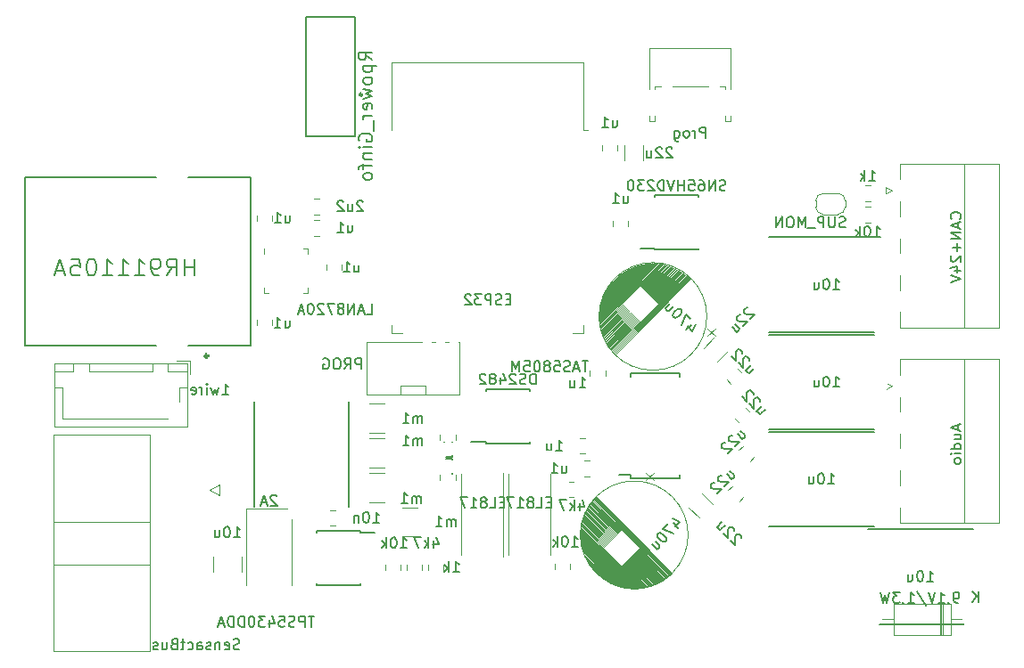
<source format=gbo>
G04 #@! TF.GenerationSoftware,KiCad,Pcbnew,(5.1.8)-1*
G04 #@! TF.CreationDate,2021-07-21T13:57:44+02:00*
G04 #@! TF.ProjectId,sensactHsNano,73656e73-6163-4744-9873-4e616e6f2e6b,rev?*
G04 #@! TF.SameCoordinates,Original*
G04 #@! TF.FileFunction,Legend,Bot*
G04 #@! TF.FilePolarity,Positive*
%FSLAX46Y46*%
G04 Gerber Fmt 4.6, Leading zero omitted, Abs format (unit mm)*
G04 Created by KiCad (PCBNEW (5.1.8)-1) date 2021-07-21 13:57:44*
%MOMM*%
%LPD*%
G01*
G04 APERTURE LIST*
%ADD10C,0.120000*%
%ADD11C,0.250000*%
%ADD12C,0.150000*%
%ADD13C,0.300000*%
%ADD14C,0.127000*%
%ADD15C,0.100000*%
%ADD16C,0.900000*%
%ADD17C,1.200000*%
%ADD18O,1.700000X1.950000*%
%ADD19C,1.524000*%
%ADD20O,2.200000X2.200000*%
%ADD21R,2.200000X2.200000*%
%ADD22O,3.600000X1.800000*%
%ADD23C,2.000000*%
%ADD24R,1.500000X2.300000*%
%ADD25R,5.000000X5.000000*%
%ADD26R,2.200000X0.600000*%
%ADD27O,1.000000X1.000000*%
%ADD28R,1.000000X1.000000*%
%ADD29C,0.700000*%
%ADD30C,2.100000*%
%ADD31C,1.750000*%
%ADD32C,1.700000*%
%ADD33C,3.250000*%
%ADD34C,2.445000*%
%ADD35C,1.530000*%
%ADD36C,1.398000*%
%ADD37R,1.398000X1.398000*%
%ADD38R,2.300000X3.500000*%
%ADD39R,3.600000X5.500000*%
%ADD40R,2.000000X0.400000*%
G04 APERTURE END LIST*
D10*
X177670000Y-111333000D02*
X177670000Y-111933000D01*
X179770000Y-110633000D02*
X178370000Y-110633000D01*
X180470000Y-111933000D02*
X180470000Y-111333000D01*
X178370000Y-112633000D02*
X179770000Y-112633000D01*
X177670000Y-111933000D02*
G75*
G03*
X178370000Y-112633000I700000J0D01*
G01*
X178370000Y-110633000D02*
G75*
G03*
X177670000Y-111333000I0J-700000D01*
G01*
X180470000Y-111333000D02*
G75*
G03*
X179770000Y-110633000I-700000J0D01*
G01*
X179770000Y-112633000D02*
G75*
G03*
X180470000Y-111933000I0J700000D01*
G01*
X182398936Y-111352000D02*
X182853064Y-111352000D01*
X182398936Y-109882000D02*
X182853064Y-109882000D01*
X182853064Y-111914000D02*
X182398936Y-111914000D01*
X182853064Y-113384000D02*
X182398936Y-113384000D01*
X118293000Y-126536000D02*
X118293000Y-127786000D01*
X117043000Y-126536000D02*
X118293000Y-126536000D01*
X106143000Y-132036000D02*
X111693000Y-132036000D01*
X106143000Y-129086000D02*
X106143000Y-132036000D01*
X105393000Y-129086000D02*
X106143000Y-129086000D01*
X111693000Y-132036000D02*
X116183000Y-132036000D01*
X117243000Y-129086000D02*
X117243000Y-130426000D01*
X117993000Y-129086000D02*
X117243000Y-129086000D01*
X105393000Y-126836000D02*
X107193000Y-126836000D01*
X105393000Y-127586000D02*
X105393000Y-126836000D01*
X107193000Y-127586000D02*
X105393000Y-127586000D01*
X107193000Y-126836000D02*
X107193000Y-127586000D01*
X116193000Y-126836000D02*
X117993000Y-126836000D01*
X116193000Y-127586000D02*
X116193000Y-126836000D01*
X117993000Y-127586000D02*
X116193000Y-127586000D01*
X117993000Y-126836000D02*
X117993000Y-127586000D01*
X108693000Y-126836000D02*
X114693000Y-126836000D01*
X108693000Y-127586000D02*
X108693000Y-126836000D01*
X114693000Y-127586000D02*
X108693000Y-127586000D01*
X114693000Y-126836000D02*
X114693000Y-127586000D01*
X105383000Y-126826000D02*
X118003000Y-126826000D01*
X105383000Y-132796000D02*
X105383000Y-126826000D01*
X118003000Y-132796000D02*
X105383000Y-132796000D01*
X118003000Y-126826000D02*
X118003000Y-132796000D01*
D11*
X134614800Y-101246000D02*
G75*
G03*
X134614800Y-101246000I-125000J0D01*
G01*
D12*
X133960200Y-93829600D02*
X129239800Y-93829600D01*
X133960200Y-105230200D02*
X133960200Y-93829600D01*
X129239800Y-105230200D02*
X133960200Y-105230200D01*
X129239800Y-93829600D02*
X129239800Y-105230200D01*
D10*
X190476800Y-149660000D02*
X190476800Y-152600000D01*
X190476800Y-152600000D02*
X185036800Y-152600000D01*
X185036800Y-152600000D02*
X185036800Y-149660000D01*
X185036800Y-149660000D02*
X190476800Y-149660000D01*
X191496800Y-151130000D02*
X190476800Y-151130000D01*
X184016800Y-151130000D02*
X185036800Y-151130000D01*
X189576800Y-149660000D02*
X189576800Y-152600000D01*
X189456800Y-149660000D02*
X189456800Y-152600000D01*
X189696800Y-149660000D02*
X189696800Y-152600000D01*
D12*
X133328800Y-130432800D02*
X133328800Y-140432800D01*
X124328800Y-130432800D02*
X124328800Y-140432800D01*
D10*
X184344000Y-128630400D02*
X184344000Y-129230400D01*
X184944000Y-128930400D02*
X184344000Y-128630400D01*
X184344000Y-129230400D02*
X184944000Y-128930400D01*
X191744000Y-126370400D02*
X191744000Y-141990400D01*
X185634000Y-136980400D02*
X185634000Y-138380400D01*
X185634000Y-133480400D02*
X185634000Y-134880400D01*
X185634000Y-129980400D02*
X185634000Y-131380400D01*
X185634000Y-141990400D02*
X185634000Y-140480400D01*
X185634000Y-126370400D02*
X185634000Y-127880400D01*
X195054000Y-141990400D02*
X185634000Y-141990400D01*
X195054000Y-126370400D02*
X195054000Y-141990400D01*
X185634000Y-126370400D02*
X195054000Y-126370400D01*
X161568219Y-137188810D02*
X162275326Y-137895917D01*
X162275326Y-137188810D02*
X161568219Y-137895917D01*
X156417197Y-146265689D02*
X157264311Y-147112803D01*
X156259512Y-146051436D02*
X157478564Y-147270488D01*
X156146375Y-145881730D02*
X157648270Y-147383625D01*
X156055865Y-145734652D02*
X157795348Y-147474135D01*
X155979498Y-145601716D02*
X157928284Y-147550502D01*
X155914444Y-145480094D02*
X158049906Y-147615556D01*
X155857875Y-145366957D02*
X158163043Y-147672125D01*
X155806963Y-145259477D02*
X158270523Y-147723037D01*
X155761709Y-145157653D02*
X158372347Y-147768291D01*
X155720696Y-145060072D02*
X158469928Y-147809304D01*
X155683220Y-144966027D02*
X158563973Y-147846780D01*
X155649279Y-144875518D02*
X158654482Y-147880721D01*
X155618166Y-144787836D02*
X158742164Y-147911834D01*
X155589882Y-144702983D02*
X158827017Y-147940118D01*
X155564426Y-144620959D02*
X158909041Y-147965574D01*
X155540384Y-144540349D02*
X158989651Y-147989616D01*
X155518464Y-144461860D02*
X159068140Y-148011536D01*
X155497958Y-144384785D02*
X159145215Y-148032042D01*
X155479573Y-144309832D02*
X159220168Y-148050427D01*
X155462602Y-144236293D02*
X159293707Y-148067398D01*
X155447753Y-144164875D02*
X159365125Y-148082247D01*
X155433611Y-144094165D02*
X159435835Y-148096389D01*
X155420176Y-144024161D02*
X159505839Y-148109824D01*
X155408862Y-143956279D02*
X159573721Y-148121138D01*
X155398256Y-143889104D02*
X159640896Y-148131744D01*
X155388356Y-143822636D02*
X159707364Y-148141644D01*
X155379871Y-143757582D02*
X159772418Y-148150129D01*
X155372800Y-143693942D02*
X159836058Y-148157200D01*
X155365729Y-143630302D02*
X159899698Y-148164271D01*
X155360072Y-143568077D02*
X159961923Y-148169928D01*
X155355122Y-143506559D02*
X160023441Y-148174878D01*
X155350880Y-143445748D02*
X160084252Y-148179120D01*
X155347344Y-143385644D02*
X160144356Y-148182656D01*
X155344516Y-143326247D02*
X160203753Y-148185484D01*
X155343101Y-143268264D02*
X160261736Y-148186899D01*
X155341687Y-143210281D02*
X160319719Y-148188313D01*
X155340980Y-143153005D02*
X160376995Y-148189020D01*
X155340980Y-143096437D02*
X160433563Y-148189020D01*
X155341687Y-143040575D02*
X160489425Y-148188313D01*
X155342394Y-142984714D02*
X160545286Y-148187606D01*
X155344516Y-142930267D02*
X160599733Y-148185484D01*
X155346637Y-142875820D02*
X160654180Y-148183363D01*
X155349465Y-142822079D02*
X160707921Y-148180535D01*
X155353001Y-142769046D02*
X160760954Y-148176999D01*
X155357244Y-142716721D02*
X160813279Y-148172756D01*
X155361486Y-142664395D02*
X160865605Y-148168514D01*
X155366436Y-142612776D02*
X160917224Y-148163564D01*
X155372093Y-142561864D02*
X160968136Y-148157907D01*
X155377750Y-142510952D02*
X161019048Y-148152250D01*
X155384114Y-142460748D02*
X161069252Y-148145886D01*
X155391185Y-142411250D02*
X161118750Y-148138815D01*
X155398256Y-142361753D02*
X161168247Y-148131744D01*
X155405327Y-142312255D02*
X161217745Y-148124673D01*
X159217339Y-146067700D02*
X161265828Y-148116188D01*
X155413812Y-142264172D02*
X157462300Y-144312661D01*
X159245624Y-146039415D02*
X161313911Y-148107703D01*
X155422297Y-142216089D02*
X157490585Y-144284376D01*
X159273908Y-146011131D02*
X161361994Y-148099217D01*
X155430783Y-142168006D02*
X157518869Y-144256092D01*
X159302192Y-145982847D02*
X161409370Y-148090025D01*
X155439975Y-142120630D02*
X157547153Y-144227808D01*
X159330477Y-145954562D02*
X161456040Y-148080125D01*
X155449875Y-142073960D02*
X157575438Y-144199523D01*
X159358761Y-145926278D02*
X161502709Y-148070226D01*
X155459774Y-142027291D02*
X157603722Y-144171239D01*
X159387045Y-145897994D02*
X161548671Y-148059619D01*
X155470381Y-141981329D02*
X157632006Y-144142955D01*
X159415329Y-145869710D02*
X161594632Y-148049013D01*
X155480987Y-141935368D02*
X157660290Y-144114671D01*
X159443614Y-145841425D02*
X161639887Y-148037699D01*
X155492301Y-141890113D02*
X157688575Y-144086386D01*
X159471898Y-145813141D02*
X161685142Y-148026385D01*
X155503615Y-141844858D02*
X157716859Y-144058102D01*
X159500182Y-145784857D02*
X161730397Y-148015072D01*
X155514928Y-141799603D02*
X157745143Y-144029818D01*
X159528466Y-145756573D02*
X161774238Y-148002344D01*
X155527656Y-141755762D02*
X157773427Y-144001534D01*
X159556751Y-145728288D02*
X161818785Y-147990323D01*
X155539677Y-141711215D02*
X157801712Y-143973249D01*
X159585035Y-145700004D02*
X161862626Y-147977595D01*
X155552405Y-141667374D02*
X157829996Y-143944965D01*
X159613319Y-145671720D02*
X161905759Y-147964160D01*
X155565840Y-141624241D02*
X157858280Y-143916681D01*
X159641604Y-145643435D02*
X161948893Y-147950725D01*
X155579275Y-141581107D02*
X157886565Y-143888396D01*
X159669888Y-145615151D02*
X161992026Y-147937290D01*
X155592710Y-141537974D02*
X157914849Y-143860112D01*
X159698172Y-145586867D02*
X162034453Y-147923148D01*
X155606852Y-141495547D02*
X157943133Y-143831828D01*
X159726456Y-145558583D02*
X162076172Y-147908299D01*
X155621701Y-141453828D02*
X157971417Y-143803544D01*
X159754741Y-145530298D02*
X162118599Y-147894156D01*
X155635844Y-141411401D02*
X157999702Y-143775259D01*
X159783025Y-145502014D02*
X162160318Y-147879307D01*
X155650693Y-141369682D02*
X158027986Y-143746975D01*
X159811309Y-145473730D02*
X162201330Y-147863751D01*
X155666249Y-141328670D02*
X158056270Y-143718691D01*
X159839593Y-145445446D02*
X162242342Y-147848194D01*
X155681806Y-141287658D02*
X158084554Y-143690407D01*
X159867878Y-145417161D02*
X162283354Y-147832638D01*
X155697362Y-141246646D02*
X158112839Y-143662122D01*
X159896162Y-145388877D02*
X162323660Y-147816375D01*
X155713625Y-141206340D02*
X158141123Y-143633838D01*
X159924446Y-145360593D02*
X162363258Y-147799404D01*
X155730596Y-141166742D02*
X158169407Y-143605554D01*
X159952731Y-145332309D02*
X162403563Y-147783141D01*
X155746859Y-141126437D02*
X158197691Y-143577269D01*
X159981015Y-145304024D02*
X162443161Y-147766170D01*
X155763830Y-141086839D02*
X158225976Y-143548985D01*
X160009299Y-145275740D02*
X162482051Y-147748492D01*
X155781508Y-141047949D02*
X158254260Y-143520701D01*
X160037583Y-145247456D02*
X162521649Y-147731522D01*
X155798478Y-141008351D02*
X158282544Y-143492417D01*
X160065868Y-145219171D02*
X162559833Y-147713137D01*
X155816863Y-140970167D02*
X158310829Y-143464132D01*
X160094152Y-145190887D02*
X162598724Y-147695459D01*
X155834541Y-140931276D02*
X158339113Y-143435848D01*
X160122436Y-145162603D02*
X162636908Y-147677075D01*
X155852925Y-140893092D02*
X158367397Y-143407564D01*
X160150720Y-145134319D02*
X162675092Y-147658690D01*
X155871310Y-140854908D02*
X158395681Y-143379280D01*
X160179005Y-145106034D02*
X162712568Y-147639598D01*
X155890402Y-140817432D02*
X158423966Y-143350995D01*
X160207289Y-145077750D02*
X162750045Y-147620506D01*
X155909494Y-140779955D02*
X158452250Y-143322711D01*
X160235573Y-145049466D02*
X162787522Y-147601414D01*
X155928586Y-140742478D02*
X158480534Y-143294427D01*
X160263858Y-145021182D02*
X162824291Y-147581615D01*
X155948385Y-140705709D02*
X158508818Y-143266142D01*
X160292142Y-144992897D02*
X162861061Y-147561816D01*
X155968184Y-140668939D02*
X158537103Y-143237858D01*
X160320426Y-144964613D02*
X162897123Y-147541310D01*
X155988690Y-140632877D02*
X158565387Y-143209574D01*
X160348710Y-144936329D02*
X162933893Y-147521511D01*
X156008489Y-140596107D02*
X158593671Y-143181290D01*
X160376995Y-144908044D02*
X162969248Y-147500298D01*
X156029702Y-140560752D02*
X158621956Y-143153005D01*
X160405279Y-144879760D02*
X163005310Y-147479792D01*
X156050208Y-140524690D02*
X158650240Y-143124721D01*
X160433563Y-144851476D02*
X163040666Y-147458579D01*
X156071421Y-140489334D02*
X158678524Y-143096437D01*
X160461847Y-144823192D02*
X163076021Y-147437365D01*
X156092635Y-140453979D02*
X158706808Y-143068153D01*
X160490132Y-144794907D02*
X163110669Y-147415445D01*
X156114555Y-140419331D02*
X158735093Y-143039868D01*
X160518416Y-144766623D02*
X163145318Y-147393525D01*
X156136475Y-140384682D02*
X158763377Y-143011584D01*
X160546700Y-144738339D02*
X163179966Y-147371604D01*
X156158396Y-140350034D02*
X158791661Y-142983300D01*
X160574984Y-144710055D02*
X163214614Y-147349684D01*
X156180316Y-140315386D02*
X158819945Y-142955016D01*
X160603269Y-144681770D02*
X163248555Y-147327057D01*
X156202943Y-140281445D02*
X158848230Y-142926731D01*
X160631553Y-144653486D02*
X163282496Y-147304429D01*
X156225571Y-140247504D02*
X158876514Y-142898447D01*
X160659837Y-144625202D02*
X163315730Y-147281095D01*
X156248905Y-140214270D02*
X158904798Y-142870163D01*
X160688122Y-144596917D02*
X163348964Y-147257760D01*
X156272240Y-140181036D02*
X158933083Y-142841878D01*
X160716406Y-144568633D02*
X163382198Y-147234426D01*
X156295574Y-140147802D02*
X158961367Y-142813594D01*
X160744690Y-144540349D02*
X163415432Y-147211091D01*
X156318909Y-140114568D02*
X158989651Y-142785310D01*
X160772974Y-144512065D02*
X163447959Y-147187050D01*
X156342950Y-140082041D02*
X159017935Y-142757026D01*
X160801259Y-144483780D02*
X163480486Y-147163008D01*
X156366992Y-140049514D02*
X159046220Y-142728741D01*
X160830250Y-144454789D02*
X163513013Y-147137552D01*
X156392448Y-140016987D02*
X159075211Y-142699750D01*
X160858534Y-144426505D02*
X163544833Y-147112803D01*
X156417197Y-139985167D02*
X159103495Y-142671466D01*
X160886819Y-144398220D02*
X163576653Y-147088055D01*
X156441945Y-139953347D02*
X159131780Y-142643181D01*
X160915103Y-144369936D02*
X163608473Y-147063306D01*
X156466694Y-139921527D02*
X159160064Y-142614897D01*
X160943387Y-144341652D02*
X163639585Y-147037850D01*
X156492150Y-139890415D02*
X159188348Y-142586613D01*
X156517606Y-139859302D02*
X163670698Y-147012394D01*
X156543062Y-139828189D02*
X163701811Y-146986938D01*
X156569225Y-139797784D02*
X163732216Y-146960775D01*
X156595388Y-139767378D02*
X163762622Y-146934612D01*
X156622258Y-139737680D02*
X163792320Y-146907742D01*
X156648421Y-139707274D02*
X163822726Y-146881579D01*
X156675291Y-139677576D02*
X163852424Y-146854709D01*
X156702161Y-139647877D02*
X163882123Y-146827839D01*
X156729738Y-139618886D02*
X163911114Y-146800262D01*
X156757315Y-139589894D02*
X163940106Y-146772685D01*
X156784892Y-139560903D02*
X163969097Y-146745108D01*
X156813176Y-139532619D02*
X163997381Y-146716824D01*
X156841461Y-139504334D02*
X164025666Y-146688539D01*
X165553563Y-143096437D02*
G75*
G03*
X165553563Y-143096437I-5120000J0D01*
G01*
X148520400Y-145173200D02*
X148670400Y-145173200D01*
X148520400Y-137173200D02*
X148520400Y-145173200D01*
X148670400Y-137173200D02*
X148520400Y-137173200D01*
X152520400Y-137173200D02*
X152370400Y-137173200D01*
X152520400Y-145173200D02*
X152520400Y-137173200D01*
X152370400Y-145173200D02*
X152520400Y-145173200D01*
X148670400Y-137173200D02*
X148670400Y-135473200D01*
X147999200Y-137173200D02*
X147849200Y-137173200D01*
X147999200Y-145173200D02*
X147999200Y-137173200D01*
X147849200Y-145173200D02*
X147999200Y-145173200D01*
X143999200Y-145173200D02*
X144149200Y-145173200D01*
X143999200Y-137173200D02*
X143999200Y-145173200D01*
X144149200Y-137173200D02*
X143999200Y-137173200D01*
X147849200Y-145173200D02*
X147849200Y-146873200D01*
X154354200Y-146343864D02*
X154354200Y-145889736D01*
X152884200Y-146343864D02*
X152884200Y-145889736D01*
X168288536Y-126622398D02*
X169294398Y-125616536D01*
X167001602Y-125335464D02*
X168007464Y-124329602D01*
X165604602Y-140475536D02*
X166610464Y-141481398D01*
X166891536Y-139188602D02*
X167897398Y-140194464D01*
X155630500Y-123139000D02*
X155630500Y-123919000D01*
X155630500Y-123919000D02*
X154630500Y-123919000D01*
X137390500Y-123139000D02*
X137390500Y-123919000D01*
X137390500Y-123919000D02*
X138390500Y-123919000D01*
X155630500Y-98174000D02*
X137390500Y-98174000D01*
X137390500Y-98174000D02*
X137390500Y-104594000D01*
X155630500Y-98174000D02*
X155630500Y-104594000D01*
X155630500Y-104594000D02*
X156010500Y-104594000D01*
D12*
X134409000Y-142713000D02*
X134409000Y-142858000D01*
X130259000Y-142713000D02*
X130259000Y-142858000D01*
X130259000Y-147863000D02*
X130259000Y-147718000D01*
X134409000Y-147863000D02*
X134409000Y-147718000D01*
X134409000Y-142713000D02*
X130259000Y-142713000D01*
X134409000Y-147863000D02*
X130259000Y-147863000D01*
X134409000Y-142858000D02*
X135809000Y-142858000D01*
D10*
X138246000Y-128954000D02*
X138246000Y-129754000D01*
X140646000Y-128954000D02*
X138246000Y-128954000D01*
X140646000Y-129754000D02*
X140646000Y-128954000D01*
X135046000Y-124754000D02*
X139446000Y-124754000D01*
X135046000Y-129754000D02*
X135046000Y-124754000D01*
X143846000Y-129754000D02*
X135046000Y-129754000D01*
X143846000Y-124754000D02*
X143846000Y-129754000D01*
X139446000Y-124754000D02*
X143846000Y-124754000D01*
X169090000Y-100470000D02*
X169090000Y-100700000D01*
X169610000Y-96800000D02*
X161890000Y-96800000D01*
X161890000Y-96800000D02*
X161890000Y-100700000D01*
X169610000Y-103810000D02*
X169090000Y-103810000D01*
X169610000Y-96800000D02*
X169610000Y-100700000D01*
X162410000Y-100470000D02*
X162410000Y-100700000D01*
X169090000Y-103300000D02*
X169090000Y-103810000D01*
X169610000Y-103300000D02*
X169610000Y-103810000D01*
X162950000Y-100470000D02*
X162410000Y-100470000D01*
X162410000Y-103300000D02*
X162410000Y-103810000D01*
X162410000Y-103810000D02*
X161890000Y-103810000D01*
X161890000Y-103300000D02*
X161890000Y-103810000D01*
X169090000Y-100470000D02*
X168550000Y-100470000D01*
X167450000Y-100470000D02*
X164050000Y-100470000D01*
X168119190Y-123468219D02*
X167412083Y-124175326D01*
X168119190Y-124175326D02*
X167412083Y-123468219D01*
X159042311Y-118317197D02*
X158195197Y-119164311D01*
X159256564Y-118159512D02*
X158037512Y-119378564D01*
X159426270Y-118046375D02*
X157924375Y-119548270D01*
X159573348Y-117955865D02*
X157833865Y-119695348D01*
X159706284Y-117879498D02*
X157757498Y-119828284D01*
X159827906Y-117814444D02*
X157692444Y-119949906D01*
X159941043Y-117757875D02*
X157635875Y-120063043D01*
X160048523Y-117706963D02*
X157584963Y-120170523D01*
X160150347Y-117661709D02*
X157539709Y-120272347D01*
X160247928Y-117620696D02*
X157498696Y-120369928D01*
X160341973Y-117583220D02*
X157461220Y-120463973D01*
X160432482Y-117549279D02*
X157427279Y-120554482D01*
X160520164Y-117518166D02*
X157396166Y-120642164D01*
X160605017Y-117489882D02*
X157367882Y-120727017D01*
X160687041Y-117464426D02*
X157342426Y-120809041D01*
X160767651Y-117440384D02*
X157318384Y-120889651D01*
X160846140Y-117418464D02*
X157296464Y-120968140D01*
X160923215Y-117397958D02*
X157275958Y-121045215D01*
X160998168Y-117379573D02*
X157257573Y-121120168D01*
X161071707Y-117362602D02*
X157240602Y-121193707D01*
X161143125Y-117347753D02*
X157225753Y-121265125D01*
X161213835Y-117333611D02*
X157211611Y-121335835D01*
X161283839Y-117320176D02*
X157198176Y-121405839D01*
X161351721Y-117308862D02*
X157186862Y-121473721D01*
X161418896Y-117298256D02*
X157176256Y-121540896D01*
X161485364Y-117288356D02*
X157166356Y-121607364D01*
X161550418Y-117279871D02*
X157157871Y-121672418D01*
X161614058Y-117272800D02*
X157150800Y-121736058D01*
X161677698Y-117265729D02*
X157143729Y-121799698D01*
X161739923Y-117260072D02*
X157138072Y-121861923D01*
X161801441Y-117255122D02*
X157133122Y-121923441D01*
X161862252Y-117250880D02*
X157128880Y-121984252D01*
X161922356Y-117247344D02*
X157125344Y-122044356D01*
X161981753Y-117244516D02*
X157122516Y-122103753D01*
X162039736Y-117243101D02*
X157121101Y-122161736D01*
X162097719Y-117241687D02*
X157119687Y-122219719D01*
X162154995Y-117240980D02*
X157118980Y-122276995D01*
X162211563Y-117240980D02*
X157118980Y-122333563D01*
X162267425Y-117241687D02*
X157119687Y-122389425D01*
X162323286Y-117242394D02*
X157120394Y-122445286D01*
X162377733Y-117244516D02*
X157122516Y-122499733D01*
X162432180Y-117246637D02*
X157124637Y-122554180D01*
X162485921Y-117249465D02*
X157127465Y-122607921D01*
X162538954Y-117253001D02*
X157131001Y-122660954D01*
X162591279Y-117257244D02*
X157135244Y-122713279D01*
X162643605Y-117261486D02*
X157139486Y-122765605D01*
X162695224Y-117266436D02*
X157144436Y-122817224D01*
X162746136Y-117272093D02*
X157150093Y-122868136D01*
X162797048Y-117277750D02*
X157155750Y-122919048D01*
X162847252Y-117284114D02*
X157162114Y-122969252D01*
X162896750Y-117291185D02*
X157169185Y-123018750D01*
X162946247Y-117298256D02*
X157176256Y-123068247D01*
X162995745Y-117305327D02*
X157183327Y-123117745D01*
X159240300Y-121117339D02*
X157191812Y-123165828D01*
X163043828Y-117313812D02*
X160995339Y-119362300D01*
X159268585Y-121145624D02*
X157200297Y-123213911D01*
X163091911Y-117322297D02*
X161023624Y-119390585D01*
X159296869Y-121173908D02*
X157208783Y-123261994D01*
X163139994Y-117330783D02*
X161051908Y-119418869D01*
X159325153Y-121202192D02*
X157217975Y-123309370D01*
X163187370Y-117339975D02*
X161080192Y-119447153D01*
X159353438Y-121230477D02*
X157227875Y-123356040D01*
X163234040Y-117349875D02*
X161108477Y-119475438D01*
X159381722Y-121258761D02*
X157237774Y-123402709D01*
X163280709Y-117359774D02*
X161136761Y-119503722D01*
X159410006Y-121287045D02*
X157248381Y-123448671D01*
X163326671Y-117370381D02*
X161165045Y-119532006D01*
X159438290Y-121315329D02*
X157258987Y-123494632D01*
X163372632Y-117380987D02*
X161193329Y-119560290D01*
X159466575Y-121343614D02*
X157270301Y-123539887D01*
X163417887Y-117392301D02*
X161221614Y-119588575D01*
X159494859Y-121371898D02*
X157281615Y-123585142D01*
X163463142Y-117403615D02*
X161249898Y-119616859D01*
X159523143Y-121400182D02*
X157292928Y-123630397D01*
X163508397Y-117414928D02*
X161278182Y-119645143D01*
X159551427Y-121428466D02*
X157305656Y-123674238D01*
X163552238Y-117427656D02*
X161306466Y-119673427D01*
X159579712Y-121456751D02*
X157317677Y-123718785D01*
X163596785Y-117439677D02*
X161334751Y-119701712D01*
X159607996Y-121485035D02*
X157330405Y-123762626D01*
X163640626Y-117452405D02*
X161363035Y-119729996D01*
X159636280Y-121513319D02*
X157343840Y-123805759D01*
X163683759Y-117465840D02*
X161391319Y-119758280D01*
X159664565Y-121541604D02*
X157357275Y-123848893D01*
X163726893Y-117479275D02*
X161419604Y-119786565D01*
X159692849Y-121569888D02*
X157370710Y-123892026D01*
X163770026Y-117492710D02*
X161447888Y-119814849D01*
X159721133Y-121598172D02*
X157384852Y-123934453D01*
X163812453Y-117506852D02*
X161476172Y-119843133D01*
X159749417Y-121626456D02*
X157399701Y-123976172D01*
X163854172Y-117521701D02*
X161504456Y-119871417D01*
X159777702Y-121654741D02*
X157413844Y-124018599D01*
X163896599Y-117535844D02*
X161532741Y-119899702D01*
X159805986Y-121683025D02*
X157428693Y-124060318D01*
X163938318Y-117550693D02*
X161561025Y-119927986D01*
X159834270Y-121711309D02*
X157444249Y-124101330D01*
X163979330Y-117566249D02*
X161589309Y-119956270D01*
X159862554Y-121739593D02*
X157459806Y-124142342D01*
X164020342Y-117581806D02*
X161617593Y-119984554D01*
X159890839Y-121767878D02*
X157475362Y-124183354D01*
X164061354Y-117597362D02*
X161645878Y-120012839D01*
X159919123Y-121796162D02*
X157491625Y-124223660D01*
X164101660Y-117613625D02*
X161674162Y-120041123D01*
X159947407Y-121824446D02*
X157508596Y-124263258D01*
X164141258Y-117630596D02*
X161702446Y-120069407D01*
X159975691Y-121852731D02*
X157524859Y-124303563D01*
X164181563Y-117646859D02*
X161730731Y-120097691D01*
X160003976Y-121881015D02*
X157541830Y-124343161D01*
X164221161Y-117663830D02*
X161759015Y-120125976D01*
X160032260Y-121909299D02*
X157559508Y-124382051D01*
X164260051Y-117681508D02*
X161787299Y-120154260D01*
X160060544Y-121937583D02*
X157576478Y-124421649D01*
X164299649Y-117698478D02*
X161815583Y-120182544D01*
X160088829Y-121965868D02*
X157594863Y-124459833D01*
X164337833Y-117716863D02*
X161843868Y-120210829D01*
X160117113Y-121994152D02*
X157612541Y-124498724D01*
X164376724Y-117734541D02*
X161872152Y-120239113D01*
X160145397Y-122022436D02*
X157630925Y-124536908D01*
X164414908Y-117752925D02*
X161900436Y-120267397D01*
X160173681Y-122050720D02*
X157649310Y-124575092D01*
X164453092Y-117771310D02*
X161928720Y-120295681D01*
X160201966Y-122079005D02*
X157668402Y-124612568D01*
X164490568Y-117790402D02*
X161957005Y-120323966D01*
X160230250Y-122107289D02*
X157687494Y-124650045D01*
X164528045Y-117809494D02*
X161985289Y-120352250D01*
X160258534Y-122135573D02*
X157706586Y-124687522D01*
X164565522Y-117828586D02*
X162013573Y-120380534D01*
X160286818Y-122163858D02*
X157726385Y-124724291D01*
X164602291Y-117848385D02*
X162041858Y-120408818D01*
X160315103Y-122192142D02*
X157746184Y-124761061D01*
X164639061Y-117868184D02*
X162070142Y-120437103D01*
X160343387Y-122220426D02*
X157766690Y-124797123D01*
X164675123Y-117888690D02*
X162098426Y-120465387D01*
X160371671Y-122248710D02*
X157786489Y-124833893D01*
X164711893Y-117908489D02*
X162126710Y-120493671D01*
X160399956Y-122276995D02*
X157807702Y-124869248D01*
X164747248Y-117929702D02*
X162154995Y-120521956D01*
X160428240Y-122305279D02*
X157828208Y-124905310D01*
X164783310Y-117950208D02*
X162183279Y-120550240D01*
X160456524Y-122333563D02*
X157849421Y-124940666D01*
X164818666Y-117971421D02*
X162211563Y-120578524D01*
X160484808Y-122361847D02*
X157870635Y-124976021D01*
X164854021Y-117992635D02*
X162239847Y-120606808D01*
X160513093Y-122390132D02*
X157892555Y-125010669D01*
X164888669Y-118014555D02*
X162268132Y-120635093D01*
X160541377Y-122418416D02*
X157914475Y-125045318D01*
X164923318Y-118036475D02*
X162296416Y-120663377D01*
X160569661Y-122446700D02*
X157936396Y-125079966D01*
X164957966Y-118058396D02*
X162324700Y-120691661D01*
X160597945Y-122474984D02*
X157958316Y-125114614D01*
X164992614Y-118080316D02*
X162352984Y-120719945D01*
X160626230Y-122503269D02*
X157980943Y-125148555D01*
X165026555Y-118102943D02*
X162381269Y-120748230D01*
X160654514Y-122531553D02*
X158003571Y-125182496D01*
X165060496Y-118125571D02*
X162409553Y-120776514D01*
X160682798Y-122559837D02*
X158026905Y-125215730D01*
X165093730Y-118148905D02*
X162437837Y-120804798D01*
X160711083Y-122588122D02*
X158050240Y-125248964D01*
X165126964Y-118172240D02*
X162466122Y-120833083D01*
X160739367Y-122616406D02*
X158073574Y-125282198D01*
X165160198Y-118195574D02*
X162494406Y-120861367D01*
X160767651Y-122644690D02*
X158096909Y-125315432D01*
X165193432Y-118218909D02*
X162522690Y-120889651D01*
X160795935Y-122672974D02*
X158120950Y-125347959D01*
X165225959Y-118242950D02*
X162550974Y-120917935D01*
X160824220Y-122701259D02*
X158144992Y-125380486D01*
X165258486Y-118266992D02*
X162579259Y-120946220D01*
X160853211Y-122730250D02*
X158170448Y-125413013D01*
X165291013Y-118292448D02*
X162608250Y-120975211D01*
X160881495Y-122758534D02*
X158195197Y-125444833D01*
X165322833Y-118317197D02*
X162636534Y-121003495D01*
X160909780Y-122786819D02*
X158219945Y-125476653D01*
X165354653Y-118341945D02*
X162664819Y-121031780D01*
X160938064Y-122815103D02*
X158244694Y-125508473D01*
X165386473Y-118366694D02*
X162693103Y-121060064D01*
X160966348Y-122843387D02*
X158270150Y-125539585D01*
X165417585Y-118392150D02*
X162721387Y-121088348D01*
X165448698Y-118417606D02*
X158295606Y-125570698D01*
X165479811Y-118443062D02*
X158321062Y-125601811D01*
X165510216Y-118469225D02*
X158347225Y-125632216D01*
X165540622Y-118495388D02*
X158373388Y-125662622D01*
X165570320Y-118522258D02*
X158400258Y-125692320D01*
X165600726Y-118548421D02*
X158426421Y-125722726D01*
X165630424Y-118575291D02*
X158453291Y-125752424D01*
X165660123Y-118602161D02*
X158480161Y-125782123D01*
X165689114Y-118629738D02*
X158507738Y-125811114D01*
X165718106Y-118657315D02*
X158535315Y-125840106D01*
X165747097Y-118684892D02*
X158562892Y-125869097D01*
X165775381Y-118713176D02*
X158591176Y-125897381D01*
X165803666Y-118741461D02*
X158619461Y-125925666D01*
X167331563Y-122333563D02*
G75*
G03*
X167331563Y-122333563I-5120000J0D01*
G01*
D12*
X183181000Y-133087500D02*
X173181000Y-133087500D01*
X183181000Y-124087500D02*
X173181000Y-124087500D01*
X183181000Y-123816500D02*
X173181000Y-123816500D01*
X183181000Y-114816500D02*
X173181000Y-114816500D01*
X183181000Y-142295000D02*
X173181000Y-142295000D01*
X183181000Y-133295000D02*
X173181000Y-133295000D01*
X192583200Y-151566000D02*
X182583200Y-151566000D01*
X192583200Y-142566000D02*
X182583200Y-142566000D01*
D10*
X114475000Y-141841000D02*
X105355000Y-141841000D01*
X114475000Y-145941000D02*
X105355000Y-145941000D01*
X114475000Y-133601000D02*
X105355000Y-133601000D01*
X105355000Y-133601000D02*
X105355000Y-154181000D01*
X105355000Y-154181000D02*
X114475000Y-154181000D01*
X114475000Y-154181000D02*
X114475000Y-133601000D01*
X120095000Y-138811000D02*
X121095000Y-138311000D01*
X121095000Y-138311000D02*
X121095000Y-139311000D01*
X121095000Y-139311000D02*
X120095000Y-138811000D01*
D13*
X119988000Y-126094000D02*
G75*
G03*
X119988000Y-126094000I-150000J0D01*
G01*
D14*
X118138000Y-125094000D02*
X124018000Y-125094000D01*
X102618000Y-125094000D02*
X115038000Y-125094000D01*
X118138000Y-109094000D02*
X124018000Y-109094000D01*
X102618000Y-109094000D02*
X115038000Y-109094000D01*
X102618000Y-125094000D02*
X102618000Y-109094000D01*
X124018000Y-125094000D02*
X124018000Y-109094000D01*
D10*
X142340000Y-145949936D02*
X142340000Y-146404064D01*
X140870000Y-145949936D02*
X140870000Y-146404064D01*
X138838000Y-146404064D02*
X138838000Y-145949936D01*
X140308000Y-146404064D02*
X140308000Y-145949936D01*
X138276000Y-145949936D02*
X138276000Y-146404064D01*
X136806000Y-145949936D02*
X136806000Y-146404064D01*
X123630800Y-140586400D02*
X123630800Y-147886400D01*
X127930800Y-140586400D02*
X127930800Y-147886400D01*
X123630800Y-140586400D02*
X127930800Y-140586400D01*
X135280348Y-133945800D02*
X136702852Y-133945800D01*
X135280348Y-136665800D02*
X136702852Y-136665800D01*
X135280348Y-137247800D02*
X136702852Y-137247800D01*
X135280348Y-139967800D02*
X136702852Y-139967800D01*
X138429948Y-140473600D02*
X139852452Y-140473600D01*
X138429948Y-143193600D02*
X139852452Y-143193600D01*
X135280348Y-130643800D02*
X136702852Y-130643800D01*
X135280348Y-133363800D02*
X136702852Y-133363800D01*
X131564748Y-140743000D02*
X132087252Y-140743000D01*
X131564748Y-142213000D02*
X132087252Y-142213000D01*
X123153000Y-145211748D02*
X123153000Y-146634252D01*
X120433000Y-145211748D02*
X120433000Y-146634252D01*
X184344000Y-110063000D02*
X184344000Y-110663000D01*
X184944000Y-110363000D02*
X184344000Y-110063000D01*
X184344000Y-110663000D02*
X184944000Y-110363000D01*
X191744000Y-107803000D02*
X191744000Y-123423000D01*
X185634000Y-118413000D02*
X185634000Y-119813000D01*
X185634000Y-114913000D02*
X185634000Y-116313000D01*
X185634000Y-111413000D02*
X185634000Y-112813000D01*
X185634000Y-123423000D02*
X185634000Y-121913000D01*
X185634000Y-107803000D02*
X185634000Y-109313000D01*
X195054000Y-123423000D02*
X185634000Y-123423000D01*
X195054000Y-107803000D02*
X195054000Y-123423000D01*
X185634000Y-107803000D02*
X195054000Y-107803000D01*
D12*
X160108000Y-137690000D02*
X160108000Y-137365000D01*
X164758000Y-137690000D02*
X164758000Y-137365000D01*
X164758000Y-127740000D02*
X164758000Y-128065000D01*
X160108000Y-127740000D02*
X160108000Y-128065000D01*
X160108000Y-137690000D02*
X164758000Y-137690000D01*
X160108000Y-127740000D02*
X164758000Y-127740000D01*
X160108000Y-137365000D02*
X159033000Y-137365000D01*
D10*
X154709864Y-138050600D02*
X154255736Y-138050600D01*
X154709864Y-139520600D02*
X154255736Y-139520600D01*
X161311000Y-107518252D02*
X161311000Y-106095748D01*
X159491000Y-107518252D02*
X159491000Y-106095748D01*
X158850000Y-106560252D02*
X158850000Y-106037748D01*
X157380000Y-106560252D02*
X157380000Y-106037748D01*
X126084000Y-113291252D02*
X126084000Y-112768748D01*
X124614000Y-113291252D02*
X124614000Y-112768748D01*
X124614000Y-122674748D02*
X124614000Y-123197252D01*
X126084000Y-122674748D02*
X126084000Y-123197252D01*
X132688000Y-117926752D02*
X132688000Y-117404248D01*
X131218000Y-117926752D02*
X131218000Y-117404248D01*
X130040748Y-112622000D02*
X130563252Y-112622000D01*
X130040748Y-111152000D02*
X130563252Y-111152000D01*
X130040748Y-114654000D02*
X130563252Y-114654000D01*
X130040748Y-113184000D02*
X130563252Y-113184000D01*
X158396000Y-113276748D02*
X158396000Y-113799252D01*
X159866000Y-113276748D02*
X159866000Y-113799252D01*
X143483000Y-134119252D02*
X143483000Y-133596748D01*
X142013000Y-134119252D02*
X142013000Y-133596748D01*
X142013000Y-137406748D02*
X142013000Y-137929252D01*
X143483000Y-137406748D02*
X143483000Y-137929252D01*
X169983543Y-132033990D02*
X170353010Y-132403457D01*
X171022990Y-130994543D02*
X171392457Y-131364010D01*
X169221543Y-128350990D02*
X169591010Y-128720457D01*
X170260990Y-127311543D02*
X170630457Y-127681010D01*
X171403990Y-136086457D02*
X171773457Y-135716990D01*
X170364543Y-135047010D02*
X170734010Y-134677543D01*
X170387990Y-139896457D02*
X170757457Y-139526990D01*
X169348543Y-138857010D02*
X169718010Y-138487543D01*
X155772752Y-133885000D02*
X155250248Y-133885000D01*
X155772752Y-135355000D02*
X155250248Y-135355000D01*
X157707000Y-128023252D02*
X157707000Y-127500748D01*
X156237000Y-128023252D02*
X156237000Y-127500748D01*
X156217252Y-136044000D02*
X155694748Y-136044000D01*
X156217252Y-137514000D02*
X155694748Y-137514000D01*
D12*
X162390000Y-115986000D02*
X162390000Y-115841000D01*
X166540000Y-115986000D02*
X166540000Y-115841000D01*
X166540000Y-110836000D02*
X166540000Y-110981000D01*
X162390000Y-110836000D02*
X162390000Y-110981000D01*
X162390000Y-115986000D02*
X166540000Y-115986000D01*
X162390000Y-110836000D02*
X166540000Y-110836000D01*
X162390000Y-115841000D02*
X160990000Y-115841000D01*
X146372500Y-134401000D02*
X146372500Y-134256000D01*
X150522500Y-134401000D02*
X150522500Y-134256000D01*
X150522500Y-129251000D02*
X150522500Y-129396000D01*
X146372500Y-129251000D02*
X146372500Y-129396000D01*
X146372500Y-134401000D02*
X150522500Y-134401000D01*
X146372500Y-129251000D02*
X150522500Y-129251000D01*
X146372500Y-134256000D02*
X144972500Y-134256000D01*
D10*
X125271000Y-119618000D02*
X125271000Y-120093000D01*
X125271000Y-120093000D02*
X125746000Y-120093000D01*
X129491000Y-116348000D02*
X129491000Y-115873000D01*
X129491000Y-115873000D02*
X129016000Y-115873000D01*
X129491000Y-119618000D02*
X129491000Y-120093000D01*
X129491000Y-120093000D02*
X129016000Y-120093000D01*
X125271000Y-116348000D02*
X125271000Y-115873000D01*
D12*
X180474523Y-113815761D02*
X180331666Y-113863380D01*
X180093571Y-113863380D01*
X179998333Y-113815761D01*
X179950714Y-113768142D01*
X179903095Y-113672904D01*
X179903095Y-113577666D01*
X179950714Y-113482428D01*
X179998333Y-113434809D01*
X180093571Y-113387190D01*
X180284047Y-113339571D01*
X180379285Y-113291952D01*
X180426904Y-113244333D01*
X180474523Y-113149095D01*
X180474523Y-113053857D01*
X180426904Y-112958619D01*
X180379285Y-112911000D01*
X180284047Y-112863380D01*
X180045952Y-112863380D01*
X179903095Y-112911000D01*
X179474523Y-112863380D02*
X179474523Y-113672904D01*
X179426904Y-113768142D01*
X179379285Y-113815761D01*
X179284047Y-113863380D01*
X179093571Y-113863380D01*
X178998333Y-113815761D01*
X178950714Y-113768142D01*
X178903095Y-113672904D01*
X178903095Y-112863380D01*
X178426904Y-113863380D02*
X178426904Y-112863380D01*
X178045952Y-112863380D01*
X177950714Y-112911000D01*
X177903095Y-112958619D01*
X177855476Y-113053857D01*
X177855476Y-113196714D01*
X177903095Y-113291952D01*
X177950714Y-113339571D01*
X178045952Y-113387190D01*
X178426904Y-113387190D01*
X177665000Y-113958619D02*
X176903095Y-113958619D01*
X176665000Y-113863380D02*
X176665000Y-112863380D01*
X176331666Y-113577666D01*
X175998333Y-112863380D01*
X175998333Y-113863380D01*
X175331666Y-112863380D02*
X175141190Y-112863380D01*
X175045952Y-112911000D01*
X174950714Y-113006238D01*
X174903095Y-113196714D01*
X174903095Y-113530047D01*
X174950714Y-113720523D01*
X175045952Y-113815761D01*
X175141190Y-113863380D01*
X175331666Y-113863380D01*
X175426904Y-113815761D01*
X175522142Y-113720523D01*
X175569761Y-113530047D01*
X175569761Y-113196714D01*
X175522142Y-113006238D01*
X175426904Y-112911000D01*
X175331666Y-112863380D01*
X174474523Y-113863380D02*
X174474523Y-112863380D01*
X173903095Y-113863380D01*
X173903095Y-112863380D01*
X182745047Y-109419380D02*
X183316476Y-109419380D01*
X183030761Y-109419380D02*
X183030761Y-108419380D01*
X183126000Y-108562238D01*
X183221238Y-108657476D01*
X183316476Y-108705095D01*
X182316476Y-109419380D02*
X182316476Y-108419380D01*
X182221238Y-109038428D02*
X181935523Y-109419380D01*
X181935523Y-108752714D02*
X182316476Y-109133666D01*
X183221238Y-114751380D02*
X183792666Y-114751380D01*
X183506952Y-114751380D02*
X183506952Y-113751380D01*
X183602190Y-113894238D01*
X183697428Y-113989476D01*
X183792666Y-114037095D01*
X182602190Y-113751380D02*
X182506952Y-113751380D01*
X182411714Y-113799000D01*
X182364095Y-113846619D01*
X182316476Y-113941857D01*
X182268857Y-114132333D01*
X182268857Y-114370428D01*
X182316476Y-114560904D01*
X182364095Y-114656142D01*
X182411714Y-114703761D01*
X182506952Y-114751380D01*
X182602190Y-114751380D01*
X182697428Y-114703761D01*
X182745047Y-114656142D01*
X182792666Y-114560904D01*
X182840285Y-114370428D01*
X182840285Y-114132333D01*
X182792666Y-113941857D01*
X182745047Y-113846619D01*
X182697428Y-113799000D01*
X182602190Y-113751380D01*
X181840285Y-114751380D02*
X181840285Y-113751380D01*
X181745047Y-114370428D02*
X181459333Y-114751380D01*
X181459333Y-114084714D02*
X181840285Y-114465666D01*
X121356285Y-129738380D02*
X121927714Y-129738380D01*
X121642000Y-129738380D02*
X121642000Y-128738380D01*
X121737238Y-128881238D01*
X121832476Y-128976476D01*
X121927714Y-129024095D01*
X121022952Y-129071714D02*
X120832476Y-129738380D01*
X120642000Y-129262190D01*
X120451523Y-129738380D01*
X120261047Y-129071714D01*
X119880095Y-129738380D02*
X119880095Y-129071714D01*
X119880095Y-128738380D02*
X119927714Y-128786000D01*
X119880095Y-128833619D01*
X119832476Y-128786000D01*
X119880095Y-128738380D01*
X119880095Y-128833619D01*
X119403904Y-129738380D02*
X119403904Y-129071714D01*
X119403904Y-129262190D02*
X119356285Y-129166952D01*
X119308666Y-129119333D01*
X119213428Y-129071714D01*
X119118190Y-129071714D01*
X118403904Y-129690761D02*
X118499142Y-129738380D01*
X118689619Y-129738380D01*
X118784857Y-129690761D01*
X118832476Y-129595523D01*
X118832476Y-129214571D01*
X118784857Y-129119333D01*
X118689619Y-129071714D01*
X118499142Y-129071714D01*
X118403904Y-129119333D01*
X118356285Y-129214571D01*
X118356285Y-129309809D01*
X118832476Y-129405047D01*
X135575523Y-97959333D02*
X134970761Y-97536000D01*
X135575523Y-97233619D02*
X134305523Y-97233619D01*
X134305523Y-97717428D01*
X134366000Y-97838380D01*
X134426476Y-97898857D01*
X134547428Y-97959333D01*
X134728857Y-97959333D01*
X134849809Y-97898857D01*
X134910285Y-97838380D01*
X134970761Y-97717428D01*
X134970761Y-97233619D01*
X134728857Y-98503619D02*
X135998857Y-98503619D01*
X134789333Y-98503619D02*
X134728857Y-98624571D01*
X134728857Y-98866476D01*
X134789333Y-98987428D01*
X134849809Y-99047904D01*
X134970761Y-99108380D01*
X135333619Y-99108380D01*
X135454571Y-99047904D01*
X135515047Y-98987428D01*
X135575523Y-98866476D01*
X135575523Y-98624571D01*
X135515047Y-98503619D01*
X135575523Y-99834095D02*
X135515047Y-99713142D01*
X135454571Y-99652666D01*
X135333619Y-99592190D01*
X134970761Y-99592190D01*
X134849809Y-99652666D01*
X134789333Y-99713142D01*
X134728857Y-99834095D01*
X134728857Y-100015523D01*
X134789333Y-100136476D01*
X134849809Y-100196952D01*
X134970761Y-100257428D01*
X135333619Y-100257428D01*
X135454571Y-100196952D01*
X135515047Y-100136476D01*
X135575523Y-100015523D01*
X135575523Y-99834095D01*
X134728857Y-100680761D02*
X135575523Y-100922666D01*
X134970761Y-101164571D01*
X135575523Y-101406476D01*
X134728857Y-101648380D01*
X135515047Y-102616000D02*
X135575523Y-102495047D01*
X135575523Y-102253142D01*
X135515047Y-102132190D01*
X135394095Y-102071714D01*
X134910285Y-102071714D01*
X134789333Y-102132190D01*
X134728857Y-102253142D01*
X134728857Y-102495047D01*
X134789333Y-102616000D01*
X134910285Y-102676476D01*
X135031238Y-102676476D01*
X135152190Y-102071714D01*
X135575523Y-103220761D02*
X134728857Y-103220761D01*
X134970761Y-103220761D02*
X134849809Y-103281238D01*
X134789333Y-103341714D01*
X134728857Y-103462666D01*
X134728857Y-103583619D01*
X135696476Y-103704571D02*
X135696476Y-104672190D01*
X134366000Y-105639809D02*
X134305523Y-105518857D01*
X134305523Y-105337428D01*
X134366000Y-105156000D01*
X134486952Y-105035047D01*
X134607904Y-104974571D01*
X134849809Y-104914095D01*
X135031238Y-104914095D01*
X135273142Y-104974571D01*
X135394095Y-105035047D01*
X135515047Y-105156000D01*
X135575523Y-105337428D01*
X135575523Y-105458380D01*
X135515047Y-105639809D01*
X135454571Y-105700285D01*
X135031238Y-105700285D01*
X135031238Y-105458380D01*
X135575523Y-106244571D02*
X134728857Y-106244571D01*
X134305523Y-106244571D02*
X134366000Y-106184095D01*
X134426476Y-106244571D01*
X134366000Y-106305047D01*
X134305523Y-106244571D01*
X134426476Y-106244571D01*
X134728857Y-106849333D02*
X135575523Y-106849333D01*
X134849809Y-106849333D02*
X134789333Y-106909809D01*
X134728857Y-107030761D01*
X134728857Y-107212190D01*
X134789333Y-107333142D01*
X134910285Y-107393619D01*
X135575523Y-107393619D01*
X134728857Y-107816952D02*
X134728857Y-108300761D01*
X135575523Y-107998380D02*
X134486952Y-107998380D01*
X134366000Y-108058857D01*
X134305523Y-108179809D01*
X134305523Y-108300761D01*
X135575523Y-108905523D02*
X135515047Y-108784571D01*
X135454571Y-108724095D01*
X135333619Y-108663619D01*
X134970761Y-108663619D01*
X134849809Y-108724095D01*
X134789333Y-108784571D01*
X134728857Y-108905523D01*
X134728857Y-109086952D01*
X134789333Y-109207904D01*
X134849809Y-109268380D01*
X134970761Y-109328857D01*
X135333619Y-109328857D01*
X135454571Y-109268380D01*
X135515047Y-109207904D01*
X135575523Y-109086952D01*
X135575523Y-108905523D01*
X191198047Y-149550380D02*
X191007571Y-149550380D01*
X190912333Y-149502761D01*
X190864714Y-149455142D01*
X190769476Y-149312285D01*
X190721857Y-149121809D01*
X190721857Y-148740857D01*
X190769476Y-148645619D01*
X190817095Y-148598000D01*
X190912333Y-148550380D01*
X191102809Y-148550380D01*
X191198047Y-148598000D01*
X191245666Y-148645619D01*
X191293285Y-148740857D01*
X191293285Y-148978952D01*
X191245666Y-149074190D01*
X191198047Y-149121809D01*
X191102809Y-149169428D01*
X190912333Y-149169428D01*
X190817095Y-149121809D01*
X190769476Y-149074190D01*
X190721857Y-148978952D01*
X190245666Y-149502761D02*
X190245666Y-149550380D01*
X190293285Y-149645619D01*
X190340904Y-149693238D01*
X189293285Y-149550380D02*
X189864714Y-149550380D01*
X189579000Y-149550380D02*
X189579000Y-148550380D01*
X189674238Y-148693238D01*
X189769476Y-148788476D01*
X189864714Y-148836095D01*
X189007571Y-148550380D02*
X188674238Y-149550380D01*
X188340904Y-148550380D01*
X187293285Y-148502761D02*
X188150428Y-149788476D01*
X186436142Y-149550380D02*
X187007571Y-149550380D01*
X186721857Y-149550380D02*
X186721857Y-148550380D01*
X186817095Y-148693238D01*
X186912333Y-148788476D01*
X187007571Y-148836095D01*
X185959952Y-149502761D02*
X185959952Y-149550380D01*
X186007571Y-149645619D01*
X186055190Y-149693238D01*
X185626619Y-148550380D02*
X185007571Y-148550380D01*
X185340904Y-148931333D01*
X185198047Y-148931333D01*
X185102809Y-148978952D01*
X185055190Y-149026571D01*
X185007571Y-149121809D01*
X185007571Y-149359904D01*
X185055190Y-149455142D01*
X185102809Y-149502761D01*
X185198047Y-149550380D01*
X185483761Y-149550380D01*
X185579000Y-149502761D01*
X185626619Y-149455142D01*
X184674238Y-148550380D02*
X184436142Y-149550380D01*
X184245666Y-148836095D01*
X184055190Y-149550380D01*
X183817095Y-148550380D01*
X193098704Y-149482380D02*
X193098704Y-148482380D01*
X192527276Y-149482380D02*
X192955847Y-148910952D01*
X192527276Y-148482380D02*
X193098704Y-149053809D01*
X191174666Y-132659666D02*
X191174666Y-133135857D01*
X191460380Y-132564428D02*
X190460380Y-132897761D01*
X191460380Y-133231095D01*
X190793714Y-133993000D02*
X191460380Y-133993000D01*
X190793714Y-133564428D02*
X191317523Y-133564428D01*
X191412761Y-133612047D01*
X191460380Y-133707285D01*
X191460380Y-133850142D01*
X191412761Y-133945380D01*
X191365142Y-133993000D01*
X191460380Y-134897761D02*
X190460380Y-134897761D01*
X191412761Y-134897761D02*
X191460380Y-134802523D01*
X191460380Y-134612047D01*
X191412761Y-134516809D01*
X191365142Y-134469190D01*
X191269904Y-134421571D01*
X190984190Y-134421571D01*
X190888952Y-134469190D01*
X190841333Y-134516809D01*
X190793714Y-134612047D01*
X190793714Y-134802523D01*
X190841333Y-134897761D01*
X191460380Y-135373952D02*
X190793714Y-135373952D01*
X190460380Y-135373952D02*
X190508000Y-135326333D01*
X190555619Y-135373952D01*
X190508000Y-135421571D01*
X190460380Y-135373952D01*
X190555619Y-135373952D01*
X191460380Y-135993000D02*
X191412761Y-135897761D01*
X191365142Y-135850142D01*
X191269904Y-135802523D01*
X190984190Y-135802523D01*
X190888952Y-135850142D01*
X190841333Y-135897761D01*
X190793714Y-135993000D01*
X190793714Y-136135857D01*
X190841333Y-136231095D01*
X190888952Y-136278714D01*
X190984190Y-136326333D01*
X191269904Y-136326333D01*
X191365142Y-136278714D01*
X191412761Y-136231095D01*
X191460380Y-136135857D01*
X191460380Y-135993000D01*
X164156106Y-141991847D02*
X164627511Y-142463251D01*
X164055091Y-141554114D02*
X164728526Y-141890832D01*
X164290793Y-142328564D01*
X163617358Y-142059190D02*
X163145954Y-142530595D01*
X164156106Y-142934656D01*
X162741893Y-142934656D02*
X162674549Y-143002000D01*
X162640877Y-143103015D01*
X162640877Y-143170358D01*
X162674549Y-143271374D01*
X162775564Y-143439732D01*
X162943923Y-143608091D01*
X163112282Y-143709106D01*
X163213297Y-143742778D01*
X163280641Y-143742778D01*
X163381656Y-143709106D01*
X163449000Y-143641763D01*
X163482671Y-143540748D01*
X163482671Y-143473404D01*
X163449000Y-143372389D01*
X163347984Y-143204030D01*
X163179625Y-143035671D01*
X163011267Y-142934656D01*
X162910251Y-142900984D01*
X162842908Y-142900984D01*
X162741893Y-142934656D01*
X162135801Y-144012152D02*
X162607206Y-144483557D01*
X162438847Y-143709106D02*
X162809236Y-144079496D01*
X162842908Y-144180511D01*
X162809236Y-144281526D01*
X162708221Y-144382541D01*
X162607206Y-144416213D01*
X162539862Y-144416213D01*
X152542619Y-140009571D02*
X152209285Y-140009571D01*
X152066428Y-140533380D02*
X152542619Y-140533380D01*
X152542619Y-139533380D01*
X152066428Y-139533380D01*
X151161666Y-140533380D02*
X151637857Y-140533380D01*
X151637857Y-139533380D01*
X150685476Y-139961952D02*
X150780714Y-139914333D01*
X150828333Y-139866714D01*
X150875952Y-139771476D01*
X150875952Y-139723857D01*
X150828333Y-139628619D01*
X150780714Y-139581000D01*
X150685476Y-139533380D01*
X150495000Y-139533380D01*
X150399761Y-139581000D01*
X150352142Y-139628619D01*
X150304523Y-139723857D01*
X150304523Y-139771476D01*
X150352142Y-139866714D01*
X150399761Y-139914333D01*
X150495000Y-139961952D01*
X150685476Y-139961952D01*
X150780714Y-140009571D01*
X150828333Y-140057190D01*
X150875952Y-140152428D01*
X150875952Y-140342904D01*
X150828333Y-140438142D01*
X150780714Y-140485761D01*
X150685476Y-140533380D01*
X150495000Y-140533380D01*
X150399761Y-140485761D01*
X150352142Y-140438142D01*
X150304523Y-140342904D01*
X150304523Y-140152428D01*
X150352142Y-140057190D01*
X150399761Y-140009571D01*
X150495000Y-139961952D01*
X149352142Y-140533380D02*
X149923571Y-140533380D01*
X149637857Y-140533380D02*
X149637857Y-139533380D01*
X149733095Y-139676238D01*
X149828333Y-139771476D01*
X149923571Y-139819095D01*
X149018809Y-139533380D02*
X148352142Y-139533380D01*
X148780714Y-140533380D01*
X148097619Y-140009571D02*
X147764285Y-140009571D01*
X147621428Y-140533380D02*
X148097619Y-140533380D01*
X148097619Y-139533380D01*
X147621428Y-139533380D01*
X146716666Y-140533380D02*
X147192857Y-140533380D01*
X147192857Y-139533380D01*
X146240476Y-139961952D02*
X146335714Y-139914333D01*
X146383333Y-139866714D01*
X146430952Y-139771476D01*
X146430952Y-139723857D01*
X146383333Y-139628619D01*
X146335714Y-139581000D01*
X146240476Y-139533380D01*
X146050000Y-139533380D01*
X145954761Y-139581000D01*
X145907142Y-139628619D01*
X145859523Y-139723857D01*
X145859523Y-139771476D01*
X145907142Y-139866714D01*
X145954761Y-139914333D01*
X146050000Y-139961952D01*
X146240476Y-139961952D01*
X146335714Y-140009571D01*
X146383333Y-140057190D01*
X146430952Y-140152428D01*
X146430952Y-140342904D01*
X146383333Y-140438142D01*
X146335714Y-140485761D01*
X146240476Y-140533380D01*
X146050000Y-140533380D01*
X145954761Y-140485761D01*
X145907142Y-140438142D01*
X145859523Y-140342904D01*
X145859523Y-140152428D01*
X145907142Y-140057190D01*
X145954761Y-140009571D01*
X146050000Y-139961952D01*
X144907142Y-140533380D02*
X145478571Y-140533380D01*
X145192857Y-140533380D02*
X145192857Y-139533380D01*
X145288095Y-139676238D01*
X145383333Y-139771476D01*
X145478571Y-139819095D01*
X144573809Y-139533380D02*
X143907142Y-139533380D01*
X144335714Y-140533380D01*
X154519238Y-144216380D02*
X155090666Y-144216380D01*
X154804952Y-144216380D02*
X154804952Y-143216380D01*
X154900190Y-143359238D01*
X154995428Y-143454476D01*
X155090666Y-143502095D01*
X153900190Y-143216380D02*
X153804952Y-143216380D01*
X153709714Y-143264000D01*
X153662095Y-143311619D01*
X153614476Y-143406857D01*
X153566857Y-143597333D01*
X153566857Y-143835428D01*
X153614476Y-144025904D01*
X153662095Y-144121142D01*
X153709714Y-144168761D01*
X153804952Y-144216380D01*
X153900190Y-144216380D01*
X153995428Y-144168761D01*
X154043047Y-144121142D01*
X154090666Y-144025904D01*
X154138285Y-143835428D01*
X154138285Y-143597333D01*
X154090666Y-143406857D01*
X154043047Y-143311619D01*
X153995428Y-143264000D01*
X153900190Y-143216380D01*
X153138285Y-144216380D02*
X153138285Y-143216380D01*
X153043047Y-143835428D02*
X152757333Y-144216380D01*
X152757333Y-143549714D02*
X153138285Y-143930666D01*
X171226748Y-121503488D02*
X171159404Y-121503488D01*
X171058389Y-121537160D01*
X170890030Y-121705519D01*
X170856358Y-121806534D01*
X170856358Y-121873877D01*
X170890030Y-121974893D01*
X170957374Y-122042236D01*
X171092061Y-122109580D01*
X171900183Y-122109580D01*
X171462450Y-122547312D01*
X170553312Y-122176923D02*
X170485969Y-122176923D01*
X170384954Y-122210595D01*
X170216595Y-122378954D01*
X170182923Y-122479969D01*
X170182923Y-122547312D01*
X170216595Y-122648328D01*
X170283938Y-122715671D01*
X170418625Y-122783015D01*
X171226748Y-122783015D01*
X170789015Y-123220748D01*
X169711519Y-123355435D02*
X170182923Y-123826839D01*
X170014564Y-123052389D02*
X170384954Y-123422778D01*
X170418625Y-123523793D01*
X170384954Y-123624809D01*
X170283938Y-123725824D01*
X170182923Y-123759496D01*
X170115580Y-123759496D01*
X170596511Y-143413748D02*
X170596511Y-143346404D01*
X170562839Y-143245389D01*
X170394480Y-143077030D01*
X170293465Y-143043358D01*
X170226122Y-143043358D01*
X170125106Y-143077030D01*
X170057763Y-143144374D01*
X169990419Y-143279061D01*
X169990419Y-144087183D01*
X169552687Y-143649450D01*
X169923076Y-142740312D02*
X169923076Y-142672969D01*
X169889404Y-142571954D01*
X169721045Y-142403595D01*
X169620030Y-142369923D01*
X169552687Y-142369923D01*
X169451671Y-142403595D01*
X169384328Y-142470938D01*
X169316984Y-142605625D01*
X169316984Y-143413748D01*
X168879251Y-142976015D01*
X168744564Y-141898519D02*
X168273160Y-142369923D01*
X169047610Y-142201564D02*
X168677221Y-142571954D01*
X168576206Y-142605625D01*
X168475190Y-142571954D01*
X168374175Y-142470938D01*
X168340503Y-142369923D01*
X168340503Y-142302580D01*
X148700857Y-120705571D02*
X148367523Y-120705571D01*
X148224666Y-121229380D02*
X148700857Y-121229380D01*
X148700857Y-120229380D01*
X148224666Y-120229380D01*
X147843714Y-121181761D02*
X147700857Y-121229380D01*
X147462761Y-121229380D01*
X147367523Y-121181761D01*
X147319904Y-121134142D01*
X147272285Y-121038904D01*
X147272285Y-120943666D01*
X147319904Y-120848428D01*
X147367523Y-120800809D01*
X147462761Y-120753190D01*
X147653238Y-120705571D01*
X147748476Y-120657952D01*
X147796095Y-120610333D01*
X147843714Y-120515095D01*
X147843714Y-120419857D01*
X147796095Y-120324619D01*
X147748476Y-120277000D01*
X147653238Y-120229380D01*
X147415142Y-120229380D01*
X147272285Y-120277000D01*
X146843714Y-121229380D02*
X146843714Y-120229380D01*
X146462761Y-120229380D01*
X146367523Y-120277000D01*
X146319904Y-120324619D01*
X146272285Y-120419857D01*
X146272285Y-120562714D01*
X146319904Y-120657952D01*
X146367523Y-120705571D01*
X146462761Y-120753190D01*
X146843714Y-120753190D01*
X145938952Y-120229380D02*
X145319904Y-120229380D01*
X145653238Y-120610333D01*
X145510380Y-120610333D01*
X145415142Y-120657952D01*
X145367523Y-120705571D01*
X145319904Y-120800809D01*
X145319904Y-121038904D01*
X145367523Y-121134142D01*
X145415142Y-121181761D01*
X145510380Y-121229380D01*
X145796095Y-121229380D01*
X145891333Y-121181761D01*
X145938952Y-121134142D01*
X144938952Y-120324619D02*
X144891333Y-120277000D01*
X144796095Y-120229380D01*
X144558000Y-120229380D01*
X144462761Y-120277000D01*
X144415142Y-120324619D01*
X144367523Y-120419857D01*
X144367523Y-120515095D01*
X144415142Y-120657952D01*
X144986571Y-121229380D01*
X144367523Y-121229380D01*
X130071238Y-150836380D02*
X129499809Y-150836380D01*
X129785523Y-151836380D02*
X129785523Y-150836380D01*
X129166476Y-151836380D02*
X129166476Y-150836380D01*
X128785523Y-150836380D01*
X128690285Y-150884000D01*
X128642666Y-150931619D01*
X128595047Y-151026857D01*
X128595047Y-151169714D01*
X128642666Y-151264952D01*
X128690285Y-151312571D01*
X128785523Y-151360190D01*
X129166476Y-151360190D01*
X128214095Y-151788761D02*
X128071238Y-151836380D01*
X127833142Y-151836380D01*
X127737904Y-151788761D01*
X127690285Y-151741142D01*
X127642666Y-151645904D01*
X127642666Y-151550666D01*
X127690285Y-151455428D01*
X127737904Y-151407809D01*
X127833142Y-151360190D01*
X128023619Y-151312571D01*
X128118857Y-151264952D01*
X128166476Y-151217333D01*
X128214095Y-151122095D01*
X128214095Y-151026857D01*
X128166476Y-150931619D01*
X128118857Y-150884000D01*
X128023619Y-150836380D01*
X127785523Y-150836380D01*
X127642666Y-150884000D01*
X126737904Y-150836380D02*
X127214095Y-150836380D01*
X127261714Y-151312571D01*
X127214095Y-151264952D01*
X127118857Y-151217333D01*
X126880761Y-151217333D01*
X126785523Y-151264952D01*
X126737904Y-151312571D01*
X126690285Y-151407809D01*
X126690285Y-151645904D01*
X126737904Y-151741142D01*
X126785523Y-151788761D01*
X126880761Y-151836380D01*
X127118857Y-151836380D01*
X127214095Y-151788761D01*
X127261714Y-151741142D01*
X125833142Y-151169714D02*
X125833142Y-151836380D01*
X126071238Y-150788761D02*
X126309333Y-151503047D01*
X125690285Y-151503047D01*
X125404571Y-150836380D02*
X124785523Y-150836380D01*
X125118857Y-151217333D01*
X124976000Y-151217333D01*
X124880761Y-151264952D01*
X124833142Y-151312571D01*
X124785523Y-151407809D01*
X124785523Y-151645904D01*
X124833142Y-151741142D01*
X124880761Y-151788761D01*
X124976000Y-151836380D01*
X125261714Y-151836380D01*
X125356952Y-151788761D01*
X125404571Y-151741142D01*
X124166476Y-150836380D02*
X124071238Y-150836380D01*
X123976000Y-150884000D01*
X123928380Y-150931619D01*
X123880761Y-151026857D01*
X123833142Y-151217333D01*
X123833142Y-151455428D01*
X123880761Y-151645904D01*
X123928380Y-151741142D01*
X123976000Y-151788761D01*
X124071238Y-151836380D01*
X124166476Y-151836380D01*
X124261714Y-151788761D01*
X124309333Y-151741142D01*
X124356952Y-151645904D01*
X124404571Y-151455428D01*
X124404571Y-151217333D01*
X124356952Y-151026857D01*
X124309333Y-150931619D01*
X124261714Y-150884000D01*
X124166476Y-150836380D01*
X123404571Y-151836380D02*
X123404571Y-150836380D01*
X123166476Y-150836380D01*
X123023619Y-150884000D01*
X122928380Y-150979238D01*
X122880761Y-151074476D01*
X122833142Y-151264952D01*
X122833142Y-151407809D01*
X122880761Y-151598285D01*
X122928380Y-151693523D01*
X123023619Y-151788761D01*
X123166476Y-151836380D01*
X123404571Y-151836380D01*
X122404571Y-151836380D02*
X122404571Y-150836380D01*
X122166476Y-150836380D01*
X122023619Y-150884000D01*
X121928380Y-150979238D01*
X121880761Y-151074476D01*
X121833142Y-151264952D01*
X121833142Y-151407809D01*
X121880761Y-151598285D01*
X121928380Y-151693523D01*
X122023619Y-151788761D01*
X122166476Y-151836380D01*
X122404571Y-151836380D01*
X121452190Y-151550666D02*
X120976000Y-151550666D01*
X121547428Y-151836380D02*
X121214095Y-150836380D01*
X120880761Y-151836380D01*
X134500714Y-127325380D02*
X134500714Y-126325380D01*
X134119761Y-126325380D01*
X134024523Y-126373000D01*
X133976904Y-126420619D01*
X133929285Y-126515857D01*
X133929285Y-126658714D01*
X133976904Y-126753952D01*
X134024523Y-126801571D01*
X134119761Y-126849190D01*
X134500714Y-126849190D01*
X132929285Y-127325380D02*
X133262619Y-126849190D01*
X133500714Y-127325380D02*
X133500714Y-126325380D01*
X133119761Y-126325380D01*
X133024523Y-126373000D01*
X132976904Y-126420619D01*
X132929285Y-126515857D01*
X132929285Y-126658714D01*
X132976904Y-126753952D01*
X133024523Y-126801571D01*
X133119761Y-126849190D01*
X133500714Y-126849190D01*
X132310238Y-126325380D02*
X132119761Y-126325380D01*
X132024523Y-126373000D01*
X131929285Y-126468238D01*
X131881666Y-126658714D01*
X131881666Y-126992047D01*
X131929285Y-127182523D01*
X132024523Y-127277761D01*
X132119761Y-127325380D01*
X132310238Y-127325380D01*
X132405476Y-127277761D01*
X132500714Y-127182523D01*
X132548333Y-126992047D01*
X132548333Y-126658714D01*
X132500714Y-126468238D01*
X132405476Y-126373000D01*
X132310238Y-126325380D01*
X130929285Y-126373000D02*
X131024523Y-126325380D01*
X131167380Y-126325380D01*
X131310238Y-126373000D01*
X131405476Y-126468238D01*
X131453095Y-126563476D01*
X131500714Y-126753952D01*
X131500714Y-126896809D01*
X131453095Y-127087285D01*
X131405476Y-127182523D01*
X131310238Y-127277761D01*
X131167380Y-127325380D01*
X131072142Y-127325380D01*
X130929285Y-127277761D01*
X130881666Y-127230142D01*
X130881666Y-126896809D01*
X131072142Y-126896809D01*
X167226190Y-105342260D02*
X167226190Y-104342260D01*
X166845238Y-104342260D01*
X166750000Y-104389880D01*
X166702380Y-104437499D01*
X166654761Y-104532737D01*
X166654761Y-104675594D01*
X166702380Y-104770832D01*
X166750000Y-104818451D01*
X166845238Y-104866070D01*
X167226190Y-104866070D01*
X166226190Y-105342260D02*
X166226190Y-104675594D01*
X166226190Y-104866070D02*
X166178571Y-104770832D01*
X166130952Y-104723213D01*
X166035714Y-104675594D01*
X165940476Y-104675594D01*
X165464285Y-105342260D02*
X165559523Y-105294641D01*
X165607142Y-105247022D01*
X165654761Y-105151784D01*
X165654761Y-104866070D01*
X165607142Y-104770832D01*
X165559523Y-104723213D01*
X165464285Y-104675594D01*
X165321428Y-104675594D01*
X165226190Y-104723213D01*
X165178571Y-104770832D01*
X165130952Y-104866070D01*
X165130952Y-105151784D01*
X165178571Y-105247022D01*
X165226190Y-105294641D01*
X165321428Y-105342260D01*
X165464285Y-105342260D01*
X164273809Y-104675594D02*
X164273809Y-105485118D01*
X164321428Y-105580356D01*
X164369047Y-105627975D01*
X164464285Y-105675594D01*
X164607142Y-105675594D01*
X164702380Y-105627975D01*
X164273809Y-105294641D02*
X164369047Y-105342260D01*
X164559523Y-105342260D01*
X164654761Y-105294641D01*
X164702380Y-105247022D01*
X164750000Y-105151784D01*
X164750000Y-104866070D01*
X164702380Y-104770832D01*
X164654761Y-104723213D01*
X164559523Y-104675594D01*
X164369047Y-104675594D01*
X164273809Y-104723213D01*
X165856152Y-123135106D02*
X165384748Y-123606511D01*
X166293885Y-123034091D02*
X165957167Y-123707526D01*
X165519435Y-123269793D01*
X165788809Y-122596358D02*
X165317404Y-122124954D01*
X164913343Y-123135106D01*
X164913343Y-121720893D02*
X164846000Y-121653549D01*
X164744984Y-121619877D01*
X164677641Y-121619877D01*
X164576625Y-121653549D01*
X164408267Y-121754564D01*
X164239908Y-121922923D01*
X164138893Y-122091282D01*
X164105221Y-122192297D01*
X164105221Y-122259641D01*
X164138893Y-122360656D01*
X164206236Y-122428000D01*
X164307251Y-122461671D01*
X164374595Y-122461671D01*
X164475610Y-122427999D01*
X164643969Y-122326984D01*
X164812328Y-122158625D01*
X164913343Y-121990267D01*
X164947015Y-121889251D01*
X164947015Y-121821908D01*
X164913343Y-121720893D01*
X163835847Y-121114801D02*
X163364442Y-121586206D01*
X164138893Y-121417847D02*
X163768503Y-121788236D01*
X163667488Y-121821908D01*
X163566473Y-121788236D01*
X163465458Y-121687221D01*
X163431786Y-121586206D01*
X163431786Y-121518862D01*
X179323857Y-129039880D02*
X179895285Y-129039880D01*
X179609571Y-129039880D02*
X179609571Y-128039880D01*
X179704809Y-128182738D01*
X179800047Y-128277976D01*
X179895285Y-128325595D01*
X178704809Y-128039880D02*
X178609571Y-128039880D01*
X178514333Y-128087500D01*
X178466714Y-128135119D01*
X178419095Y-128230357D01*
X178371476Y-128420833D01*
X178371476Y-128658928D01*
X178419095Y-128849404D01*
X178466714Y-128944642D01*
X178514333Y-128992261D01*
X178609571Y-129039880D01*
X178704809Y-129039880D01*
X178800047Y-128992261D01*
X178847666Y-128944642D01*
X178895285Y-128849404D01*
X178942904Y-128658928D01*
X178942904Y-128420833D01*
X178895285Y-128230357D01*
X178847666Y-128135119D01*
X178800047Y-128087500D01*
X178704809Y-128039880D01*
X177514333Y-128373214D02*
X177514333Y-129039880D01*
X177942904Y-128373214D02*
X177942904Y-128897023D01*
X177895285Y-128992261D01*
X177800047Y-129039880D01*
X177657190Y-129039880D01*
X177561952Y-128992261D01*
X177514333Y-128944642D01*
X179323857Y-119768880D02*
X179895285Y-119768880D01*
X179609571Y-119768880D02*
X179609571Y-118768880D01*
X179704809Y-118911738D01*
X179800047Y-119006976D01*
X179895285Y-119054595D01*
X178704809Y-118768880D02*
X178609571Y-118768880D01*
X178514333Y-118816500D01*
X178466714Y-118864119D01*
X178419095Y-118959357D01*
X178371476Y-119149833D01*
X178371476Y-119387928D01*
X178419095Y-119578404D01*
X178466714Y-119673642D01*
X178514333Y-119721261D01*
X178609571Y-119768880D01*
X178704809Y-119768880D01*
X178800047Y-119721261D01*
X178847666Y-119673642D01*
X178895285Y-119578404D01*
X178942904Y-119387928D01*
X178942904Y-119149833D01*
X178895285Y-118959357D01*
X178847666Y-118864119D01*
X178800047Y-118816500D01*
X178704809Y-118768880D01*
X177514333Y-119102214D02*
X177514333Y-119768880D01*
X177942904Y-119102214D02*
X177942904Y-119626023D01*
X177895285Y-119721261D01*
X177800047Y-119768880D01*
X177657190Y-119768880D01*
X177561952Y-119721261D01*
X177514333Y-119673642D01*
X178823857Y-138247380D02*
X179395285Y-138247380D01*
X179109571Y-138247380D02*
X179109571Y-137247380D01*
X179204809Y-137390238D01*
X179300047Y-137485476D01*
X179395285Y-137533095D01*
X178204809Y-137247380D02*
X178109571Y-137247380D01*
X178014333Y-137295000D01*
X177966714Y-137342619D01*
X177919095Y-137437857D01*
X177871476Y-137628333D01*
X177871476Y-137866428D01*
X177919095Y-138056904D01*
X177966714Y-138152142D01*
X178014333Y-138199761D01*
X178109571Y-138247380D01*
X178204809Y-138247380D01*
X178300047Y-138199761D01*
X178347666Y-138152142D01*
X178395285Y-138056904D01*
X178442904Y-137866428D01*
X178442904Y-137628333D01*
X178395285Y-137437857D01*
X178347666Y-137342619D01*
X178300047Y-137295000D01*
X178204809Y-137247380D01*
X177014333Y-137580714D02*
X177014333Y-138247380D01*
X177442904Y-137580714D02*
X177442904Y-138104523D01*
X177395285Y-138199761D01*
X177300047Y-138247380D01*
X177157190Y-138247380D01*
X177061952Y-138199761D01*
X177014333Y-138152142D01*
X188226057Y-147518380D02*
X188797485Y-147518380D01*
X188511771Y-147518380D02*
X188511771Y-146518380D01*
X188607009Y-146661238D01*
X188702247Y-146756476D01*
X188797485Y-146804095D01*
X187607009Y-146518380D02*
X187511771Y-146518380D01*
X187416533Y-146566000D01*
X187368914Y-146613619D01*
X187321295Y-146708857D01*
X187273676Y-146899333D01*
X187273676Y-147137428D01*
X187321295Y-147327904D01*
X187368914Y-147423142D01*
X187416533Y-147470761D01*
X187511771Y-147518380D01*
X187607009Y-147518380D01*
X187702247Y-147470761D01*
X187749866Y-147423142D01*
X187797485Y-147327904D01*
X187845104Y-147137428D01*
X187845104Y-146899333D01*
X187797485Y-146708857D01*
X187749866Y-146613619D01*
X187702247Y-146566000D01*
X187607009Y-146518380D01*
X186416533Y-146851714D02*
X186416533Y-147518380D01*
X186845104Y-146851714D02*
X186845104Y-147375523D01*
X186797485Y-147470761D01*
X186702247Y-147518380D01*
X186559390Y-147518380D01*
X186464152Y-147470761D01*
X186416533Y-147423142D01*
X122967238Y-153947761D02*
X122824380Y-153995380D01*
X122586285Y-153995380D01*
X122491047Y-153947761D01*
X122443428Y-153900142D01*
X122395809Y-153804904D01*
X122395809Y-153709666D01*
X122443428Y-153614428D01*
X122491047Y-153566809D01*
X122586285Y-153519190D01*
X122776761Y-153471571D01*
X122872000Y-153423952D01*
X122919619Y-153376333D01*
X122967238Y-153281095D01*
X122967238Y-153185857D01*
X122919619Y-153090619D01*
X122872000Y-153043000D01*
X122776761Y-152995380D01*
X122538666Y-152995380D01*
X122395809Y-153043000D01*
X121586285Y-153947761D02*
X121681523Y-153995380D01*
X121872000Y-153995380D01*
X121967238Y-153947761D01*
X122014857Y-153852523D01*
X122014857Y-153471571D01*
X121967238Y-153376333D01*
X121872000Y-153328714D01*
X121681523Y-153328714D01*
X121586285Y-153376333D01*
X121538666Y-153471571D01*
X121538666Y-153566809D01*
X122014857Y-153662047D01*
X121110095Y-153328714D02*
X121110095Y-153995380D01*
X121110095Y-153423952D02*
X121062476Y-153376333D01*
X120967238Y-153328714D01*
X120824380Y-153328714D01*
X120729142Y-153376333D01*
X120681523Y-153471571D01*
X120681523Y-153995380D01*
X120252952Y-153947761D02*
X120157714Y-153995380D01*
X119967238Y-153995380D01*
X119872000Y-153947761D01*
X119824380Y-153852523D01*
X119824380Y-153804904D01*
X119872000Y-153709666D01*
X119967238Y-153662047D01*
X120110095Y-153662047D01*
X120205333Y-153614428D01*
X120252952Y-153519190D01*
X120252952Y-153471571D01*
X120205333Y-153376333D01*
X120110095Y-153328714D01*
X119967238Y-153328714D01*
X119872000Y-153376333D01*
X118967238Y-153995380D02*
X118967238Y-153471571D01*
X119014857Y-153376333D01*
X119110095Y-153328714D01*
X119300571Y-153328714D01*
X119395809Y-153376333D01*
X118967238Y-153947761D02*
X119062476Y-153995380D01*
X119300571Y-153995380D01*
X119395809Y-153947761D01*
X119443428Y-153852523D01*
X119443428Y-153757285D01*
X119395809Y-153662047D01*
X119300571Y-153614428D01*
X119062476Y-153614428D01*
X118967238Y-153566809D01*
X118062476Y-153947761D02*
X118157714Y-153995380D01*
X118348190Y-153995380D01*
X118443428Y-153947761D01*
X118491047Y-153900142D01*
X118538666Y-153804904D01*
X118538666Y-153519190D01*
X118491047Y-153423952D01*
X118443428Y-153376333D01*
X118348190Y-153328714D01*
X118157714Y-153328714D01*
X118062476Y-153376333D01*
X117776761Y-153328714D02*
X117395809Y-153328714D01*
X117633904Y-152995380D02*
X117633904Y-153852523D01*
X117586285Y-153947761D01*
X117491047Y-153995380D01*
X117395809Y-153995380D01*
X116729142Y-153471571D02*
X116586285Y-153519190D01*
X116538666Y-153566809D01*
X116491047Y-153662047D01*
X116491047Y-153804904D01*
X116538666Y-153900142D01*
X116586285Y-153947761D01*
X116681523Y-153995380D01*
X117062476Y-153995380D01*
X117062476Y-152995380D01*
X116729142Y-152995380D01*
X116633904Y-153043000D01*
X116586285Y-153090619D01*
X116538666Y-153185857D01*
X116538666Y-153281095D01*
X116586285Y-153376333D01*
X116633904Y-153423952D01*
X116729142Y-153471571D01*
X117062476Y-153471571D01*
X115633904Y-153328714D02*
X115633904Y-153995380D01*
X116062476Y-153328714D02*
X116062476Y-153852523D01*
X116014857Y-153947761D01*
X115919619Y-153995380D01*
X115776761Y-153995380D01*
X115681523Y-153947761D01*
X115633904Y-153900142D01*
X115205333Y-153947761D02*
X115110095Y-153995380D01*
X114919619Y-153995380D01*
X114824380Y-153947761D01*
X114776761Y-153852523D01*
X114776761Y-153804904D01*
X114824380Y-153709666D01*
X114919619Y-153662047D01*
X115062476Y-153662047D01*
X115157714Y-153614428D01*
X115205333Y-153519190D01*
X115205333Y-153471571D01*
X115157714Y-153376333D01*
X115062476Y-153328714D01*
X114919619Y-153328714D01*
X114824380Y-153376333D01*
X118675899Y-118455099D02*
X118675899Y-116850036D01*
X118675899Y-117614352D02*
X117758720Y-117614352D01*
X117758720Y-118455099D02*
X117758720Y-116850036D01*
X116077225Y-118455099D02*
X116612246Y-117690784D01*
X116994404Y-118455099D02*
X116994404Y-116850036D01*
X116382952Y-116850036D01*
X116230089Y-116926468D01*
X116153657Y-117002900D01*
X116077225Y-117155763D01*
X116077225Y-117385057D01*
X116153657Y-117537921D01*
X116230089Y-117614352D01*
X116382952Y-117690784D01*
X116994404Y-117690784D01*
X115312910Y-118455099D02*
X115007183Y-118455099D01*
X114854320Y-118378668D01*
X114777889Y-118302236D01*
X114625026Y-118072942D01*
X114548594Y-117767215D01*
X114548594Y-117155763D01*
X114625026Y-117002900D01*
X114701457Y-116926468D01*
X114854320Y-116850036D01*
X115160047Y-116850036D01*
X115312910Y-116926468D01*
X115389341Y-117002900D01*
X115465773Y-117155763D01*
X115465773Y-117537921D01*
X115389341Y-117690784D01*
X115312910Y-117767215D01*
X115160047Y-117843647D01*
X114854320Y-117843647D01*
X114701457Y-117767215D01*
X114625026Y-117690784D01*
X114548594Y-117537921D01*
X113019963Y-118455099D02*
X113937141Y-118455099D01*
X113478552Y-118455099D02*
X113478552Y-116850036D01*
X113631415Y-117079331D01*
X113784278Y-117232194D01*
X113937141Y-117308626D01*
X111491331Y-118455099D02*
X112408510Y-118455099D01*
X111949921Y-118455099D02*
X111949921Y-116850036D01*
X112102784Y-117079331D01*
X112255647Y-117232194D01*
X112408510Y-117308626D01*
X109962700Y-118455099D02*
X110879879Y-118455099D01*
X110421289Y-118455099D02*
X110421289Y-116850036D01*
X110574152Y-117079331D01*
X110727015Y-117232194D01*
X110879879Y-117308626D01*
X108969089Y-116850036D02*
X108816226Y-116850036D01*
X108663363Y-116926468D01*
X108586931Y-117002900D01*
X108510500Y-117155763D01*
X108434068Y-117461489D01*
X108434068Y-117843647D01*
X108510500Y-118149373D01*
X108586931Y-118302236D01*
X108663363Y-118378668D01*
X108816226Y-118455099D01*
X108969089Y-118455099D01*
X109121952Y-118378668D01*
X109198384Y-118302236D01*
X109274816Y-118149373D01*
X109351247Y-117843647D01*
X109351247Y-117461489D01*
X109274816Y-117155763D01*
X109198384Y-117002900D01*
X109121952Y-116926468D01*
X108969089Y-116850036D01*
X106981868Y-116850036D02*
X107746184Y-116850036D01*
X107822616Y-117614352D01*
X107746184Y-117537921D01*
X107593321Y-117461489D01*
X107211163Y-117461489D01*
X107058300Y-117537921D01*
X106981868Y-117614352D01*
X106905437Y-117767215D01*
X106905437Y-118149373D01*
X106981868Y-118302236D01*
X107058300Y-118378668D01*
X107211163Y-118455099D01*
X107593321Y-118455099D01*
X107746184Y-118378668D01*
X107822616Y-118302236D01*
X106293984Y-117996510D02*
X105529669Y-117996510D01*
X106446847Y-118455099D02*
X105911826Y-116850036D01*
X105376805Y-118455099D01*
X143248047Y-146629380D02*
X143819476Y-146629380D01*
X143533761Y-146629380D02*
X143533761Y-145629380D01*
X143629000Y-145772238D01*
X143724238Y-145867476D01*
X143819476Y-145915095D01*
X142819476Y-146629380D02*
X142819476Y-145629380D01*
X142724238Y-146248428D02*
X142438523Y-146629380D01*
X142438523Y-145962714D02*
X142819476Y-146343666D01*
X141406476Y-143676714D02*
X141406476Y-144343380D01*
X141644571Y-143295761D02*
X141882666Y-144010047D01*
X141263619Y-144010047D01*
X140882666Y-144343380D02*
X140882666Y-143343380D01*
X140787428Y-143962428D02*
X140501714Y-144343380D01*
X140501714Y-143676714D02*
X140882666Y-144057666D01*
X140168380Y-143343380D02*
X139501714Y-143343380D01*
X139930285Y-144343380D01*
X138263238Y-144343380D02*
X138834666Y-144343380D01*
X138548952Y-144343380D02*
X138548952Y-143343380D01*
X138644190Y-143486238D01*
X138739428Y-143581476D01*
X138834666Y-143629095D01*
X137644190Y-143343380D02*
X137548952Y-143343380D01*
X137453714Y-143391000D01*
X137406095Y-143438619D01*
X137358476Y-143533857D01*
X137310857Y-143724333D01*
X137310857Y-143962428D01*
X137358476Y-144152904D01*
X137406095Y-144248142D01*
X137453714Y-144295761D01*
X137548952Y-144343380D01*
X137644190Y-144343380D01*
X137739428Y-144295761D01*
X137787047Y-144248142D01*
X137834666Y-144152904D01*
X137882285Y-143962428D01*
X137882285Y-143724333D01*
X137834666Y-143533857D01*
X137787047Y-143438619D01*
X137739428Y-143391000D01*
X137644190Y-143343380D01*
X136882285Y-144343380D02*
X136882285Y-143343380D01*
X136787047Y-143962428D02*
X136501333Y-144343380D01*
X136501333Y-143676714D02*
X136882285Y-144057666D01*
X126495085Y-139400019D02*
X126447466Y-139352400D01*
X126352228Y-139304780D01*
X126114133Y-139304780D01*
X126018895Y-139352400D01*
X125971276Y-139400019D01*
X125923657Y-139495257D01*
X125923657Y-139590495D01*
X125971276Y-139733352D01*
X126542704Y-140304780D01*
X125923657Y-140304780D01*
X125542704Y-140019066D02*
X125066514Y-140019066D01*
X125637942Y-140304780D02*
X125304609Y-139304780D01*
X124971276Y-140304780D01*
X140325361Y-134615180D02*
X140325361Y-133948514D01*
X140325361Y-134043752D02*
X140277742Y-133996133D01*
X140182504Y-133948514D01*
X140039647Y-133948514D01*
X139944409Y-133996133D01*
X139896790Y-134091371D01*
X139896790Y-134615180D01*
X139896790Y-134091371D02*
X139849171Y-133996133D01*
X139753933Y-133948514D01*
X139611076Y-133948514D01*
X139515838Y-133996133D01*
X139468219Y-134091371D01*
X139468219Y-134615180D01*
X138468219Y-134615180D02*
X139039647Y-134615180D01*
X138753933Y-134615180D02*
X138753933Y-133615180D01*
X138849171Y-133758038D01*
X138944409Y-133853276D01*
X139039647Y-133900895D01*
X140198361Y-140076180D02*
X140198361Y-139409514D01*
X140198361Y-139504752D02*
X140150742Y-139457133D01*
X140055504Y-139409514D01*
X139912647Y-139409514D01*
X139817409Y-139457133D01*
X139769790Y-139552371D01*
X139769790Y-140076180D01*
X139769790Y-139552371D02*
X139722171Y-139457133D01*
X139626933Y-139409514D01*
X139484076Y-139409514D01*
X139388838Y-139457133D01*
X139341219Y-139552371D01*
X139341219Y-140076180D01*
X138341219Y-140076180D02*
X138912647Y-140076180D01*
X138626933Y-140076180D02*
X138626933Y-139076180D01*
X138722171Y-139219038D01*
X138817409Y-139314276D01*
X138912647Y-139361895D01*
X143474961Y-142285980D02*
X143474961Y-141619314D01*
X143474961Y-141714552D02*
X143427342Y-141666933D01*
X143332104Y-141619314D01*
X143189247Y-141619314D01*
X143094009Y-141666933D01*
X143046390Y-141762171D01*
X143046390Y-142285980D01*
X143046390Y-141762171D02*
X142998771Y-141666933D01*
X142903533Y-141619314D01*
X142760676Y-141619314D01*
X142665438Y-141666933D01*
X142617819Y-141762171D01*
X142617819Y-142285980D01*
X141617819Y-142285980D02*
X142189247Y-142285980D01*
X141903533Y-142285980D02*
X141903533Y-141285980D01*
X141998771Y-141428838D01*
X142094009Y-141524076D01*
X142189247Y-141571695D01*
X140325361Y-132456180D02*
X140325361Y-131789514D01*
X140325361Y-131884752D02*
X140277742Y-131837133D01*
X140182504Y-131789514D01*
X140039647Y-131789514D01*
X139944409Y-131837133D01*
X139896790Y-131932371D01*
X139896790Y-132456180D01*
X139896790Y-131932371D02*
X139849171Y-131837133D01*
X139753933Y-131789514D01*
X139611076Y-131789514D01*
X139515838Y-131837133D01*
X139468219Y-131932371D01*
X139468219Y-132456180D01*
X138468219Y-132456180D02*
X139039647Y-132456180D01*
X138753933Y-132456180D02*
X138753933Y-131456180D01*
X138849171Y-131599038D01*
X138944409Y-131694276D01*
X139039647Y-131741895D01*
X135643857Y-141930380D02*
X136215285Y-141930380D01*
X135929571Y-141930380D02*
X135929571Y-140930380D01*
X136024809Y-141073238D01*
X136120047Y-141168476D01*
X136215285Y-141216095D01*
X135024809Y-140930380D02*
X134929571Y-140930380D01*
X134834333Y-140978000D01*
X134786714Y-141025619D01*
X134739095Y-141120857D01*
X134691476Y-141311333D01*
X134691476Y-141549428D01*
X134739095Y-141739904D01*
X134786714Y-141835142D01*
X134834333Y-141882761D01*
X134929571Y-141930380D01*
X135024809Y-141930380D01*
X135120047Y-141882761D01*
X135167666Y-141835142D01*
X135215285Y-141739904D01*
X135262904Y-141549428D01*
X135262904Y-141311333D01*
X135215285Y-141120857D01*
X135167666Y-141025619D01*
X135120047Y-140978000D01*
X135024809Y-140930380D01*
X134262904Y-141263714D02*
X134262904Y-141930380D01*
X134262904Y-141358952D02*
X134215285Y-141311333D01*
X134120047Y-141263714D01*
X133977190Y-141263714D01*
X133881952Y-141311333D01*
X133834333Y-141406571D01*
X133834333Y-141930380D01*
X122435857Y-143327380D02*
X123007285Y-143327380D01*
X122721571Y-143327380D02*
X122721571Y-142327380D01*
X122816809Y-142470238D01*
X122912047Y-142565476D01*
X123007285Y-142613095D01*
X121816809Y-142327380D02*
X121721571Y-142327380D01*
X121626333Y-142375000D01*
X121578714Y-142422619D01*
X121531095Y-142517857D01*
X121483476Y-142708333D01*
X121483476Y-142946428D01*
X121531095Y-143136904D01*
X121578714Y-143232142D01*
X121626333Y-143279761D01*
X121721571Y-143327380D01*
X121816809Y-143327380D01*
X121912047Y-143279761D01*
X121959666Y-143232142D01*
X122007285Y-143136904D01*
X122054904Y-142946428D01*
X122054904Y-142708333D01*
X122007285Y-142517857D01*
X121959666Y-142422619D01*
X121912047Y-142375000D01*
X121816809Y-142327380D01*
X120626333Y-142660714D02*
X120626333Y-143327380D01*
X121054904Y-142660714D02*
X121054904Y-143184523D01*
X121007285Y-143279761D01*
X120912047Y-143327380D01*
X120769190Y-143327380D01*
X120673952Y-143279761D01*
X120626333Y-143232142D01*
X191365142Y-113054142D02*
X191412761Y-113006523D01*
X191460380Y-112863666D01*
X191460380Y-112768428D01*
X191412761Y-112625571D01*
X191317523Y-112530333D01*
X191222285Y-112482714D01*
X191031809Y-112435095D01*
X190888952Y-112435095D01*
X190698476Y-112482714D01*
X190603238Y-112530333D01*
X190508000Y-112625571D01*
X190460380Y-112768428D01*
X190460380Y-112863666D01*
X190508000Y-113006523D01*
X190555619Y-113054142D01*
X191174666Y-113435095D02*
X191174666Y-113911285D01*
X191460380Y-113339857D02*
X190460380Y-113673190D01*
X191460380Y-114006523D01*
X191460380Y-114339857D02*
X190460380Y-114339857D01*
X191460380Y-114911285D01*
X190460380Y-114911285D01*
X191079428Y-115387476D02*
X191079428Y-116149380D01*
X191460380Y-115768428D02*
X190698476Y-115768428D01*
X190555619Y-116577952D02*
X190508000Y-116625571D01*
X190460380Y-116720809D01*
X190460380Y-116958904D01*
X190508000Y-117054142D01*
X190555619Y-117101761D01*
X190650857Y-117149380D01*
X190746095Y-117149380D01*
X190888952Y-117101761D01*
X191460380Y-116530333D01*
X191460380Y-117149380D01*
X190793714Y-118006523D02*
X191460380Y-118006523D01*
X190412761Y-117768428D02*
X191127047Y-117530333D01*
X191127047Y-118149380D01*
X190460380Y-118387476D02*
X191460380Y-118720809D01*
X190460380Y-119054142D01*
X156066666Y-126579380D02*
X155495238Y-126579380D01*
X155780952Y-127579380D02*
X155780952Y-126579380D01*
X155209523Y-127293666D02*
X154733333Y-127293666D01*
X155304761Y-127579380D02*
X154971428Y-126579380D01*
X154638095Y-127579380D01*
X154352380Y-127531761D02*
X154209523Y-127579380D01*
X153971428Y-127579380D01*
X153876190Y-127531761D01*
X153828571Y-127484142D01*
X153780952Y-127388904D01*
X153780952Y-127293666D01*
X153828571Y-127198428D01*
X153876190Y-127150809D01*
X153971428Y-127103190D01*
X154161904Y-127055571D01*
X154257142Y-127007952D01*
X154304761Y-126960333D01*
X154352380Y-126865095D01*
X154352380Y-126769857D01*
X154304761Y-126674619D01*
X154257142Y-126627000D01*
X154161904Y-126579380D01*
X153923809Y-126579380D01*
X153780952Y-126627000D01*
X152876190Y-126579380D02*
X153352380Y-126579380D01*
X153400000Y-127055571D01*
X153352380Y-127007952D01*
X153257142Y-126960333D01*
X153019047Y-126960333D01*
X152923809Y-127007952D01*
X152876190Y-127055571D01*
X152828571Y-127150809D01*
X152828571Y-127388904D01*
X152876190Y-127484142D01*
X152923809Y-127531761D01*
X153019047Y-127579380D01*
X153257142Y-127579380D01*
X153352380Y-127531761D01*
X153400000Y-127484142D01*
X152257142Y-127007952D02*
X152352380Y-126960333D01*
X152400000Y-126912714D01*
X152447619Y-126817476D01*
X152447619Y-126769857D01*
X152400000Y-126674619D01*
X152352380Y-126627000D01*
X152257142Y-126579380D01*
X152066666Y-126579380D01*
X151971428Y-126627000D01*
X151923809Y-126674619D01*
X151876190Y-126769857D01*
X151876190Y-126817476D01*
X151923809Y-126912714D01*
X151971428Y-126960333D01*
X152066666Y-127007952D01*
X152257142Y-127007952D01*
X152352380Y-127055571D01*
X152400000Y-127103190D01*
X152447619Y-127198428D01*
X152447619Y-127388904D01*
X152400000Y-127484142D01*
X152352380Y-127531761D01*
X152257142Y-127579380D01*
X152066666Y-127579380D01*
X151971428Y-127531761D01*
X151923809Y-127484142D01*
X151876190Y-127388904D01*
X151876190Y-127198428D01*
X151923809Y-127103190D01*
X151971428Y-127055571D01*
X152066666Y-127007952D01*
X151257142Y-126579380D02*
X151161904Y-126579380D01*
X151066666Y-126627000D01*
X151019047Y-126674619D01*
X150971428Y-126769857D01*
X150923809Y-126960333D01*
X150923809Y-127198428D01*
X150971428Y-127388904D01*
X151019047Y-127484142D01*
X151066666Y-127531761D01*
X151161904Y-127579380D01*
X151257142Y-127579380D01*
X151352380Y-127531761D01*
X151400000Y-127484142D01*
X151447619Y-127388904D01*
X151495238Y-127198428D01*
X151495238Y-126960333D01*
X151447619Y-126769857D01*
X151400000Y-126674619D01*
X151352380Y-126627000D01*
X151257142Y-126579380D01*
X150019047Y-126579380D02*
X150495238Y-126579380D01*
X150542857Y-127055571D01*
X150495238Y-127007952D01*
X150399999Y-126960333D01*
X150161904Y-126960333D01*
X150066666Y-127007952D01*
X150019047Y-127055571D01*
X149971428Y-127150809D01*
X149971428Y-127388904D01*
X150019047Y-127484142D01*
X150066666Y-127531761D01*
X150161904Y-127579380D01*
X150399999Y-127579380D01*
X150495238Y-127531761D01*
X150542857Y-127484142D01*
X149542857Y-127579380D02*
X149542857Y-126579380D01*
X149209523Y-127293666D01*
X148876190Y-126579380D01*
X148876190Y-127579380D01*
X155249476Y-140120714D02*
X155249476Y-140787380D01*
X155487571Y-139739761D02*
X155725666Y-140454047D01*
X155106619Y-140454047D01*
X154725666Y-140787380D02*
X154725666Y-139787380D01*
X154630428Y-140406428D02*
X154344714Y-140787380D01*
X154344714Y-140120714D02*
X154725666Y-140501666D01*
X154011380Y-139787380D02*
X153344714Y-139787380D01*
X153773285Y-140787380D01*
X164028285Y-106354619D02*
X163980666Y-106307000D01*
X163885428Y-106259380D01*
X163647333Y-106259380D01*
X163552095Y-106307000D01*
X163504476Y-106354619D01*
X163456857Y-106449857D01*
X163456857Y-106545095D01*
X163504476Y-106687952D01*
X164075904Y-107259380D01*
X163456857Y-107259380D01*
X163075904Y-106354619D02*
X163028285Y-106307000D01*
X162933047Y-106259380D01*
X162694952Y-106259380D01*
X162599714Y-106307000D01*
X162552095Y-106354619D01*
X162504476Y-106449857D01*
X162504476Y-106545095D01*
X162552095Y-106687952D01*
X163123523Y-107259380D01*
X162504476Y-107259380D01*
X161647333Y-106592714D02*
X161647333Y-107259380D01*
X162075904Y-106592714D02*
X162075904Y-107116523D01*
X162028285Y-107211761D01*
X161933047Y-107259380D01*
X161790190Y-107259380D01*
X161694952Y-107211761D01*
X161647333Y-107164142D01*
X158376904Y-103671714D02*
X158376904Y-104338380D01*
X158805476Y-103671714D02*
X158805476Y-104195523D01*
X158757857Y-104290761D01*
X158662619Y-104338380D01*
X158519761Y-104338380D01*
X158424523Y-104290761D01*
X158376904Y-104243142D01*
X157376904Y-104338380D02*
X157948333Y-104338380D01*
X157662619Y-104338380D02*
X157662619Y-103338380D01*
X157757857Y-103481238D01*
X157853095Y-103576476D01*
X157948333Y-103624095D01*
X127312704Y-112764914D02*
X127312704Y-113431580D01*
X127741276Y-112764914D02*
X127741276Y-113288723D01*
X127693657Y-113383961D01*
X127598419Y-113431580D01*
X127455561Y-113431580D01*
X127360323Y-113383961D01*
X127312704Y-113336342D01*
X126312704Y-113431580D02*
X126884133Y-113431580D01*
X126598419Y-113431580D02*
X126598419Y-112431580D01*
X126693657Y-112574438D01*
X126788895Y-112669676D01*
X126884133Y-112717295D01*
X127290904Y-122721714D02*
X127290904Y-123388380D01*
X127719476Y-122721714D02*
X127719476Y-123245523D01*
X127671857Y-123340761D01*
X127576619Y-123388380D01*
X127433761Y-123388380D01*
X127338523Y-123340761D01*
X127290904Y-123293142D01*
X126290904Y-123388380D02*
X126862333Y-123388380D01*
X126576619Y-123388380D02*
X126576619Y-122388380D01*
X126671857Y-122531238D01*
X126767095Y-122626476D01*
X126862333Y-122674095D01*
X133865904Y-117451214D02*
X133865904Y-118117880D01*
X134294476Y-117451214D02*
X134294476Y-117975023D01*
X134246857Y-118070261D01*
X134151619Y-118117880D01*
X134008761Y-118117880D01*
X133913523Y-118070261D01*
X133865904Y-118022642D01*
X132865904Y-118117880D02*
X133437333Y-118117880D01*
X133151619Y-118117880D02*
X133151619Y-117117880D01*
X133246857Y-117260738D01*
X133342095Y-117355976D01*
X133437333Y-117403595D01*
X134691285Y-111434619D02*
X134643666Y-111387000D01*
X134548428Y-111339380D01*
X134310333Y-111339380D01*
X134215095Y-111387000D01*
X134167476Y-111434619D01*
X134119857Y-111529857D01*
X134119857Y-111625095D01*
X134167476Y-111767952D01*
X134738904Y-112339380D01*
X134119857Y-112339380D01*
X133262714Y-111672714D02*
X133262714Y-112339380D01*
X133691285Y-111672714D02*
X133691285Y-112196523D01*
X133643666Y-112291761D01*
X133548428Y-112339380D01*
X133405571Y-112339380D01*
X133310333Y-112291761D01*
X133262714Y-112244142D01*
X132834142Y-111434619D02*
X132786523Y-111387000D01*
X132691285Y-111339380D01*
X132453190Y-111339380D01*
X132357952Y-111387000D01*
X132310333Y-111434619D01*
X132262714Y-111529857D01*
X132262714Y-111625095D01*
X132310333Y-111767952D01*
X132881761Y-112339380D01*
X132262714Y-112339380D01*
X133256303Y-113681115D02*
X133256303Y-114347781D01*
X133684875Y-113681115D02*
X133684875Y-114204924D01*
X133637256Y-114300162D01*
X133542018Y-114347781D01*
X133399160Y-114347781D01*
X133303922Y-114300162D01*
X133256303Y-114252543D01*
X132256303Y-114347781D02*
X132827732Y-114347781D01*
X132542018Y-114347781D02*
X132542018Y-113347781D01*
X132637256Y-113490639D01*
X132732494Y-113585877D01*
X132827732Y-113633496D01*
X159392904Y-110910714D02*
X159392904Y-111577380D01*
X159821476Y-110910714D02*
X159821476Y-111434523D01*
X159773857Y-111529761D01*
X159678619Y-111577380D01*
X159535761Y-111577380D01*
X159440523Y-111529761D01*
X159392904Y-111482142D01*
X158392904Y-111577380D02*
X158964333Y-111577380D01*
X158678619Y-111577380D02*
X158678619Y-110577380D01*
X158773857Y-110720238D01*
X158869095Y-110815476D01*
X158964333Y-110863095D01*
X142533714Y-136263095D02*
X143200380Y-136263095D01*
X142533714Y-135834523D02*
X143057523Y-135834523D01*
X143152761Y-135882142D01*
X143200380Y-135977380D01*
X143200380Y-136120238D01*
X143152761Y-136215476D01*
X143105142Y-136263095D01*
X143200380Y-137263095D02*
X143200380Y-136691666D01*
X143200380Y-136977380D02*
X142200380Y-136977380D01*
X142343238Y-136882142D01*
X142438476Y-136786904D01*
X142486095Y-136691666D01*
X143200380Y-134834333D02*
X143200380Y-134262904D01*
X143200380Y-134548619D02*
X142200380Y-134548619D01*
X142343238Y-134453380D01*
X142438476Y-134358142D01*
X142486095Y-134262904D01*
X142533714Y-135691476D02*
X143200380Y-135691476D01*
X142533714Y-135262904D02*
X143057523Y-135262904D01*
X143152761Y-135310523D01*
X143200380Y-135405761D01*
X143200380Y-135548619D01*
X143152761Y-135643857D01*
X143105142Y-135691476D01*
X172549374Y-130881450D02*
X172077969Y-131352854D01*
X172852419Y-131184496D02*
X172482030Y-131554885D01*
X172381015Y-131588557D01*
X172280000Y-131554885D01*
X172178984Y-131453870D01*
X172145313Y-131352854D01*
X172145313Y-131285511D01*
X172414687Y-130410045D02*
X172414687Y-130342702D01*
X172381015Y-130241686D01*
X172212656Y-130073328D01*
X172111641Y-130039656D01*
X172044297Y-130039656D01*
X171943282Y-130073328D01*
X171875939Y-130140671D01*
X171808595Y-130275358D01*
X171808595Y-131083480D01*
X171370862Y-130645748D01*
X171741251Y-129736610D02*
X171741251Y-129669267D01*
X171707580Y-129568251D01*
X171539221Y-129399893D01*
X171438206Y-129366221D01*
X171370862Y-129366221D01*
X171269847Y-129399893D01*
X171202503Y-129467236D01*
X171135160Y-129601923D01*
X171135160Y-130410045D01*
X170697427Y-129972312D01*
X171488435Y-126989389D02*
X171017030Y-127460793D01*
X171791480Y-127292435D02*
X171421091Y-127662824D01*
X171320076Y-127696496D01*
X171219061Y-127662824D01*
X171118045Y-127561809D01*
X171084374Y-127460793D01*
X171084374Y-127393450D01*
X171353748Y-126517984D02*
X171353748Y-126450641D01*
X171320076Y-126349625D01*
X171151717Y-126181267D01*
X171050702Y-126147595D01*
X170983358Y-126147595D01*
X170882343Y-126181267D01*
X170815000Y-126248610D01*
X170747656Y-126383297D01*
X170747656Y-127191419D01*
X170309923Y-126753687D01*
X170680312Y-125844549D02*
X170680312Y-125777206D01*
X170646641Y-125676190D01*
X170478282Y-125507832D01*
X170377267Y-125474160D01*
X170309923Y-125474160D01*
X170208908Y-125507832D01*
X170141564Y-125575175D01*
X170074221Y-125709862D01*
X170074221Y-126517984D01*
X169636488Y-126080251D01*
X170251450Y-133520625D02*
X170722854Y-133992030D01*
X170554496Y-133217580D02*
X170924885Y-133587969D01*
X170958557Y-133688984D01*
X170924885Y-133789999D01*
X170823870Y-133891015D01*
X170722854Y-133924686D01*
X170655511Y-133924686D01*
X169780045Y-133655312D02*
X169712702Y-133655312D01*
X169611686Y-133688984D01*
X169443328Y-133857343D01*
X169409656Y-133958358D01*
X169409656Y-134025702D01*
X169443328Y-134126717D01*
X169510671Y-134194061D01*
X169645358Y-134261404D01*
X170453480Y-134261404D01*
X170015748Y-134699137D01*
X169106610Y-134328748D02*
X169039267Y-134328748D01*
X168938251Y-134362419D01*
X168769893Y-134530778D01*
X168736221Y-134631793D01*
X168736221Y-134699137D01*
X168769893Y-134800152D01*
X168837236Y-134867496D01*
X168971923Y-134934839D01*
X169780045Y-134934839D01*
X169342312Y-135372572D01*
X169235450Y-137330625D02*
X169706854Y-137802030D01*
X169538496Y-137027580D02*
X169908885Y-137397969D01*
X169942557Y-137498984D01*
X169908885Y-137599999D01*
X169807870Y-137701015D01*
X169706854Y-137734686D01*
X169639511Y-137734686D01*
X168764045Y-137465312D02*
X168696702Y-137465312D01*
X168595686Y-137498984D01*
X168427328Y-137667343D01*
X168393656Y-137768358D01*
X168393656Y-137835702D01*
X168427328Y-137936717D01*
X168494671Y-138004061D01*
X168629358Y-138071404D01*
X169437480Y-138071404D01*
X168999748Y-138509137D01*
X168090610Y-138138748D02*
X168023267Y-138138748D01*
X167922251Y-138172419D01*
X167753893Y-138340778D01*
X167720221Y-138441793D01*
X167720221Y-138509137D01*
X167753893Y-138610152D01*
X167821236Y-138677496D01*
X167955923Y-138744839D01*
X168764045Y-138744839D01*
X168326312Y-139182572D01*
X153011166Y-135072380D02*
X153582595Y-135072380D01*
X153296880Y-135072380D02*
X153296880Y-134072380D01*
X153392119Y-134215238D01*
X153487357Y-134310476D01*
X153582595Y-134358095D01*
X152154023Y-134405714D02*
X152154023Y-135072380D01*
X152582595Y-134405714D02*
X152582595Y-134929523D01*
X152534976Y-135024761D01*
X152439738Y-135072380D01*
X152296880Y-135072380D01*
X152201642Y-135024761D01*
X152154023Y-134977142D01*
X155233666Y-129103380D02*
X155805095Y-129103380D01*
X155519380Y-129103380D02*
X155519380Y-128103380D01*
X155614619Y-128246238D01*
X155709857Y-128341476D01*
X155805095Y-128389095D01*
X154376523Y-128436714D02*
X154376523Y-129103380D01*
X154805095Y-128436714D02*
X154805095Y-128960523D01*
X154757476Y-129055761D01*
X154662238Y-129103380D01*
X154519380Y-129103380D01*
X154424142Y-129055761D01*
X154376523Y-129008142D01*
X153550904Y-136564714D02*
X153550904Y-137231380D01*
X153979476Y-136564714D02*
X153979476Y-137088523D01*
X153931857Y-137183761D01*
X153836619Y-137231380D01*
X153693761Y-137231380D01*
X153598523Y-137183761D01*
X153550904Y-137136142D01*
X152550904Y-137231380D02*
X153122333Y-137231380D01*
X152836619Y-137231380D02*
X152836619Y-136231380D01*
X152931857Y-136374238D01*
X153027095Y-136469476D01*
X153122333Y-136517095D01*
X169107857Y-110315761D02*
X168965000Y-110363380D01*
X168726904Y-110363380D01*
X168631666Y-110315761D01*
X168584047Y-110268142D01*
X168536428Y-110172904D01*
X168536428Y-110077666D01*
X168584047Y-109982428D01*
X168631666Y-109934809D01*
X168726904Y-109887190D01*
X168917380Y-109839571D01*
X169012619Y-109791952D01*
X169060238Y-109744333D01*
X169107857Y-109649095D01*
X169107857Y-109553857D01*
X169060238Y-109458619D01*
X169012619Y-109411000D01*
X168917380Y-109363380D01*
X168679285Y-109363380D01*
X168536428Y-109411000D01*
X168107857Y-110363380D02*
X168107857Y-109363380D01*
X167536428Y-110363380D01*
X167536428Y-109363380D01*
X166631666Y-109363380D02*
X166822142Y-109363380D01*
X166917380Y-109411000D01*
X166965000Y-109458619D01*
X167060238Y-109601476D01*
X167107857Y-109791952D01*
X167107857Y-110172904D01*
X167060238Y-110268142D01*
X167012619Y-110315761D01*
X166917380Y-110363380D01*
X166726904Y-110363380D01*
X166631666Y-110315761D01*
X166584047Y-110268142D01*
X166536428Y-110172904D01*
X166536428Y-109934809D01*
X166584047Y-109839571D01*
X166631666Y-109791952D01*
X166726904Y-109744333D01*
X166917380Y-109744333D01*
X167012619Y-109791952D01*
X167060238Y-109839571D01*
X167107857Y-109934809D01*
X165631666Y-109363380D02*
X166107857Y-109363380D01*
X166155476Y-109839571D01*
X166107857Y-109791952D01*
X166012619Y-109744333D01*
X165774523Y-109744333D01*
X165679285Y-109791952D01*
X165631666Y-109839571D01*
X165584047Y-109934809D01*
X165584047Y-110172904D01*
X165631666Y-110268142D01*
X165679285Y-110315761D01*
X165774523Y-110363380D01*
X166012619Y-110363380D01*
X166107857Y-110315761D01*
X166155476Y-110268142D01*
X165155476Y-110363380D02*
X165155476Y-109363380D01*
X165155476Y-109839571D02*
X164584047Y-109839571D01*
X164584047Y-110363380D02*
X164584047Y-109363380D01*
X164250714Y-109363380D02*
X163917380Y-110363380D01*
X163584047Y-109363380D01*
X163250714Y-110363380D02*
X163250714Y-109363380D01*
X163012619Y-109363380D01*
X162869761Y-109411000D01*
X162774523Y-109506238D01*
X162726904Y-109601476D01*
X162679285Y-109791952D01*
X162679285Y-109934809D01*
X162726904Y-110125285D01*
X162774523Y-110220523D01*
X162869761Y-110315761D01*
X163012619Y-110363380D01*
X163250714Y-110363380D01*
X162298333Y-109458619D02*
X162250714Y-109411000D01*
X162155476Y-109363380D01*
X161917380Y-109363380D01*
X161822142Y-109411000D01*
X161774523Y-109458619D01*
X161726904Y-109553857D01*
X161726904Y-109649095D01*
X161774523Y-109791952D01*
X162345952Y-110363380D01*
X161726904Y-110363380D01*
X161393571Y-109363380D02*
X160774523Y-109363380D01*
X161107857Y-109744333D01*
X160965000Y-109744333D01*
X160869761Y-109791952D01*
X160822142Y-109839571D01*
X160774523Y-109934809D01*
X160774523Y-110172904D01*
X160822142Y-110268142D01*
X160869761Y-110315761D01*
X160965000Y-110363380D01*
X161250714Y-110363380D01*
X161345952Y-110315761D01*
X161393571Y-110268142D01*
X160155476Y-109363380D02*
X160060238Y-109363380D01*
X159965000Y-109411000D01*
X159917380Y-109458619D01*
X159869761Y-109553857D01*
X159822142Y-109744333D01*
X159822142Y-109982428D01*
X159869761Y-110172904D01*
X159917380Y-110268142D01*
X159965000Y-110315761D01*
X160060238Y-110363380D01*
X160155476Y-110363380D01*
X160250714Y-110315761D01*
X160298333Y-110268142D01*
X160345952Y-110172904D01*
X160393571Y-109982428D01*
X160393571Y-109744333D01*
X160345952Y-109553857D01*
X160298333Y-109458619D01*
X160250714Y-109411000D01*
X160155476Y-109363380D01*
X151090357Y-128778380D02*
X151090357Y-127778380D01*
X150852261Y-127778380D01*
X150709404Y-127826000D01*
X150614166Y-127921238D01*
X150566547Y-128016476D01*
X150518928Y-128206952D01*
X150518928Y-128349809D01*
X150566547Y-128540285D01*
X150614166Y-128635523D01*
X150709404Y-128730761D01*
X150852261Y-128778380D01*
X151090357Y-128778380D01*
X150137976Y-128730761D02*
X149995119Y-128778380D01*
X149757023Y-128778380D01*
X149661785Y-128730761D01*
X149614166Y-128683142D01*
X149566547Y-128587904D01*
X149566547Y-128492666D01*
X149614166Y-128397428D01*
X149661785Y-128349809D01*
X149757023Y-128302190D01*
X149947500Y-128254571D01*
X150042738Y-128206952D01*
X150090357Y-128159333D01*
X150137976Y-128064095D01*
X150137976Y-127968857D01*
X150090357Y-127873619D01*
X150042738Y-127826000D01*
X149947500Y-127778380D01*
X149709404Y-127778380D01*
X149566547Y-127826000D01*
X149185595Y-127873619D02*
X149137976Y-127826000D01*
X149042738Y-127778380D01*
X148804642Y-127778380D01*
X148709404Y-127826000D01*
X148661785Y-127873619D01*
X148614166Y-127968857D01*
X148614166Y-128064095D01*
X148661785Y-128206952D01*
X149233214Y-128778380D01*
X148614166Y-128778380D01*
X147757023Y-128111714D02*
X147757023Y-128778380D01*
X147995119Y-127730761D02*
X148233214Y-128445047D01*
X147614166Y-128445047D01*
X147090357Y-128206952D02*
X147185595Y-128159333D01*
X147233214Y-128111714D01*
X147280833Y-128016476D01*
X147280833Y-127968857D01*
X147233214Y-127873619D01*
X147185595Y-127826000D01*
X147090357Y-127778380D01*
X146899880Y-127778380D01*
X146804642Y-127826000D01*
X146757023Y-127873619D01*
X146709404Y-127968857D01*
X146709404Y-128016476D01*
X146757023Y-128111714D01*
X146804642Y-128159333D01*
X146899880Y-128206952D01*
X147090357Y-128206952D01*
X147185595Y-128254571D01*
X147233214Y-128302190D01*
X147280833Y-128397428D01*
X147280833Y-128587904D01*
X147233214Y-128683142D01*
X147185595Y-128730761D01*
X147090357Y-128778380D01*
X146899880Y-128778380D01*
X146804642Y-128730761D01*
X146757023Y-128683142D01*
X146709404Y-128587904D01*
X146709404Y-128397428D01*
X146757023Y-128302190D01*
X146804642Y-128254571D01*
X146899880Y-128206952D01*
X146328452Y-127873619D02*
X146280833Y-127826000D01*
X146185595Y-127778380D01*
X145947500Y-127778380D01*
X145852261Y-127826000D01*
X145804642Y-127873619D01*
X145757023Y-127968857D01*
X145757023Y-128064095D01*
X145804642Y-128206952D01*
X146376071Y-128778380D01*
X145757023Y-128778380D01*
X135056190Y-122118380D02*
X135532380Y-122118380D01*
X135532380Y-121118380D01*
X134770476Y-121832666D02*
X134294285Y-121832666D01*
X134865714Y-122118380D02*
X134532380Y-121118380D01*
X134199047Y-122118380D01*
X133865714Y-122118380D02*
X133865714Y-121118380D01*
X133294285Y-122118380D01*
X133294285Y-121118380D01*
X132675238Y-121546952D02*
X132770476Y-121499333D01*
X132818095Y-121451714D01*
X132865714Y-121356476D01*
X132865714Y-121308857D01*
X132818095Y-121213619D01*
X132770476Y-121166000D01*
X132675238Y-121118380D01*
X132484761Y-121118380D01*
X132389523Y-121166000D01*
X132341904Y-121213619D01*
X132294285Y-121308857D01*
X132294285Y-121356476D01*
X132341904Y-121451714D01*
X132389523Y-121499333D01*
X132484761Y-121546952D01*
X132675238Y-121546952D01*
X132770476Y-121594571D01*
X132818095Y-121642190D01*
X132865714Y-121737428D01*
X132865714Y-121927904D01*
X132818095Y-122023142D01*
X132770476Y-122070761D01*
X132675238Y-122118380D01*
X132484761Y-122118380D01*
X132389523Y-122070761D01*
X132341904Y-122023142D01*
X132294285Y-121927904D01*
X132294285Y-121737428D01*
X132341904Y-121642190D01*
X132389523Y-121594571D01*
X132484761Y-121546952D01*
X131960952Y-121118380D02*
X131294285Y-121118380D01*
X131722857Y-122118380D01*
X130960952Y-121213619D02*
X130913333Y-121166000D01*
X130818095Y-121118380D01*
X130580000Y-121118380D01*
X130484761Y-121166000D01*
X130437142Y-121213619D01*
X130389523Y-121308857D01*
X130389523Y-121404095D01*
X130437142Y-121546952D01*
X131008571Y-122118380D01*
X130389523Y-122118380D01*
X129770476Y-121118380D02*
X129675238Y-121118380D01*
X129580000Y-121166000D01*
X129532380Y-121213619D01*
X129484761Y-121308857D01*
X129437142Y-121499333D01*
X129437142Y-121737428D01*
X129484761Y-121927904D01*
X129532380Y-122023142D01*
X129580000Y-122070761D01*
X129675238Y-122118380D01*
X129770476Y-122118380D01*
X129865714Y-122070761D01*
X129913333Y-122023142D01*
X129960952Y-121927904D01*
X130008571Y-121737428D01*
X130008571Y-121499333D01*
X129960952Y-121308857D01*
X129913333Y-121213619D01*
X129865714Y-121166000D01*
X129770476Y-121118380D01*
X129056190Y-121832666D02*
X128580000Y-121832666D01*
X129151428Y-122118380D02*
X128818095Y-121118380D01*
X128484761Y-122118380D01*
%LPC*%
D15*
G36*
X179720000Y-110883602D02*
G01*
X179744534Y-110883602D01*
X179793365Y-110888412D01*
X179841490Y-110897984D01*
X179888445Y-110912228D01*
X179933778Y-110931005D01*
X179977051Y-110954136D01*
X180017850Y-110981396D01*
X180055779Y-111012524D01*
X180090476Y-111047221D01*
X180121604Y-111085150D01*
X180148864Y-111125949D01*
X180171995Y-111169222D01*
X180190772Y-111214555D01*
X180205016Y-111261510D01*
X180214588Y-111309635D01*
X180219398Y-111358466D01*
X180219398Y-111383000D01*
X180220000Y-111383000D01*
X180220000Y-111883000D01*
X180219398Y-111883000D01*
X180219398Y-111907534D01*
X180214588Y-111956365D01*
X180205016Y-112004490D01*
X180190772Y-112051445D01*
X180171995Y-112096778D01*
X180148864Y-112140051D01*
X180121604Y-112180850D01*
X180090476Y-112218779D01*
X180055779Y-112253476D01*
X180017850Y-112284604D01*
X179977051Y-112311864D01*
X179933778Y-112334995D01*
X179888445Y-112353772D01*
X179841490Y-112368016D01*
X179793365Y-112377588D01*
X179744534Y-112382398D01*
X179720000Y-112382398D01*
X179720000Y-112383000D01*
X179220000Y-112383000D01*
X179220000Y-110883000D01*
X179720000Y-110883000D01*
X179720000Y-110883602D01*
G37*
G36*
X178920000Y-112383000D02*
G01*
X178420000Y-112383000D01*
X178420000Y-112382398D01*
X178395466Y-112382398D01*
X178346635Y-112377588D01*
X178298510Y-112368016D01*
X178251555Y-112353772D01*
X178206222Y-112334995D01*
X178162949Y-112311864D01*
X178122150Y-112284604D01*
X178084221Y-112253476D01*
X178049524Y-112218779D01*
X178018396Y-112180850D01*
X177991136Y-112140051D01*
X177968005Y-112096778D01*
X177949228Y-112051445D01*
X177934984Y-112004490D01*
X177925412Y-111956365D01*
X177920602Y-111907534D01*
X177920602Y-111883000D01*
X177920000Y-111883000D01*
X177920000Y-111383000D01*
X177920602Y-111383000D01*
X177920602Y-111358466D01*
X177925412Y-111309635D01*
X177934984Y-111261510D01*
X177949228Y-111214555D01*
X177968005Y-111169222D01*
X177991136Y-111125949D01*
X178018396Y-111085150D01*
X178049524Y-111047221D01*
X178084221Y-111012524D01*
X178122150Y-110981396D01*
X178162949Y-110954136D01*
X178206222Y-110931005D01*
X178251555Y-110912228D01*
X178298510Y-110897984D01*
X178346635Y-110888412D01*
X178395466Y-110883602D01*
X178420000Y-110883602D01*
X178420000Y-110883000D01*
X178920000Y-110883000D01*
X178920000Y-112383000D01*
G37*
G36*
G01*
X183026000Y-111067001D02*
X183026000Y-110166999D01*
G75*
G02*
X183275999Y-109917000I249999J0D01*
G01*
X183976001Y-109917000D01*
G75*
G02*
X184226000Y-110166999I0J-249999D01*
G01*
X184226000Y-111067001D01*
G75*
G02*
X183976001Y-111317000I-249999J0D01*
G01*
X183275999Y-111317000D01*
G75*
G02*
X183026000Y-111067001I0J249999D01*
G01*
G37*
G36*
G01*
X181026000Y-111067001D02*
X181026000Y-110166999D01*
G75*
G02*
X181275999Y-109917000I249999J0D01*
G01*
X181976001Y-109917000D01*
G75*
G02*
X182226000Y-110166999I0J-249999D01*
G01*
X182226000Y-111067001D01*
G75*
G02*
X181976001Y-111317000I-249999J0D01*
G01*
X181275999Y-111317000D01*
G75*
G02*
X181026000Y-111067001I0J249999D01*
G01*
G37*
G36*
G01*
X182226000Y-112198999D02*
X182226000Y-113099001D01*
G75*
G02*
X181976001Y-113349000I-249999J0D01*
G01*
X181275999Y-113349000D01*
G75*
G02*
X181026000Y-113099001I0J249999D01*
G01*
X181026000Y-112198999D01*
G75*
G02*
X181275999Y-111949000I249999J0D01*
G01*
X181976001Y-111949000D01*
G75*
G02*
X182226000Y-112198999I0J-249999D01*
G01*
G37*
G36*
G01*
X184226000Y-112198999D02*
X184226000Y-113099001D01*
G75*
G02*
X183976001Y-113349000I-249999J0D01*
G01*
X183275999Y-113349000D01*
G75*
G02*
X183026000Y-113099001I0J249999D01*
G01*
X183026000Y-112198999D01*
G75*
G02*
X183275999Y-111949000I249999J0D01*
G01*
X183976001Y-111949000D01*
G75*
G02*
X184226000Y-112198999I0J-249999D01*
G01*
G37*
D16*
X193040000Y-114476400D03*
X193040000Y-117476400D03*
D17*
X117043000Y-131286000D03*
D18*
X107943000Y-129286000D03*
X110443000Y-129286000D03*
X112943000Y-129286000D03*
G36*
G01*
X116293000Y-128561000D02*
X116293000Y-130011000D01*
G75*
G02*
X116043000Y-130261000I-250000J0D01*
G01*
X114843000Y-130261000D01*
G75*
G02*
X114593000Y-130011000I0J250000D01*
G01*
X114593000Y-128561000D01*
G75*
G02*
X114843000Y-128311000I250000J0D01*
G01*
X116043000Y-128311000D01*
G75*
G02*
X116293000Y-128561000I0J-250000D01*
G01*
G37*
D19*
X130330000Y-103886000D03*
X132870000Y-103886000D03*
X130330000Y-101346000D03*
G36*
G01*
X132108000Y-101727000D02*
X132108000Y-100965000D01*
G75*
G02*
X132489000Y-100584000I381000J0D01*
G01*
X133251000Y-100584000D01*
G75*
G02*
X133632000Y-100965000I0J-381000D01*
G01*
X133632000Y-101727000D01*
G75*
G02*
X133251000Y-102108000I-381000J0D01*
G01*
X132489000Y-102108000D01*
G75*
G02*
X132108000Y-101727000I0J381000D01*
G01*
G37*
D20*
X182676800Y-151130000D03*
D21*
X192836800Y-151130000D03*
G36*
G01*
X130028800Y-138732800D02*
X130028800Y-141132800D01*
G75*
G02*
X129428800Y-141732800I-600000J0D01*
G01*
X128228800Y-141732800D01*
G75*
G02*
X127628800Y-141132800I0J600000D01*
G01*
X127628800Y-138732800D01*
G75*
G02*
X128228800Y-138132800I600000J0D01*
G01*
X129428800Y-138132800D01*
G75*
G02*
X130028800Y-138732800I0J-600000D01*
G01*
G37*
G36*
G01*
X130028800Y-129732800D02*
X130028800Y-132132800D01*
G75*
G02*
X129428800Y-132732800I-600000J0D01*
G01*
X128228800Y-132732800D01*
G75*
G02*
X127628800Y-132132800I0J600000D01*
G01*
X127628800Y-129732800D01*
G75*
G02*
X128228800Y-129132800I600000J0D01*
G01*
X129428800Y-129132800D01*
G75*
G02*
X130028800Y-129732800I0J-600000D01*
G01*
G37*
D22*
X186944000Y-139430400D03*
X186944000Y-135930400D03*
X186944000Y-132430400D03*
G36*
G01*
X185394000Y-128030400D02*
X188494000Y-128030400D01*
G75*
G02*
X188744000Y-128280400I0J-250000D01*
G01*
X188744000Y-129580400D01*
G75*
G02*
X188494000Y-129830400I-250000J0D01*
G01*
X185394000Y-129830400D01*
G75*
G02*
X185144000Y-129580400I0J250000D01*
G01*
X185144000Y-128280400D01*
G75*
G02*
X185394000Y-128030400I250000J0D01*
G01*
G37*
D23*
X159196126Y-144333874D03*
D15*
G36*
X161671000Y-140444786D02*
G01*
X163085214Y-141859000D01*
X161671000Y-143273214D01*
X160256786Y-141859000D01*
X161671000Y-140444786D01*
G37*
D24*
X149250400Y-146173200D03*
X151790400Y-146173200D03*
X151790400Y-136173200D03*
X149250400Y-136173200D03*
X147269200Y-136173200D03*
X144729200Y-136173200D03*
X144729200Y-146173200D03*
X147269200Y-146173200D03*
G36*
G01*
X154069201Y-145716800D02*
X153169199Y-145716800D01*
G75*
G02*
X152919200Y-145466801I0J249999D01*
G01*
X152919200Y-144766799D01*
G75*
G02*
X153169199Y-144516800I249999J0D01*
G01*
X154069201Y-144516800D01*
G75*
G02*
X154319200Y-144766799I0J-249999D01*
G01*
X154319200Y-145466801D01*
G75*
G02*
X154069201Y-145716800I-249999J0D01*
G01*
G37*
G36*
G01*
X154069201Y-147716800D02*
X153169199Y-147716800D01*
G75*
G02*
X152919200Y-147466801I0J249999D01*
G01*
X152919200Y-146766799D01*
G75*
G02*
X153169199Y-146516800I249999J0D01*
G01*
X154069201Y-146516800D01*
G75*
G02*
X154319200Y-146766799I0J-249999D01*
G01*
X154319200Y-147466801D01*
G75*
G02*
X154069201Y-147716800I-249999J0D01*
G01*
G37*
G36*
G01*
X169244017Y-125299225D02*
X168324775Y-124379983D01*
G75*
G02*
X168324775Y-124026433I176775J176775D01*
G01*
X168908141Y-123443067D01*
G75*
G02*
X169261691Y-123443067I176775J-176775D01*
G01*
X170180933Y-124362309D01*
G75*
G02*
X170180933Y-124715859I-176775J-176775D01*
G01*
X169597567Y-125299225D01*
G75*
G02*
X169244017Y-125299225I-176775J176775D01*
G01*
G37*
G36*
G01*
X167034309Y-127508933D02*
X166115067Y-126589691D01*
G75*
G02*
X166115067Y-126236141I176775J176775D01*
G01*
X166698433Y-125652775D01*
G75*
G02*
X167051983Y-125652775I176775J-176775D01*
G01*
X167971225Y-126572017D01*
G75*
G02*
X167971225Y-126925567I-176775J-176775D01*
G01*
X167387859Y-127508933D01*
G75*
G02*
X167034309Y-127508933I-176775J176775D01*
G01*
G37*
G36*
G01*
X166927775Y-141431017D02*
X167847017Y-140511775D01*
G75*
G02*
X168200567Y-140511775I176775J-176775D01*
G01*
X168783933Y-141095141D01*
G75*
G02*
X168783933Y-141448691I-176775J-176775D01*
G01*
X167864691Y-142367933D01*
G75*
G02*
X167511141Y-142367933I-176775J176775D01*
G01*
X166927775Y-141784567D01*
G75*
G02*
X166927775Y-141431017I176775J176775D01*
G01*
G37*
G36*
G01*
X164718067Y-139221309D02*
X165637309Y-138302067D01*
G75*
G02*
X165990859Y-138302067I176775J-176775D01*
G01*
X166574225Y-138885433D01*
G75*
G02*
X166574225Y-139238983I-176775J-176775D01*
G01*
X165654983Y-140158225D01*
G75*
G02*
X165301433Y-140158225I-176775J176775D01*
G01*
X164718067Y-139574859D01*
G75*
G02*
X164718067Y-139221309I176775J176775D01*
G01*
G37*
G36*
G01*
X136010500Y-106009000D02*
X136010500Y-105559000D01*
G75*
G02*
X136235500Y-105334000I225000J0D01*
G01*
X138785500Y-105334000D01*
G75*
G02*
X139010500Y-105559000I0J-225000D01*
G01*
X139010500Y-106009000D01*
G75*
G02*
X138785500Y-106234000I-225000J0D01*
G01*
X136235500Y-106234000D01*
G75*
G02*
X136010500Y-106009000I0J225000D01*
G01*
G37*
G36*
G01*
X136010500Y-107279000D02*
X136010500Y-106829000D01*
G75*
G02*
X136235500Y-106604000I225000J0D01*
G01*
X138785500Y-106604000D01*
G75*
G02*
X139010500Y-106829000I0J-225000D01*
G01*
X139010500Y-107279000D01*
G75*
G02*
X138785500Y-107504000I-225000J0D01*
G01*
X136235500Y-107504000D01*
G75*
G02*
X136010500Y-107279000I0J225000D01*
G01*
G37*
G36*
G01*
X136010500Y-108549000D02*
X136010500Y-108099000D01*
G75*
G02*
X136235500Y-107874000I225000J0D01*
G01*
X138785500Y-107874000D01*
G75*
G02*
X139010500Y-108099000I0J-225000D01*
G01*
X139010500Y-108549000D01*
G75*
G02*
X138785500Y-108774000I-225000J0D01*
G01*
X136235500Y-108774000D01*
G75*
G02*
X136010500Y-108549000I0J225000D01*
G01*
G37*
G36*
G01*
X136010500Y-109819000D02*
X136010500Y-109369000D01*
G75*
G02*
X136235500Y-109144000I225000J0D01*
G01*
X138785500Y-109144000D01*
G75*
G02*
X139010500Y-109369000I0J-225000D01*
G01*
X139010500Y-109819000D01*
G75*
G02*
X138785500Y-110044000I-225000J0D01*
G01*
X136235500Y-110044000D01*
G75*
G02*
X136010500Y-109819000I0J225000D01*
G01*
G37*
G36*
G01*
X136010500Y-111089000D02*
X136010500Y-110639000D01*
G75*
G02*
X136235500Y-110414000I225000J0D01*
G01*
X138785500Y-110414000D01*
G75*
G02*
X139010500Y-110639000I0J-225000D01*
G01*
X139010500Y-111089000D01*
G75*
G02*
X138785500Y-111314000I-225000J0D01*
G01*
X136235500Y-111314000D01*
G75*
G02*
X136010500Y-111089000I0J225000D01*
G01*
G37*
G36*
G01*
X136010500Y-112359000D02*
X136010500Y-111909000D01*
G75*
G02*
X136235500Y-111684000I225000J0D01*
G01*
X138785500Y-111684000D01*
G75*
G02*
X139010500Y-111909000I0J-225000D01*
G01*
X139010500Y-112359000D01*
G75*
G02*
X138785500Y-112584000I-225000J0D01*
G01*
X136235500Y-112584000D01*
G75*
G02*
X136010500Y-112359000I0J225000D01*
G01*
G37*
G36*
G01*
X136010500Y-113629000D02*
X136010500Y-113179000D01*
G75*
G02*
X136235500Y-112954000I225000J0D01*
G01*
X138785500Y-112954000D01*
G75*
G02*
X139010500Y-113179000I0J-225000D01*
G01*
X139010500Y-113629000D01*
G75*
G02*
X138785500Y-113854000I-225000J0D01*
G01*
X136235500Y-113854000D01*
G75*
G02*
X136010500Y-113629000I0J225000D01*
G01*
G37*
G36*
G01*
X136010500Y-114899000D02*
X136010500Y-114449000D01*
G75*
G02*
X136235500Y-114224000I225000J0D01*
G01*
X138785500Y-114224000D01*
G75*
G02*
X139010500Y-114449000I0J-225000D01*
G01*
X139010500Y-114899000D01*
G75*
G02*
X138785500Y-115124000I-225000J0D01*
G01*
X136235500Y-115124000D01*
G75*
G02*
X136010500Y-114899000I0J225000D01*
G01*
G37*
G36*
G01*
X136010500Y-116169000D02*
X136010500Y-115719000D01*
G75*
G02*
X136235500Y-115494000I225000J0D01*
G01*
X138785500Y-115494000D01*
G75*
G02*
X139010500Y-115719000I0J-225000D01*
G01*
X139010500Y-116169000D01*
G75*
G02*
X138785500Y-116394000I-225000J0D01*
G01*
X136235500Y-116394000D01*
G75*
G02*
X136010500Y-116169000I0J225000D01*
G01*
G37*
G36*
G01*
X136010500Y-117439000D02*
X136010500Y-116989000D01*
G75*
G02*
X136235500Y-116764000I225000J0D01*
G01*
X138785500Y-116764000D01*
G75*
G02*
X139010500Y-116989000I0J-225000D01*
G01*
X139010500Y-117439000D01*
G75*
G02*
X138785500Y-117664000I-225000J0D01*
G01*
X136235500Y-117664000D01*
G75*
G02*
X136010500Y-117439000I0J225000D01*
G01*
G37*
G36*
G01*
X136010500Y-118709000D02*
X136010500Y-118259000D01*
G75*
G02*
X136235500Y-118034000I225000J0D01*
G01*
X138785500Y-118034000D01*
G75*
G02*
X139010500Y-118259000I0J-225000D01*
G01*
X139010500Y-118709000D01*
G75*
G02*
X138785500Y-118934000I-225000J0D01*
G01*
X136235500Y-118934000D01*
G75*
G02*
X136010500Y-118709000I0J225000D01*
G01*
G37*
G36*
G01*
X136010500Y-119979000D02*
X136010500Y-119529000D01*
G75*
G02*
X136235500Y-119304000I225000J0D01*
G01*
X138785500Y-119304000D01*
G75*
G02*
X139010500Y-119529000I0J-225000D01*
G01*
X139010500Y-119979000D01*
G75*
G02*
X138785500Y-120204000I-225000J0D01*
G01*
X136235500Y-120204000D01*
G75*
G02*
X136010500Y-119979000I0J225000D01*
G01*
G37*
G36*
G01*
X136010500Y-121249000D02*
X136010500Y-120799000D01*
G75*
G02*
X136235500Y-120574000I225000J0D01*
G01*
X138785500Y-120574000D01*
G75*
G02*
X139010500Y-120799000I0J-225000D01*
G01*
X139010500Y-121249000D01*
G75*
G02*
X138785500Y-121474000I-225000J0D01*
G01*
X136235500Y-121474000D01*
G75*
G02*
X136010500Y-121249000I0J225000D01*
G01*
G37*
G36*
G01*
X136010500Y-122519000D02*
X136010500Y-122069000D01*
G75*
G02*
X136235500Y-121844000I225000J0D01*
G01*
X138785500Y-121844000D01*
G75*
G02*
X139010500Y-122069000I0J-225000D01*
G01*
X139010500Y-122519000D01*
G75*
G02*
X138785500Y-122744000I-225000J0D01*
G01*
X136235500Y-122744000D01*
G75*
G02*
X136010500Y-122519000I0J225000D01*
G01*
G37*
G36*
G01*
X141020500Y-125294000D02*
X140570500Y-125294000D01*
G75*
G02*
X140345500Y-125069000I0J225000D01*
G01*
X140345500Y-122519000D01*
G75*
G02*
X140570500Y-122294000I225000J0D01*
G01*
X141020500Y-122294000D01*
G75*
G02*
X141245500Y-122519000I0J-225000D01*
G01*
X141245500Y-125069000D01*
G75*
G02*
X141020500Y-125294000I-225000J0D01*
G01*
G37*
G36*
G01*
X142290500Y-125294000D02*
X141840500Y-125294000D01*
G75*
G02*
X141615500Y-125069000I0J225000D01*
G01*
X141615500Y-122519000D01*
G75*
G02*
X141840500Y-122294000I225000J0D01*
G01*
X142290500Y-122294000D01*
G75*
G02*
X142515500Y-122519000I0J-225000D01*
G01*
X142515500Y-125069000D01*
G75*
G02*
X142290500Y-125294000I-225000J0D01*
G01*
G37*
G36*
G01*
X143560500Y-125294000D02*
X143110500Y-125294000D01*
G75*
G02*
X142885500Y-125069000I0J225000D01*
G01*
X142885500Y-122519000D01*
G75*
G02*
X143110500Y-122294000I225000J0D01*
G01*
X143560500Y-122294000D01*
G75*
G02*
X143785500Y-122519000I0J-225000D01*
G01*
X143785500Y-125069000D01*
G75*
G02*
X143560500Y-125294000I-225000J0D01*
G01*
G37*
G36*
G01*
X144830500Y-125294000D02*
X144380500Y-125294000D01*
G75*
G02*
X144155500Y-125069000I0J225000D01*
G01*
X144155500Y-122519000D01*
G75*
G02*
X144380500Y-122294000I225000J0D01*
G01*
X144830500Y-122294000D01*
G75*
G02*
X145055500Y-122519000I0J-225000D01*
G01*
X145055500Y-125069000D01*
G75*
G02*
X144830500Y-125294000I-225000J0D01*
G01*
G37*
G36*
G01*
X146100500Y-125294000D02*
X145650500Y-125294000D01*
G75*
G02*
X145425500Y-125069000I0J225000D01*
G01*
X145425500Y-122519000D01*
G75*
G02*
X145650500Y-122294000I225000J0D01*
G01*
X146100500Y-122294000D01*
G75*
G02*
X146325500Y-122519000I0J-225000D01*
G01*
X146325500Y-125069000D01*
G75*
G02*
X146100500Y-125294000I-225000J0D01*
G01*
G37*
G36*
G01*
X147370500Y-125294000D02*
X146920500Y-125294000D01*
G75*
G02*
X146695500Y-125069000I0J225000D01*
G01*
X146695500Y-122519000D01*
G75*
G02*
X146920500Y-122294000I225000J0D01*
G01*
X147370500Y-122294000D01*
G75*
G02*
X147595500Y-122519000I0J-225000D01*
G01*
X147595500Y-125069000D01*
G75*
G02*
X147370500Y-125294000I-225000J0D01*
G01*
G37*
G36*
G01*
X148640500Y-125294000D02*
X148190500Y-125294000D01*
G75*
G02*
X147965500Y-125069000I0J225000D01*
G01*
X147965500Y-122519000D01*
G75*
G02*
X148190500Y-122294000I225000J0D01*
G01*
X148640500Y-122294000D01*
G75*
G02*
X148865500Y-122519000I0J-225000D01*
G01*
X148865500Y-125069000D01*
G75*
G02*
X148640500Y-125294000I-225000J0D01*
G01*
G37*
G36*
G01*
X149910500Y-125294000D02*
X149460500Y-125294000D01*
G75*
G02*
X149235500Y-125069000I0J225000D01*
G01*
X149235500Y-122519000D01*
G75*
G02*
X149460500Y-122294000I225000J0D01*
G01*
X149910500Y-122294000D01*
G75*
G02*
X150135500Y-122519000I0J-225000D01*
G01*
X150135500Y-125069000D01*
G75*
G02*
X149910500Y-125294000I-225000J0D01*
G01*
G37*
G36*
G01*
X151180500Y-125294000D02*
X150730500Y-125294000D01*
G75*
G02*
X150505500Y-125069000I0J225000D01*
G01*
X150505500Y-122519000D01*
G75*
G02*
X150730500Y-122294000I225000J0D01*
G01*
X151180500Y-122294000D01*
G75*
G02*
X151405500Y-122519000I0J-225000D01*
G01*
X151405500Y-125069000D01*
G75*
G02*
X151180500Y-125294000I-225000J0D01*
G01*
G37*
G36*
G01*
X152450500Y-125294000D02*
X152000500Y-125294000D01*
G75*
G02*
X151775500Y-125069000I0J225000D01*
G01*
X151775500Y-122519000D01*
G75*
G02*
X152000500Y-122294000I225000J0D01*
G01*
X152450500Y-122294000D01*
G75*
G02*
X152675500Y-122519000I0J-225000D01*
G01*
X152675500Y-125069000D01*
G75*
G02*
X152450500Y-125294000I-225000J0D01*
G01*
G37*
G36*
G01*
X157010500Y-122069000D02*
X157010500Y-122519000D01*
G75*
G02*
X156785500Y-122744000I-225000J0D01*
G01*
X154235500Y-122744000D01*
G75*
G02*
X154010500Y-122519000I0J225000D01*
G01*
X154010500Y-122069000D01*
G75*
G02*
X154235500Y-121844000I225000J0D01*
G01*
X156785500Y-121844000D01*
G75*
G02*
X157010500Y-122069000I0J-225000D01*
G01*
G37*
G36*
G01*
X157010500Y-120799000D02*
X157010500Y-121249000D01*
G75*
G02*
X156785500Y-121474000I-225000J0D01*
G01*
X154235500Y-121474000D01*
G75*
G02*
X154010500Y-121249000I0J225000D01*
G01*
X154010500Y-120799000D01*
G75*
G02*
X154235500Y-120574000I225000J0D01*
G01*
X156785500Y-120574000D01*
G75*
G02*
X157010500Y-120799000I0J-225000D01*
G01*
G37*
G36*
G01*
X157010500Y-119529000D02*
X157010500Y-119979000D01*
G75*
G02*
X156785500Y-120204000I-225000J0D01*
G01*
X154235500Y-120204000D01*
G75*
G02*
X154010500Y-119979000I0J225000D01*
G01*
X154010500Y-119529000D01*
G75*
G02*
X154235500Y-119304000I225000J0D01*
G01*
X156785500Y-119304000D01*
G75*
G02*
X157010500Y-119529000I0J-225000D01*
G01*
G37*
G36*
G01*
X157010500Y-118259000D02*
X157010500Y-118709000D01*
G75*
G02*
X156785500Y-118934000I-225000J0D01*
G01*
X154235500Y-118934000D01*
G75*
G02*
X154010500Y-118709000I0J225000D01*
G01*
X154010500Y-118259000D01*
G75*
G02*
X154235500Y-118034000I225000J0D01*
G01*
X156785500Y-118034000D01*
G75*
G02*
X157010500Y-118259000I0J-225000D01*
G01*
G37*
G36*
G01*
X157010500Y-116989000D02*
X157010500Y-117439000D01*
G75*
G02*
X156785500Y-117664000I-225000J0D01*
G01*
X154235500Y-117664000D01*
G75*
G02*
X154010500Y-117439000I0J225000D01*
G01*
X154010500Y-116989000D01*
G75*
G02*
X154235500Y-116764000I225000J0D01*
G01*
X156785500Y-116764000D01*
G75*
G02*
X157010500Y-116989000I0J-225000D01*
G01*
G37*
G36*
G01*
X157010500Y-115719000D02*
X157010500Y-116169000D01*
G75*
G02*
X156785500Y-116394000I-225000J0D01*
G01*
X154235500Y-116394000D01*
G75*
G02*
X154010500Y-116169000I0J225000D01*
G01*
X154010500Y-115719000D01*
G75*
G02*
X154235500Y-115494000I225000J0D01*
G01*
X156785500Y-115494000D01*
G75*
G02*
X157010500Y-115719000I0J-225000D01*
G01*
G37*
G36*
G01*
X157010500Y-114449000D02*
X157010500Y-114899000D01*
G75*
G02*
X156785500Y-115124000I-225000J0D01*
G01*
X154235500Y-115124000D01*
G75*
G02*
X154010500Y-114899000I0J225000D01*
G01*
X154010500Y-114449000D01*
G75*
G02*
X154235500Y-114224000I225000J0D01*
G01*
X156785500Y-114224000D01*
G75*
G02*
X157010500Y-114449000I0J-225000D01*
G01*
G37*
G36*
G01*
X157010500Y-113179000D02*
X157010500Y-113629000D01*
G75*
G02*
X156785500Y-113854000I-225000J0D01*
G01*
X154235500Y-113854000D01*
G75*
G02*
X154010500Y-113629000I0J225000D01*
G01*
X154010500Y-113179000D01*
G75*
G02*
X154235500Y-112954000I225000J0D01*
G01*
X156785500Y-112954000D01*
G75*
G02*
X157010500Y-113179000I0J-225000D01*
G01*
G37*
G36*
G01*
X157010500Y-111909000D02*
X157010500Y-112359000D01*
G75*
G02*
X156785500Y-112584000I-225000J0D01*
G01*
X154235500Y-112584000D01*
G75*
G02*
X154010500Y-112359000I0J225000D01*
G01*
X154010500Y-111909000D01*
G75*
G02*
X154235500Y-111684000I225000J0D01*
G01*
X156785500Y-111684000D01*
G75*
G02*
X157010500Y-111909000I0J-225000D01*
G01*
G37*
G36*
G01*
X157010500Y-110639000D02*
X157010500Y-111089000D01*
G75*
G02*
X156785500Y-111314000I-225000J0D01*
G01*
X154235500Y-111314000D01*
G75*
G02*
X154010500Y-111089000I0J225000D01*
G01*
X154010500Y-110639000D01*
G75*
G02*
X154235500Y-110414000I225000J0D01*
G01*
X156785500Y-110414000D01*
G75*
G02*
X157010500Y-110639000I0J-225000D01*
G01*
G37*
G36*
G01*
X157010500Y-109369000D02*
X157010500Y-109819000D01*
G75*
G02*
X156785500Y-110044000I-225000J0D01*
G01*
X154235500Y-110044000D01*
G75*
G02*
X154010500Y-109819000I0J225000D01*
G01*
X154010500Y-109369000D01*
G75*
G02*
X154235500Y-109144000I225000J0D01*
G01*
X156785500Y-109144000D01*
G75*
G02*
X157010500Y-109369000I0J-225000D01*
G01*
G37*
G36*
G01*
X157010500Y-108099000D02*
X157010500Y-108549000D01*
G75*
G02*
X156785500Y-108774000I-225000J0D01*
G01*
X154235500Y-108774000D01*
G75*
G02*
X154010500Y-108549000I0J225000D01*
G01*
X154010500Y-108099000D01*
G75*
G02*
X154235500Y-107874000I225000J0D01*
G01*
X156785500Y-107874000D01*
G75*
G02*
X157010500Y-108099000I0J-225000D01*
G01*
G37*
G36*
G01*
X157010500Y-106829000D02*
X157010500Y-107279000D01*
G75*
G02*
X156785500Y-107504000I-225000J0D01*
G01*
X154235500Y-107504000D01*
G75*
G02*
X154010500Y-107279000I0J225000D01*
G01*
X154010500Y-106829000D01*
G75*
G02*
X154235500Y-106604000I225000J0D01*
G01*
X156785500Y-106604000D01*
G75*
G02*
X157010500Y-106829000I0J-225000D01*
G01*
G37*
G36*
G01*
X157010500Y-105559000D02*
X157010500Y-106009000D01*
G75*
G02*
X156785500Y-106234000I-225000J0D01*
G01*
X154235500Y-106234000D01*
G75*
G02*
X154010500Y-106009000I0J225000D01*
G01*
X154010500Y-105559000D01*
G75*
G02*
X154235500Y-105334000I225000J0D01*
G01*
X156785500Y-105334000D01*
G75*
G02*
X157010500Y-105559000I0J-225000D01*
G01*
G37*
D25*
X147510500Y-113284000D03*
D15*
G36*
X133634000Y-143638000D02*
G01*
X133634000Y-146938000D01*
X131034000Y-146938000D01*
X131034000Y-143638000D01*
X133634000Y-143638000D01*
G37*
D26*
X129334000Y-143383000D03*
X129334000Y-144653000D03*
X129334000Y-145923000D03*
X129334000Y-147193000D03*
X135334000Y-147193000D03*
X135334000Y-145923000D03*
X135334000Y-144653000D03*
X135334000Y-143383000D03*
D27*
X138176000Y-126619000D03*
X138176000Y-127889000D03*
X139446000Y-126619000D03*
X139446000Y-127889000D03*
X140716000Y-126619000D03*
D28*
X140716000Y-127889000D03*
D29*
X179150000Y-108750000D03*
X180850000Y-108750000D03*
D30*
X169250000Y-101990000D03*
D31*
X168000000Y-99500000D03*
X163500000Y-99500000D03*
D30*
X162240000Y-101990000D03*
D23*
X160974126Y-121096126D03*
D15*
G36*
X164863214Y-123571000D02*
G01*
X163449000Y-124985214D01*
X162034786Y-123571000D01*
X163449000Y-122156786D01*
X164863214Y-123571000D01*
G37*
G36*
G01*
X174881000Y-129787500D02*
X172481000Y-129787500D01*
G75*
G02*
X171881000Y-129187500I0J600000D01*
G01*
X171881000Y-127987500D01*
G75*
G02*
X172481000Y-127387500I600000J0D01*
G01*
X174881000Y-127387500D01*
G75*
G02*
X175481000Y-127987500I0J-600000D01*
G01*
X175481000Y-129187500D01*
G75*
G02*
X174881000Y-129787500I-600000J0D01*
G01*
G37*
G36*
G01*
X183881000Y-129787500D02*
X181481000Y-129787500D01*
G75*
G02*
X180881000Y-129187500I0J600000D01*
G01*
X180881000Y-127987500D01*
G75*
G02*
X181481000Y-127387500I600000J0D01*
G01*
X183881000Y-127387500D01*
G75*
G02*
X184481000Y-127987500I0J-600000D01*
G01*
X184481000Y-129187500D01*
G75*
G02*
X183881000Y-129787500I-600000J0D01*
G01*
G37*
G36*
G01*
X174881000Y-120516500D02*
X172481000Y-120516500D01*
G75*
G02*
X171881000Y-119916500I0J600000D01*
G01*
X171881000Y-118716500D01*
G75*
G02*
X172481000Y-118116500I600000J0D01*
G01*
X174881000Y-118116500D01*
G75*
G02*
X175481000Y-118716500I0J-600000D01*
G01*
X175481000Y-119916500D01*
G75*
G02*
X174881000Y-120516500I-600000J0D01*
G01*
G37*
G36*
G01*
X183881000Y-120516500D02*
X181481000Y-120516500D01*
G75*
G02*
X180881000Y-119916500I0J600000D01*
G01*
X180881000Y-118716500D01*
G75*
G02*
X181481000Y-118116500I600000J0D01*
G01*
X183881000Y-118116500D01*
G75*
G02*
X184481000Y-118716500I0J-600000D01*
G01*
X184481000Y-119916500D01*
G75*
G02*
X183881000Y-120516500I-600000J0D01*
G01*
G37*
G36*
G01*
X174881000Y-138995000D02*
X172481000Y-138995000D01*
G75*
G02*
X171881000Y-138395000I0J600000D01*
G01*
X171881000Y-137195000D01*
G75*
G02*
X172481000Y-136595000I600000J0D01*
G01*
X174881000Y-136595000D01*
G75*
G02*
X175481000Y-137195000I0J-600000D01*
G01*
X175481000Y-138395000D01*
G75*
G02*
X174881000Y-138995000I-600000J0D01*
G01*
G37*
G36*
G01*
X183881000Y-138995000D02*
X181481000Y-138995000D01*
G75*
G02*
X180881000Y-138395000I0J600000D01*
G01*
X180881000Y-137195000D01*
G75*
G02*
X181481000Y-136595000I600000J0D01*
G01*
X183881000Y-136595000D01*
G75*
G02*
X184481000Y-137195000I0J-600000D01*
G01*
X184481000Y-138395000D01*
G75*
G02*
X183881000Y-138995000I-600000J0D01*
G01*
G37*
G36*
G01*
X184283200Y-148266000D02*
X181883200Y-148266000D01*
G75*
G02*
X181283200Y-147666000I0J600000D01*
G01*
X181283200Y-146466000D01*
G75*
G02*
X181883200Y-145866000I600000J0D01*
G01*
X184283200Y-145866000D01*
G75*
G02*
X184883200Y-146466000I0J-600000D01*
G01*
X184883200Y-147666000D01*
G75*
G02*
X184283200Y-148266000I-600000J0D01*
G01*
G37*
G36*
G01*
X193283200Y-148266000D02*
X190883200Y-148266000D01*
G75*
G02*
X190283200Y-147666000I0J600000D01*
G01*
X190283200Y-146466000D01*
G75*
G02*
X190883200Y-145866000I600000J0D01*
G01*
X193283200Y-145866000D01*
G75*
G02*
X193883200Y-146466000I0J-600000D01*
G01*
X193883200Y-147666000D01*
G75*
G02*
X193283200Y-148266000I-600000J0D01*
G01*
G37*
D32*
X116205000Y-148971000D03*
X116205000Y-146431000D03*
X116205000Y-143891000D03*
X116205000Y-141351000D03*
X116205000Y-138811000D03*
X118745000Y-148971000D03*
X118745000Y-146431000D03*
X118745000Y-143891000D03*
X118745000Y-141351000D03*
G36*
G01*
X119595000Y-138211000D02*
X119595000Y-139411000D01*
G75*
G02*
X119345000Y-139661000I-250000J0D01*
G01*
X118145000Y-139661000D01*
G75*
G02*
X117895000Y-139411000I0J250000D01*
G01*
X117895000Y-138211000D01*
G75*
G02*
X118145000Y-137961000I250000J0D01*
G01*
X119345000Y-137961000D01*
G75*
G02*
X119595000Y-138211000I0J-250000D01*
G01*
G37*
D33*
X113538000Y-122809000D03*
X113538000Y-111379000D03*
D34*
X116588000Y-109349000D03*
X116588000Y-124839000D03*
D35*
X108638000Y-113009000D03*
X108638000Y-110469000D03*
X108638000Y-121179000D03*
X108638000Y-123719000D03*
D36*
X122428000Y-112654000D03*
X119888000Y-113924000D03*
X122428000Y-115194000D03*
X119888000Y-116464000D03*
X122428000Y-117734000D03*
X119888000Y-119004000D03*
X122428000Y-120274000D03*
D37*
X119888000Y-121544000D03*
G36*
G01*
X141154999Y-146577000D02*
X142055001Y-146577000D01*
G75*
G02*
X142305000Y-146826999I0J-249999D01*
G01*
X142305000Y-147527001D01*
G75*
G02*
X142055001Y-147777000I-249999J0D01*
G01*
X141154999Y-147777000D01*
G75*
G02*
X140905000Y-147527001I0J249999D01*
G01*
X140905000Y-146826999D01*
G75*
G02*
X141154999Y-146577000I249999J0D01*
G01*
G37*
G36*
G01*
X141154999Y-144577000D02*
X142055001Y-144577000D01*
G75*
G02*
X142305000Y-144826999I0J-249999D01*
G01*
X142305000Y-145527001D01*
G75*
G02*
X142055001Y-145777000I-249999J0D01*
G01*
X141154999Y-145777000D01*
G75*
G02*
X140905000Y-145527001I0J249999D01*
G01*
X140905000Y-144826999D01*
G75*
G02*
X141154999Y-144577000I249999J0D01*
G01*
G37*
G36*
G01*
X140023001Y-145777000D02*
X139122999Y-145777000D01*
G75*
G02*
X138873000Y-145527001I0J249999D01*
G01*
X138873000Y-144826999D01*
G75*
G02*
X139122999Y-144577000I249999J0D01*
G01*
X140023001Y-144577000D01*
G75*
G02*
X140273000Y-144826999I0J-249999D01*
G01*
X140273000Y-145527001D01*
G75*
G02*
X140023001Y-145777000I-249999J0D01*
G01*
G37*
G36*
G01*
X140023001Y-147777000D02*
X139122999Y-147777000D01*
G75*
G02*
X138873000Y-147527001I0J249999D01*
G01*
X138873000Y-146826999D01*
G75*
G02*
X139122999Y-146577000I249999J0D01*
G01*
X140023001Y-146577000D01*
G75*
G02*
X140273000Y-146826999I0J-249999D01*
G01*
X140273000Y-147527001D01*
G75*
G02*
X140023001Y-147777000I-249999J0D01*
G01*
G37*
G36*
G01*
X137090999Y-146577000D02*
X137991001Y-146577000D01*
G75*
G02*
X138241000Y-146826999I0J-249999D01*
G01*
X138241000Y-147527001D01*
G75*
G02*
X137991001Y-147777000I-249999J0D01*
G01*
X137090999Y-147777000D01*
G75*
G02*
X136841000Y-147527001I0J249999D01*
G01*
X136841000Y-146826999D01*
G75*
G02*
X137090999Y-146577000I249999J0D01*
G01*
G37*
G36*
G01*
X137090999Y-144577000D02*
X137991001Y-144577000D01*
G75*
G02*
X138241000Y-144826999I0J-249999D01*
G01*
X138241000Y-145527001D01*
G75*
G02*
X137991001Y-145777000I-249999J0D01*
G01*
X137090999Y-145777000D01*
G75*
G02*
X136841000Y-145527001I0J249999D01*
G01*
X136841000Y-144826999D01*
G75*
G02*
X137090999Y-144577000I249999J0D01*
G01*
G37*
D38*
X125780800Y-147886400D03*
X125780800Y-142486400D03*
G36*
G01*
X136891600Y-136405802D02*
X136891600Y-134205798D01*
G75*
G02*
X137141598Y-133955800I249998J0D01*
G01*
X137966602Y-133955800D01*
G75*
G02*
X138216600Y-134205798I0J-249998D01*
G01*
X138216600Y-136405802D01*
G75*
G02*
X137966602Y-136655800I-249998J0D01*
G01*
X137141598Y-136655800D01*
G75*
G02*
X136891600Y-136405802I0J249998D01*
G01*
G37*
G36*
G01*
X133766600Y-136405802D02*
X133766600Y-134205798D01*
G75*
G02*
X134016598Y-133955800I249998J0D01*
G01*
X134841602Y-133955800D01*
G75*
G02*
X135091600Y-134205798I0J-249998D01*
G01*
X135091600Y-136405802D01*
G75*
G02*
X134841602Y-136655800I-249998J0D01*
G01*
X134016598Y-136655800D01*
G75*
G02*
X133766600Y-136405802I0J249998D01*
G01*
G37*
G36*
G01*
X136891600Y-139707802D02*
X136891600Y-137507798D01*
G75*
G02*
X137141598Y-137257800I249998J0D01*
G01*
X137966602Y-137257800D01*
G75*
G02*
X138216600Y-137507798I0J-249998D01*
G01*
X138216600Y-139707802D01*
G75*
G02*
X137966602Y-139957800I-249998J0D01*
G01*
X137141598Y-139957800D01*
G75*
G02*
X136891600Y-139707802I0J249998D01*
G01*
G37*
G36*
G01*
X133766600Y-139707802D02*
X133766600Y-137507798D01*
G75*
G02*
X134016598Y-137257800I249998J0D01*
G01*
X134841602Y-137257800D01*
G75*
G02*
X135091600Y-137507798I0J-249998D01*
G01*
X135091600Y-139707802D01*
G75*
G02*
X134841602Y-139957800I-249998J0D01*
G01*
X134016598Y-139957800D01*
G75*
G02*
X133766600Y-139707802I0J249998D01*
G01*
G37*
G36*
G01*
X140041200Y-142933602D02*
X140041200Y-140733598D01*
G75*
G02*
X140291198Y-140483600I249998J0D01*
G01*
X141116202Y-140483600D01*
G75*
G02*
X141366200Y-140733598I0J-249998D01*
G01*
X141366200Y-142933602D01*
G75*
G02*
X141116202Y-143183600I-249998J0D01*
G01*
X140291198Y-143183600D01*
G75*
G02*
X140041200Y-142933602I0J249998D01*
G01*
G37*
G36*
G01*
X136916200Y-142933602D02*
X136916200Y-140733598D01*
G75*
G02*
X137166198Y-140483600I249998J0D01*
G01*
X137991202Y-140483600D01*
G75*
G02*
X138241200Y-140733598I0J-249998D01*
G01*
X138241200Y-142933602D01*
G75*
G02*
X137991202Y-143183600I-249998J0D01*
G01*
X137166198Y-143183600D01*
G75*
G02*
X136916200Y-142933602I0J249998D01*
G01*
G37*
G36*
G01*
X136891600Y-133103802D02*
X136891600Y-130903798D01*
G75*
G02*
X137141598Y-130653800I249998J0D01*
G01*
X137966602Y-130653800D01*
G75*
G02*
X138216600Y-130903798I0J-249998D01*
G01*
X138216600Y-133103802D01*
G75*
G02*
X137966602Y-133353800I-249998J0D01*
G01*
X137141598Y-133353800D01*
G75*
G02*
X136891600Y-133103802I0J249998D01*
G01*
G37*
G36*
G01*
X133766600Y-133103802D02*
X133766600Y-130903798D01*
G75*
G02*
X134016598Y-130653800I249998J0D01*
G01*
X134841602Y-130653800D01*
G75*
G02*
X135091600Y-130903798I0J-249998D01*
G01*
X135091600Y-133103802D01*
G75*
G02*
X134841602Y-133353800I-249998J0D01*
G01*
X134016598Y-133353800D01*
G75*
G02*
X133766600Y-133103802I0J249998D01*
G01*
G37*
G36*
G01*
X132276000Y-141953000D02*
X132276000Y-141003000D01*
G75*
G02*
X132526000Y-140753000I250000J0D01*
G01*
X133201000Y-140753000D01*
G75*
G02*
X133451000Y-141003000I0J-250000D01*
G01*
X133451000Y-141953000D01*
G75*
G02*
X133201000Y-142203000I-250000J0D01*
G01*
X132526000Y-142203000D01*
G75*
G02*
X132276000Y-141953000I0J250000D01*
G01*
G37*
G36*
G01*
X130201000Y-141953000D02*
X130201000Y-141003000D01*
G75*
G02*
X130451000Y-140753000I250000J0D01*
G01*
X131126000Y-140753000D01*
G75*
G02*
X131376000Y-141003000I0J-250000D01*
G01*
X131376000Y-141953000D01*
G75*
G02*
X131126000Y-142203000I-250000J0D01*
G01*
X130451000Y-142203000D01*
G75*
G02*
X130201000Y-141953000I0J250000D01*
G01*
G37*
G36*
G01*
X120692998Y-146823000D02*
X122893002Y-146823000D01*
G75*
G02*
X123143000Y-147072998I0J-249998D01*
G01*
X123143000Y-147898002D01*
G75*
G02*
X122893002Y-148148000I-249998J0D01*
G01*
X120692998Y-148148000D01*
G75*
G02*
X120443000Y-147898002I0J249998D01*
G01*
X120443000Y-147072998D01*
G75*
G02*
X120692998Y-146823000I249998J0D01*
G01*
G37*
G36*
G01*
X120692998Y-143698000D02*
X122893002Y-143698000D01*
G75*
G02*
X123143000Y-143947998I0J-249998D01*
G01*
X123143000Y-144773002D01*
G75*
G02*
X122893002Y-145023000I-249998J0D01*
G01*
X120692998Y-145023000D01*
G75*
G02*
X120443000Y-144773002I0J249998D01*
G01*
X120443000Y-143947998D01*
G75*
G02*
X120692998Y-143698000I249998J0D01*
G01*
G37*
D22*
X186944000Y-120863000D03*
X186944000Y-117363000D03*
X186944000Y-113863000D03*
G36*
G01*
X185394000Y-109463000D02*
X188494000Y-109463000D01*
G75*
G02*
X188744000Y-109713000I0J-250000D01*
G01*
X188744000Y-111013000D01*
G75*
G02*
X188494000Y-111263000I-250000J0D01*
G01*
X185394000Y-111263000D01*
G75*
G02*
X185144000Y-111013000I0J250000D01*
G01*
X185144000Y-109713000D01*
G75*
G02*
X185394000Y-109463000I250000J0D01*
G01*
G37*
D39*
X162433000Y-132715000D03*
D40*
X165733000Y-136940000D03*
X165733000Y-136290000D03*
X165733000Y-135640000D03*
X165733000Y-134990000D03*
X165733000Y-134340000D03*
X165733000Y-133690000D03*
X165733000Y-133040000D03*
X165733000Y-132390000D03*
X165733000Y-131740000D03*
X165733000Y-131090000D03*
X165733000Y-130440000D03*
X165733000Y-129790000D03*
X165733000Y-129140000D03*
X159133000Y-128490000D03*
X159133000Y-129140000D03*
X159133000Y-129790000D03*
X159133000Y-130440000D03*
X159133000Y-131090000D03*
X159133000Y-131740000D03*
X159133000Y-132390000D03*
X159133000Y-133040000D03*
X159133000Y-133690000D03*
X159133000Y-134340000D03*
X159133000Y-134990000D03*
X159133000Y-135640000D03*
X159133000Y-136290000D03*
X165733000Y-128490000D03*
X159133000Y-136940000D03*
G36*
G01*
X154082800Y-138335599D02*
X154082800Y-139235601D01*
G75*
G02*
X153832801Y-139485600I-249999J0D01*
G01*
X153132799Y-139485600D01*
G75*
G02*
X152882800Y-139235601I0J249999D01*
G01*
X152882800Y-138335599D01*
G75*
G02*
X153132799Y-138085600I249999J0D01*
G01*
X153832801Y-138085600D01*
G75*
G02*
X154082800Y-138335599I0J-249999D01*
G01*
G37*
G36*
G01*
X156082800Y-138335599D02*
X156082800Y-139235601D01*
G75*
G02*
X155832801Y-139485600I-249999J0D01*
G01*
X155132799Y-139485600D01*
G75*
G02*
X154882800Y-139235601I0J249999D01*
G01*
X154882800Y-138335599D01*
G75*
G02*
X155132799Y-138085600I249999J0D01*
G01*
X155832801Y-138085600D01*
G75*
G02*
X156082800Y-138335599I0J-249999D01*
G01*
G37*
G36*
G01*
X161051002Y-105907000D02*
X159750998Y-105907000D01*
G75*
G02*
X159501000Y-105657002I0J249998D01*
G01*
X159501000Y-104831998D01*
G75*
G02*
X159750998Y-104582000I249998J0D01*
G01*
X161051002Y-104582000D01*
G75*
G02*
X161301000Y-104831998I0J-249998D01*
G01*
X161301000Y-105657002D01*
G75*
G02*
X161051002Y-105907000I-249998J0D01*
G01*
G37*
G36*
G01*
X161051002Y-109032000D02*
X159750998Y-109032000D01*
G75*
G02*
X159501000Y-108782002I0J249998D01*
G01*
X159501000Y-107956998D01*
G75*
G02*
X159750998Y-107707000I249998J0D01*
G01*
X161051002Y-107707000D01*
G75*
G02*
X161301000Y-107956998I0J-249998D01*
G01*
X161301000Y-108782002D01*
G75*
G02*
X161051002Y-109032000I-249998J0D01*
G01*
G37*
G36*
G01*
X158590000Y-105849000D02*
X157640000Y-105849000D01*
G75*
G02*
X157390000Y-105599000I0J250000D01*
G01*
X157390000Y-104924000D01*
G75*
G02*
X157640000Y-104674000I250000J0D01*
G01*
X158590000Y-104674000D01*
G75*
G02*
X158840000Y-104924000I0J-250000D01*
G01*
X158840000Y-105599000D01*
G75*
G02*
X158590000Y-105849000I-250000J0D01*
G01*
G37*
G36*
G01*
X158590000Y-107924000D02*
X157640000Y-107924000D01*
G75*
G02*
X157390000Y-107674000I0J250000D01*
G01*
X157390000Y-106999000D01*
G75*
G02*
X157640000Y-106749000I250000J0D01*
G01*
X158590000Y-106749000D01*
G75*
G02*
X158840000Y-106999000I0J-250000D01*
G01*
X158840000Y-107674000D01*
G75*
G02*
X158590000Y-107924000I-250000J0D01*
G01*
G37*
G36*
G01*
X125824000Y-112580000D02*
X124874000Y-112580000D01*
G75*
G02*
X124624000Y-112330000I0J250000D01*
G01*
X124624000Y-111655000D01*
G75*
G02*
X124874000Y-111405000I250000J0D01*
G01*
X125824000Y-111405000D01*
G75*
G02*
X126074000Y-111655000I0J-250000D01*
G01*
X126074000Y-112330000D01*
G75*
G02*
X125824000Y-112580000I-250000J0D01*
G01*
G37*
G36*
G01*
X125824000Y-114655000D02*
X124874000Y-114655000D01*
G75*
G02*
X124624000Y-114405000I0J250000D01*
G01*
X124624000Y-113730000D01*
G75*
G02*
X124874000Y-113480000I250000J0D01*
G01*
X125824000Y-113480000D01*
G75*
G02*
X126074000Y-113730000I0J-250000D01*
G01*
X126074000Y-114405000D01*
G75*
G02*
X125824000Y-114655000I-250000J0D01*
G01*
G37*
G36*
G01*
X124874000Y-123386000D02*
X125824000Y-123386000D01*
G75*
G02*
X126074000Y-123636000I0J-250000D01*
G01*
X126074000Y-124311000D01*
G75*
G02*
X125824000Y-124561000I-250000J0D01*
G01*
X124874000Y-124561000D01*
G75*
G02*
X124624000Y-124311000I0J250000D01*
G01*
X124624000Y-123636000D01*
G75*
G02*
X124874000Y-123386000I250000J0D01*
G01*
G37*
G36*
G01*
X124874000Y-121311000D02*
X125824000Y-121311000D01*
G75*
G02*
X126074000Y-121561000I0J-250000D01*
G01*
X126074000Y-122236000D01*
G75*
G02*
X125824000Y-122486000I-250000J0D01*
G01*
X124874000Y-122486000D01*
G75*
G02*
X124624000Y-122236000I0J250000D01*
G01*
X124624000Y-121561000D01*
G75*
G02*
X124874000Y-121311000I250000J0D01*
G01*
G37*
G36*
G01*
X132428000Y-117215500D02*
X131478000Y-117215500D01*
G75*
G02*
X131228000Y-116965500I0J250000D01*
G01*
X131228000Y-116290500D01*
G75*
G02*
X131478000Y-116040500I250000J0D01*
G01*
X132428000Y-116040500D01*
G75*
G02*
X132678000Y-116290500I0J-250000D01*
G01*
X132678000Y-116965500D01*
G75*
G02*
X132428000Y-117215500I-250000J0D01*
G01*
G37*
G36*
G01*
X132428000Y-119290500D02*
X131478000Y-119290500D01*
G75*
G02*
X131228000Y-119040500I0J250000D01*
G01*
X131228000Y-118365500D01*
G75*
G02*
X131478000Y-118115500I250000J0D01*
G01*
X132428000Y-118115500D01*
G75*
G02*
X132678000Y-118365500I0J-250000D01*
G01*
X132678000Y-119040500D01*
G75*
G02*
X132428000Y-119290500I-250000J0D01*
G01*
G37*
G36*
G01*
X130752000Y-112362000D02*
X130752000Y-111412000D01*
G75*
G02*
X131002000Y-111162000I250000J0D01*
G01*
X131677000Y-111162000D01*
G75*
G02*
X131927000Y-111412000I0J-250000D01*
G01*
X131927000Y-112362000D01*
G75*
G02*
X131677000Y-112612000I-250000J0D01*
G01*
X131002000Y-112612000D01*
G75*
G02*
X130752000Y-112362000I0J250000D01*
G01*
G37*
G36*
G01*
X128677000Y-112362000D02*
X128677000Y-111412000D01*
G75*
G02*
X128927000Y-111162000I250000J0D01*
G01*
X129602000Y-111162000D01*
G75*
G02*
X129852000Y-111412000I0J-250000D01*
G01*
X129852000Y-112362000D01*
G75*
G02*
X129602000Y-112612000I-250000J0D01*
G01*
X128927000Y-112612000D01*
G75*
G02*
X128677000Y-112362000I0J250000D01*
G01*
G37*
G36*
G01*
X130752000Y-114394000D02*
X130752000Y-113444000D01*
G75*
G02*
X131002000Y-113194000I250000J0D01*
G01*
X131677000Y-113194000D01*
G75*
G02*
X131927000Y-113444000I0J-250000D01*
G01*
X131927000Y-114394000D01*
G75*
G02*
X131677000Y-114644000I-250000J0D01*
G01*
X131002000Y-114644000D01*
G75*
G02*
X130752000Y-114394000I0J250000D01*
G01*
G37*
G36*
G01*
X128677000Y-114394000D02*
X128677000Y-113444000D01*
G75*
G02*
X128927000Y-113194000I250000J0D01*
G01*
X129602000Y-113194000D01*
G75*
G02*
X129852000Y-113444000I0J-250000D01*
G01*
X129852000Y-114394000D01*
G75*
G02*
X129602000Y-114644000I-250000J0D01*
G01*
X128927000Y-114644000D01*
G75*
G02*
X128677000Y-114394000I0J250000D01*
G01*
G37*
G36*
G01*
X158656000Y-113988000D02*
X159606000Y-113988000D01*
G75*
G02*
X159856000Y-114238000I0J-250000D01*
G01*
X159856000Y-114913000D01*
G75*
G02*
X159606000Y-115163000I-250000J0D01*
G01*
X158656000Y-115163000D01*
G75*
G02*
X158406000Y-114913000I0J250000D01*
G01*
X158406000Y-114238000D01*
G75*
G02*
X158656000Y-113988000I250000J0D01*
G01*
G37*
G36*
G01*
X158656000Y-111913000D02*
X159606000Y-111913000D01*
G75*
G02*
X159856000Y-112163000I0J-250000D01*
G01*
X159856000Y-112838000D01*
G75*
G02*
X159606000Y-113088000I-250000J0D01*
G01*
X158656000Y-113088000D01*
G75*
G02*
X158406000Y-112838000I0J250000D01*
G01*
X158406000Y-112163000D01*
G75*
G02*
X158656000Y-111913000I250000J0D01*
G01*
G37*
G36*
G01*
X143223000Y-133408000D02*
X142273000Y-133408000D01*
G75*
G02*
X142023000Y-133158000I0J250000D01*
G01*
X142023000Y-132483000D01*
G75*
G02*
X142273000Y-132233000I250000J0D01*
G01*
X143223000Y-132233000D01*
G75*
G02*
X143473000Y-132483000I0J-250000D01*
G01*
X143473000Y-133158000D01*
G75*
G02*
X143223000Y-133408000I-250000J0D01*
G01*
G37*
G36*
G01*
X143223000Y-135483000D02*
X142273000Y-135483000D01*
G75*
G02*
X142023000Y-135233000I0J250000D01*
G01*
X142023000Y-134558000D01*
G75*
G02*
X142273000Y-134308000I250000J0D01*
G01*
X143223000Y-134308000D01*
G75*
G02*
X143473000Y-134558000I0J-250000D01*
G01*
X143473000Y-135233000D01*
G75*
G02*
X143223000Y-135483000I-250000J0D01*
G01*
G37*
G36*
G01*
X142273000Y-138118000D02*
X143223000Y-138118000D01*
G75*
G02*
X143473000Y-138368000I0J-250000D01*
G01*
X143473000Y-139043000D01*
G75*
G02*
X143223000Y-139293000I-250000J0D01*
G01*
X142273000Y-139293000D01*
G75*
G02*
X142023000Y-139043000I0J250000D01*
G01*
X142023000Y-138368000D01*
G75*
G02*
X142273000Y-138118000I250000J0D01*
G01*
G37*
G36*
G01*
X142273000Y-136043000D02*
X143223000Y-136043000D01*
G75*
G02*
X143473000Y-136293000I0J-250000D01*
G01*
X143473000Y-136968000D01*
G75*
G02*
X143223000Y-137218000I-250000J0D01*
G01*
X142273000Y-137218000D01*
G75*
G02*
X142023000Y-136968000I0J250000D01*
G01*
X142023000Y-136293000D01*
G75*
G02*
X142273000Y-136043000I250000J0D01*
G01*
G37*
G36*
G01*
X170670322Y-132353073D02*
X171342073Y-131681322D01*
G75*
G02*
X171695627Y-131681322I176777J-176777D01*
G01*
X172172924Y-132158619D01*
G75*
G02*
X172172924Y-132512173I-176777J-176777D01*
G01*
X171501173Y-133183924D01*
G75*
G02*
X171147619Y-133183924I-176777J176777D01*
G01*
X170670322Y-132706627D01*
G75*
G02*
X170670322Y-132353073I176777J176777D01*
G01*
G37*
G36*
G01*
X169203076Y-130885827D02*
X169874827Y-130214076D01*
G75*
G02*
X170228381Y-130214076I176777J-176777D01*
G01*
X170705678Y-130691373D01*
G75*
G02*
X170705678Y-131044927I-176777J-176777D01*
G01*
X170033927Y-131716678D01*
G75*
G02*
X169680373Y-131716678I-176777J176777D01*
G01*
X169203076Y-131239381D01*
G75*
G02*
X169203076Y-130885827I176777J176777D01*
G01*
G37*
G36*
G01*
X169908322Y-128670073D02*
X170580073Y-127998322D01*
G75*
G02*
X170933627Y-127998322I176777J-176777D01*
G01*
X171410924Y-128475619D01*
G75*
G02*
X171410924Y-128829173I-176777J-176777D01*
G01*
X170739173Y-129500924D01*
G75*
G02*
X170385619Y-129500924I-176777J176777D01*
G01*
X169908322Y-129023627D01*
G75*
G02*
X169908322Y-128670073I176777J176777D01*
G01*
G37*
G36*
G01*
X168441076Y-127202827D02*
X169112827Y-126531076D01*
G75*
G02*
X169466381Y-126531076I176777J-176777D01*
G01*
X169943678Y-127008373D01*
G75*
G02*
X169943678Y-127361927I-176777J-176777D01*
G01*
X169271927Y-128033678D01*
G75*
G02*
X168918373Y-128033678I-176777J176777D01*
G01*
X168441076Y-127556381D01*
G75*
G02*
X168441076Y-127202827I176777J176777D01*
G01*
G37*
G36*
G01*
X171723073Y-135399678D02*
X171051322Y-134727927D01*
G75*
G02*
X171051322Y-134374373I176777J176777D01*
G01*
X171528619Y-133897076D01*
G75*
G02*
X171882173Y-133897076I176777J-176777D01*
G01*
X172553924Y-134568827D01*
G75*
G02*
X172553924Y-134922381I-176777J-176777D01*
G01*
X172076627Y-135399678D01*
G75*
G02*
X171723073Y-135399678I-176777J176777D01*
G01*
G37*
G36*
G01*
X170255827Y-136866924D02*
X169584076Y-136195173D01*
G75*
G02*
X169584076Y-135841619I176777J176777D01*
G01*
X170061373Y-135364322D01*
G75*
G02*
X170414927Y-135364322I176777J-176777D01*
G01*
X171086678Y-136036073D01*
G75*
G02*
X171086678Y-136389627I-176777J-176777D01*
G01*
X170609381Y-136866924D01*
G75*
G02*
X170255827Y-136866924I-176777J176777D01*
G01*
G37*
G36*
G01*
X170707073Y-139209678D02*
X170035322Y-138537927D01*
G75*
G02*
X170035322Y-138184373I176777J176777D01*
G01*
X170512619Y-137707076D01*
G75*
G02*
X170866173Y-137707076I176777J-176777D01*
G01*
X171537924Y-138378827D01*
G75*
G02*
X171537924Y-138732381I-176777J-176777D01*
G01*
X171060627Y-139209678D01*
G75*
G02*
X170707073Y-139209678I-176777J176777D01*
G01*
G37*
G36*
G01*
X169239827Y-140676924D02*
X168568076Y-140005173D01*
G75*
G02*
X168568076Y-139651619I176777J176777D01*
G01*
X169045373Y-139174322D01*
G75*
G02*
X169398927Y-139174322I176777J-176777D01*
G01*
X170070678Y-139846073D01*
G75*
G02*
X170070678Y-140199627I-176777J-176777D01*
G01*
X169593381Y-140676924D01*
G75*
G02*
X169239827Y-140676924I-176777J176777D01*
G01*
G37*
G36*
G01*
X155061500Y-134145000D02*
X155061500Y-135095000D01*
G75*
G02*
X154811500Y-135345000I-250000J0D01*
G01*
X154136500Y-135345000D01*
G75*
G02*
X153886500Y-135095000I0J250000D01*
G01*
X153886500Y-134145000D01*
G75*
G02*
X154136500Y-133895000I250000J0D01*
G01*
X154811500Y-133895000D01*
G75*
G02*
X155061500Y-134145000I0J-250000D01*
G01*
G37*
G36*
G01*
X157136500Y-134145000D02*
X157136500Y-135095000D01*
G75*
G02*
X156886500Y-135345000I-250000J0D01*
G01*
X156211500Y-135345000D01*
G75*
G02*
X155961500Y-135095000I0J250000D01*
G01*
X155961500Y-134145000D01*
G75*
G02*
X156211500Y-133895000I250000J0D01*
G01*
X156886500Y-133895000D01*
G75*
G02*
X157136500Y-134145000I0J-250000D01*
G01*
G37*
G36*
G01*
X157447000Y-127312000D02*
X156497000Y-127312000D01*
G75*
G02*
X156247000Y-127062000I0J250000D01*
G01*
X156247000Y-126387000D01*
G75*
G02*
X156497000Y-126137000I250000J0D01*
G01*
X157447000Y-126137000D01*
G75*
G02*
X157697000Y-126387000I0J-250000D01*
G01*
X157697000Y-127062000D01*
G75*
G02*
X157447000Y-127312000I-250000J0D01*
G01*
G37*
G36*
G01*
X157447000Y-129387000D02*
X156497000Y-129387000D01*
G75*
G02*
X156247000Y-129137000I0J250000D01*
G01*
X156247000Y-128462000D01*
G75*
G02*
X156497000Y-128212000I250000J0D01*
G01*
X157447000Y-128212000D01*
G75*
G02*
X157697000Y-128462000I0J-250000D01*
G01*
X157697000Y-129137000D01*
G75*
G02*
X157447000Y-129387000I-250000J0D01*
G01*
G37*
G36*
G01*
X155506000Y-136304000D02*
X155506000Y-137254000D01*
G75*
G02*
X155256000Y-137504000I-250000J0D01*
G01*
X154581000Y-137504000D01*
G75*
G02*
X154331000Y-137254000I0J250000D01*
G01*
X154331000Y-136304000D01*
G75*
G02*
X154581000Y-136054000I250000J0D01*
G01*
X155256000Y-136054000D01*
G75*
G02*
X155506000Y-136304000I0J-250000D01*
G01*
G37*
G36*
G01*
X157581000Y-136304000D02*
X157581000Y-137254000D01*
G75*
G02*
X157331000Y-137504000I-250000J0D01*
G01*
X156656000Y-137504000D01*
G75*
G02*
X156406000Y-137254000I0J250000D01*
G01*
X156406000Y-136304000D01*
G75*
G02*
X156656000Y-136054000I250000J0D01*
G01*
X157331000Y-136054000D01*
G75*
G02*
X157581000Y-136304000I0J-250000D01*
G01*
G37*
D26*
X167465000Y-115316000D03*
X167465000Y-114046000D03*
X167465000Y-112776000D03*
X167465000Y-111506000D03*
X161465000Y-111506000D03*
X161465000Y-112776000D03*
X161465000Y-114046000D03*
X161465000Y-115316000D03*
X151447500Y-133731000D03*
X151447500Y-132461000D03*
X151447500Y-131191000D03*
X151447500Y-129921000D03*
X145447500Y-129921000D03*
X145447500Y-131191000D03*
X145447500Y-132461000D03*
X145447500Y-133731000D03*
G36*
G01*
X124493500Y-116608000D02*
X125793500Y-116608000D01*
G75*
G02*
X125856000Y-116670500I0J-62500D01*
G01*
X125856000Y-116795500D01*
G75*
G02*
X125793500Y-116858000I-62500J0D01*
G01*
X124493500Y-116858000D01*
G75*
G02*
X124431000Y-116795500I0J62500D01*
G01*
X124431000Y-116670500D01*
G75*
G02*
X124493500Y-116608000I62500J0D01*
G01*
G37*
G36*
G01*
X124493500Y-117108000D02*
X125793500Y-117108000D01*
G75*
G02*
X125856000Y-117170500I0J-62500D01*
G01*
X125856000Y-117295500D01*
G75*
G02*
X125793500Y-117358000I-62500J0D01*
G01*
X124493500Y-117358000D01*
G75*
G02*
X124431000Y-117295500I0J62500D01*
G01*
X124431000Y-117170500D01*
G75*
G02*
X124493500Y-117108000I62500J0D01*
G01*
G37*
G36*
G01*
X124493500Y-117608000D02*
X125793500Y-117608000D01*
G75*
G02*
X125856000Y-117670500I0J-62500D01*
G01*
X125856000Y-117795500D01*
G75*
G02*
X125793500Y-117858000I-62500J0D01*
G01*
X124493500Y-117858000D01*
G75*
G02*
X124431000Y-117795500I0J62500D01*
G01*
X124431000Y-117670500D01*
G75*
G02*
X124493500Y-117608000I62500J0D01*
G01*
G37*
G36*
G01*
X124493500Y-118108000D02*
X125793500Y-118108000D01*
G75*
G02*
X125856000Y-118170500I0J-62500D01*
G01*
X125856000Y-118295500D01*
G75*
G02*
X125793500Y-118358000I-62500J0D01*
G01*
X124493500Y-118358000D01*
G75*
G02*
X124431000Y-118295500I0J62500D01*
G01*
X124431000Y-118170500D01*
G75*
G02*
X124493500Y-118108000I62500J0D01*
G01*
G37*
G36*
G01*
X124493500Y-118608000D02*
X125793500Y-118608000D01*
G75*
G02*
X125856000Y-118670500I0J-62500D01*
G01*
X125856000Y-118795500D01*
G75*
G02*
X125793500Y-118858000I-62500J0D01*
G01*
X124493500Y-118858000D01*
G75*
G02*
X124431000Y-118795500I0J62500D01*
G01*
X124431000Y-118670500D01*
G75*
G02*
X124493500Y-118608000I62500J0D01*
G01*
G37*
G36*
G01*
X124493500Y-119108000D02*
X125793500Y-119108000D01*
G75*
G02*
X125856000Y-119170500I0J-62500D01*
G01*
X125856000Y-119295500D01*
G75*
G02*
X125793500Y-119358000I-62500J0D01*
G01*
X124493500Y-119358000D01*
G75*
G02*
X124431000Y-119295500I0J62500D01*
G01*
X124431000Y-119170500D01*
G75*
G02*
X124493500Y-119108000I62500J0D01*
G01*
G37*
G36*
G01*
X126068500Y-119508000D02*
X126193500Y-119508000D01*
G75*
G02*
X126256000Y-119570500I0J-62500D01*
G01*
X126256000Y-120870500D01*
G75*
G02*
X126193500Y-120933000I-62500J0D01*
G01*
X126068500Y-120933000D01*
G75*
G02*
X126006000Y-120870500I0J62500D01*
G01*
X126006000Y-119570500D01*
G75*
G02*
X126068500Y-119508000I62500J0D01*
G01*
G37*
G36*
G01*
X126568500Y-119508000D02*
X126693500Y-119508000D01*
G75*
G02*
X126756000Y-119570500I0J-62500D01*
G01*
X126756000Y-120870500D01*
G75*
G02*
X126693500Y-120933000I-62500J0D01*
G01*
X126568500Y-120933000D01*
G75*
G02*
X126506000Y-120870500I0J62500D01*
G01*
X126506000Y-119570500D01*
G75*
G02*
X126568500Y-119508000I62500J0D01*
G01*
G37*
G36*
G01*
X127068500Y-119508000D02*
X127193500Y-119508000D01*
G75*
G02*
X127256000Y-119570500I0J-62500D01*
G01*
X127256000Y-120870500D01*
G75*
G02*
X127193500Y-120933000I-62500J0D01*
G01*
X127068500Y-120933000D01*
G75*
G02*
X127006000Y-120870500I0J62500D01*
G01*
X127006000Y-119570500D01*
G75*
G02*
X127068500Y-119508000I62500J0D01*
G01*
G37*
G36*
G01*
X127568500Y-119508000D02*
X127693500Y-119508000D01*
G75*
G02*
X127756000Y-119570500I0J-62500D01*
G01*
X127756000Y-120870500D01*
G75*
G02*
X127693500Y-120933000I-62500J0D01*
G01*
X127568500Y-120933000D01*
G75*
G02*
X127506000Y-120870500I0J62500D01*
G01*
X127506000Y-119570500D01*
G75*
G02*
X127568500Y-119508000I62500J0D01*
G01*
G37*
G36*
G01*
X128068500Y-119508000D02*
X128193500Y-119508000D01*
G75*
G02*
X128256000Y-119570500I0J-62500D01*
G01*
X128256000Y-120870500D01*
G75*
G02*
X128193500Y-120933000I-62500J0D01*
G01*
X128068500Y-120933000D01*
G75*
G02*
X128006000Y-120870500I0J62500D01*
G01*
X128006000Y-119570500D01*
G75*
G02*
X128068500Y-119508000I62500J0D01*
G01*
G37*
G36*
G01*
X128568500Y-119508000D02*
X128693500Y-119508000D01*
G75*
G02*
X128756000Y-119570500I0J-62500D01*
G01*
X128756000Y-120870500D01*
G75*
G02*
X128693500Y-120933000I-62500J0D01*
G01*
X128568500Y-120933000D01*
G75*
G02*
X128506000Y-120870500I0J62500D01*
G01*
X128506000Y-119570500D01*
G75*
G02*
X128568500Y-119508000I62500J0D01*
G01*
G37*
G36*
G01*
X128968500Y-119108000D02*
X130268500Y-119108000D01*
G75*
G02*
X130331000Y-119170500I0J-62500D01*
G01*
X130331000Y-119295500D01*
G75*
G02*
X130268500Y-119358000I-62500J0D01*
G01*
X128968500Y-119358000D01*
G75*
G02*
X128906000Y-119295500I0J62500D01*
G01*
X128906000Y-119170500D01*
G75*
G02*
X128968500Y-119108000I62500J0D01*
G01*
G37*
G36*
G01*
X128968500Y-118608000D02*
X130268500Y-118608000D01*
G75*
G02*
X130331000Y-118670500I0J-62500D01*
G01*
X130331000Y-118795500D01*
G75*
G02*
X130268500Y-118858000I-62500J0D01*
G01*
X128968500Y-118858000D01*
G75*
G02*
X128906000Y-118795500I0J62500D01*
G01*
X128906000Y-118670500D01*
G75*
G02*
X128968500Y-118608000I62500J0D01*
G01*
G37*
G36*
G01*
X128968500Y-118108000D02*
X130268500Y-118108000D01*
G75*
G02*
X130331000Y-118170500I0J-62500D01*
G01*
X130331000Y-118295500D01*
G75*
G02*
X130268500Y-118358000I-62500J0D01*
G01*
X128968500Y-118358000D01*
G75*
G02*
X128906000Y-118295500I0J62500D01*
G01*
X128906000Y-118170500D01*
G75*
G02*
X128968500Y-118108000I62500J0D01*
G01*
G37*
G36*
G01*
X128968500Y-117608000D02*
X130268500Y-117608000D01*
G75*
G02*
X130331000Y-117670500I0J-62500D01*
G01*
X130331000Y-117795500D01*
G75*
G02*
X130268500Y-117858000I-62500J0D01*
G01*
X128968500Y-117858000D01*
G75*
G02*
X128906000Y-117795500I0J62500D01*
G01*
X128906000Y-117670500D01*
G75*
G02*
X128968500Y-117608000I62500J0D01*
G01*
G37*
G36*
G01*
X128968500Y-117108000D02*
X130268500Y-117108000D01*
G75*
G02*
X130331000Y-117170500I0J-62500D01*
G01*
X130331000Y-117295500D01*
G75*
G02*
X130268500Y-117358000I-62500J0D01*
G01*
X128968500Y-117358000D01*
G75*
G02*
X128906000Y-117295500I0J62500D01*
G01*
X128906000Y-117170500D01*
G75*
G02*
X128968500Y-117108000I62500J0D01*
G01*
G37*
G36*
G01*
X128968500Y-116608000D02*
X130268500Y-116608000D01*
G75*
G02*
X130331000Y-116670500I0J-62500D01*
G01*
X130331000Y-116795500D01*
G75*
G02*
X130268500Y-116858000I-62500J0D01*
G01*
X128968500Y-116858000D01*
G75*
G02*
X128906000Y-116795500I0J62500D01*
G01*
X128906000Y-116670500D01*
G75*
G02*
X128968500Y-116608000I62500J0D01*
G01*
G37*
G36*
G01*
X128568500Y-115033000D02*
X128693500Y-115033000D01*
G75*
G02*
X128756000Y-115095500I0J-62500D01*
G01*
X128756000Y-116395500D01*
G75*
G02*
X128693500Y-116458000I-62500J0D01*
G01*
X128568500Y-116458000D01*
G75*
G02*
X128506000Y-116395500I0J62500D01*
G01*
X128506000Y-115095500D01*
G75*
G02*
X128568500Y-115033000I62500J0D01*
G01*
G37*
G36*
G01*
X128068500Y-115033000D02*
X128193500Y-115033000D01*
G75*
G02*
X128256000Y-115095500I0J-62500D01*
G01*
X128256000Y-116395500D01*
G75*
G02*
X128193500Y-116458000I-62500J0D01*
G01*
X128068500Y-116458000D01*
G75*
G02*
X128006000Y-116395500I0J62500D01*
G01*
X128006000Y-115095500D01*
G75*
G02*
X128068500Y-115033000I62500J0D01*
G01*
G37*
G36*
G01*
X127568500Y-115033000D02*
X127693500Y-115033000D01*
G75*
G02*
X127756000Y-115095500I0J-62500D01*
G01*
X127756000Y-116395500D01*
G75*
G02*
X127693500Y-116458000I-62500J0D01*
G01*
X127568500Y-116458000D01*
G75*
G02*
X127506000Y-116395500I0J62500D01*
G01*
X127506000Y-115095500D01*
G75*
G02*
X127568500Y-115033000I62500J0D01*
G01*
G37*
G36*
G01*
X127068500Y-115033000D02*
X127193500Y-115033000D01*
G75*
G02*
X127256000Y-115095500I0J-62500D01*
G01*
X127256000Y-116395500D01*
G75*
G02*
X127193500Y-116458000I-62500J0D01*
G01*
X127068500Y-116458000D01*
G75*
G02*
X127006000Y-116395500I0J62500D01*
G01*
X127006000Y-115095500D01*
G75*
G02*
X127068500Y-115033000I62500J0D01*
G01*
G37*
G36*
G01*
X126568500Y-115033000D02*
X126693500Y-115033000D01*
G75*
G02*
X126756000Y-115095500I0J-62500D01*
G01*
X126756000Y-116395500D01*
G75*
G02*
X126693500Y-116458000I-62500J0D01*
G01*
X126568500Y-116458000D01*
G75*
G02*
X126506000Y-116395500I0J62500D01*
G01*
X126506000Y-115095500D01*
G75*
G02*
X126568500Y-115033000I62500J0D01*
G01*
G37*
G36*
G01*
X126068500Y-115033000D02*
X126193500Y-115033000D01*
G75*
G02*
X126256000Y-115095500I0J-62500D01*
G01*
X126256000Y-116395500D01*
G75*
G02*
X126193500Y-116458000I-62500J0D01*
G01*
X126068500Y-116458000D01*
G75*
G02*
X126006000Y-116395500I0J62500D01*
G01*
X126006000Y-115095500D01*
G75*
G02*
X126068500Y-115033000I62500J0D01*
G01*
G37*
G36*
G01*
X126330600Y-116683000D02*
X128431400Y-116683000D01*
G75*
G02*
X128681000Y-116932600I0J-249600D01*
G01*
X128681000Y-119033400D01*
G75*
G02*
X128431400Y-119283000I-249600J0D01*
G01*
X126330600Y-119283000D01*
G75*
G02*
X126081000Y-119033400I0J249600D01*
G01*
X126081000Y-116932600D01*
G75*
G02*
X126330600Y-116683000I249600J0D01*
G01*
G37*
M02*

</source>
